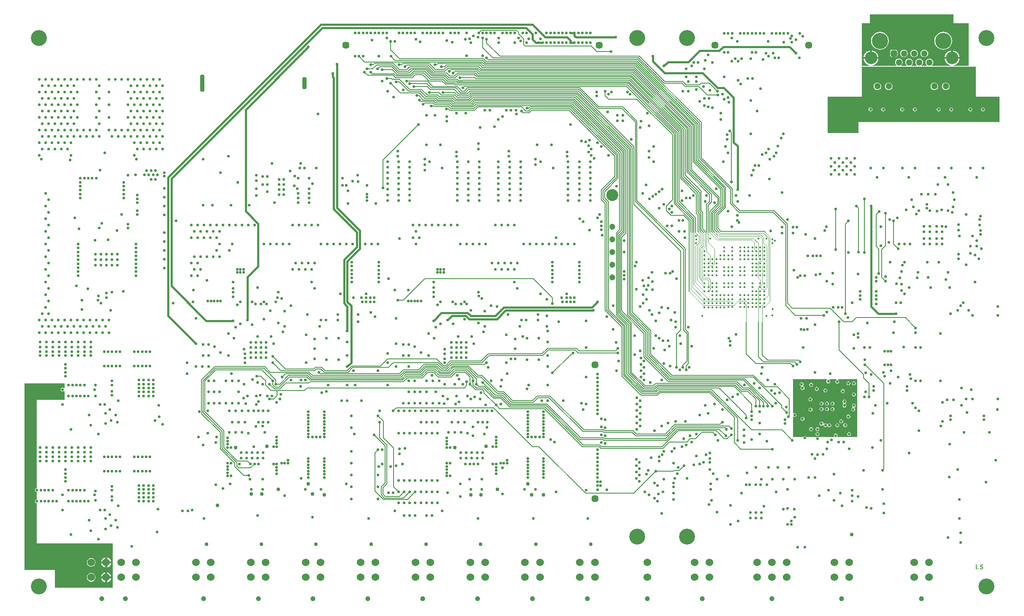
<source format=gbr>
G04*
G04 #@! TF.GenerationSoftware,Altium Limited,Altium Designer,23.4.1 (23)*
G04*
G04 Layer_Physical_Order=5*
G04 Layer_Color=16737945*
%FSLAX44Y44*%
%MOMM*%
G71*
G04*
G04 #@! TF.SameCoordinates,210523F5-4B5D-4388-949E-6639FD9C488E*
G04*
G04*
G04 #@! TF.FilePolarity,Positive*
G04*
G01*
G75*
%ADD17C,0.4064*%
%ADD220C,0.1524*%
%ADD225C,1.0000*%
%ADD230C,0.1016*%
G04:AMPARAMS|DCode=232|XSize=1.3mm|YSize=1.3mm|CornerRadius=0.325mm|HoleSize=0mm|Usage=FLASHONLY|Rotation=180.000|XOffset=0mm|YOffset=0mm|HoleType=Round|Shape=RoundedRectangle|*
%AMROUNDEDRECTD232*
21,1,1.3000,0.6500,0,0,180.0*
21,1,0.6500,1.3000,0,0,180.0*
1,1,0.6500,-0.3250,0.3250*
1,1,0.6500,0.3250,0.3250*
1,1,0.6500,0.3250,-0.3250*
1,1,0.6500,-0.3250,-0.3250*
%
%ADD232ROUNDEDRECTD232*%
%ADD233C,1.3000*%
%ADD234C,3.2500*%
%ADD235C,2.5000*%
%ADD236C,2.3900*%
%ADD237C,1.2000*%
%ADD238C,1.4500*%
%ADD239C,1.5240*%
G04:AMPARAMS|DCode=240|XSize=3.4mm|YSize=0.8mm|CornerRadius=0.2mm|HoleSize=0mm|Usage=FLASHONLY|Rotation=270.000|XOffset=0mm|YOffset=0mm|HoleType=Round|Shape=RoundedRectangle|*
%AMROUNDEDRECTD240*
21,1,3.4000,0.4000,0,0,270.0*
21,1,3.0000,0.8000,0,0,270.0*
1,1,0.4000,-0.2000,-1.5000*
1,1,0.4000,-0.2000,1.5000*
1,1,0.4000,0.2000,1.5000*
1,1,0.4000,0.2000,-1.5000*
%
%ADD240ROUNDEDRECTD240*%
G04:AMPARAMS|DCode=241|XSize=2.4mm|YSize=0.8mm|CornerRadius=0.2mm|HoleSize=0mm|Usage=FLASHONLY|Rotation=270.000|XOffset=0mm|YOffset=0mm|HoleType=Round|Shape=RoundedRectangle|*
%AMROUNDEDRECTD241*
21,1,2.4000,0.4000,0,0,270.0*
21,1,2.0000,0.8000,0,0,270.0*
1,1,0.4000,-0.2000,-1.0000*
1,1,0.4000,-0.2000,1.0000*
1,1,0.4000,0.2000,1.0000*
1,1,0.4000,0.2000,-1.0000*
%
%ADD241ROUNDEDRECTD241*%
%ADD242C,3.2000*%
%ADD243C,0.5500*%
%ADD244C,0.4500*%
%ADD245C,0.7500*%
%ADD246C,0.1524*%
G36*
X101600Y447665D02*
X100330Y447139D01*
X99777Y447693D01*
X98393Y448266D01*
X96894D01*
X95510Y447693D01*
X94451Y446633D01*
X93877Y445249D01*
Y443751D01*
X94451Y442367D01*
X95510Y441307D01*
X96894Y440734D01*
X98393D01*
X99777Y441307D01*
X100330Y441861D01*
X101600Y441334D01*
Y423862D01*
X46038D01*
Y246653D01*
X45288D01*
X43904Y246080D01*
X42845Y245021D01*
X42271Y243637D01*
Y242138D01*
X42845Y240754D01*
X43904Y239695D01*
X45288Y239121D01*
X46038D01*
Y224429D01*
X45288D01*
X43904Y223855D01*
X42845Y222796D01*
X42271Y221412D01*
Y219913D01*
X42845Y218529D01*
X43904Y217470D01*
X45288Y216896D01*
X46038D01*
Y136525D01*
X198438D01*
Y47625D01*
X82550D01*
Y82550D01*
X21100D01*
Y457200D01*
X101600D01*
Y447665D01*
D02*
G37*
G36*
X1690688Y349250D02*
X1651798D01*
X1651119Y350520D01*
X1651410Y350956D01*
X1651702Y352425D01*
X1651410Y353894D01*
X1650578Y355140D01*
X1649332Y355973D01*
X1647863Y356265D01*
X1646393Y355973D01*
X1645147Y355140D01*
X1644315Y353894D01*
X1644023Y352425D01*
X1644315Y350956D01*
X1644606Y350520D01*
X1643927Y349250D01*
X1613339D01*
X1612782Y349622D01*
X1611313Y349915D01*
X1609843Y349622D01*
X1609286Y349250D01*
X1589381D01*
X1588628Y350378D01*
X1587382Y351210D01*
X1585912Y351502D01*
X1584443Y351210D01*
X1583197Y350378D01*
X1582444Y349250D01*
X1562100D01*
Y389765D01*
X1563370Y390443D01*
X1563806Y390153D01*
X1565275Y389860D01*
X1566744Y390153D01*
X1567990Y390985D01*
X1568822Y392231D01*
X1569115Y393700D01*
X1568822Y395169D01*
X1567990Y396415D01*
X1566744Y397248D01*
X1565275Y397540D01*
X1563806Y397248D01*
X1563370Y396956D01*
X1562100Y397635D01*
Y465137D01*
X1630290D01*
X1630675Y463867D01*
X1630297Y463615D01*
X1629465Y462369D01*
X1629173Y460900D01*
X1629465Y459431D01*
X1630297Y458185D01*
X1631543Y457352D01*
X1633013Y457060D01*
X1634482Y457352D01*
X1635728Y458185D01*
X1636560Y459431D01*
X1636852Y460900D01*
X1636560Y462369D01*
X1635728Y463615D01*
X1635350Y463867D01*
X1635735Y465137D01*
X1648739D01*
X1649461Y463960D01*
X1649448Y463867D01*
X1648285Y463090D01*
X1647453Y461844D01*
X1647160Y460375D01*
X1647453Y458906D01*
X1648285Y457660D01*
X1649531Y456828D01*
X1651000Y456535D01*
X1652469Y456828D01*
X1653715Y457660D01*
X1654547Y458906D01*
X1654840Y460375D01*
X1654547Y461844D01*
X1653715Y463090D01*
X1652552Y463867D01*
X1652539Y463960D01*
X1653261Y465137D01*
X1690688D01*
Y349250D01*
D02*
G37*
G36*
X1928813Y1031875D02*
X1976438D01*
Y981075D01*
X1693862D01*
Y959334D01*
X1631322D01*
Y1031875D01*
X1700213D01*
Y1092200D01*
X1928813D01*
Y1031875D01*
D02*
G37*
G36*
X1883900Y1180000D02*
X1884222Y1179222D01*
X1885000Y1178900D01*
X1914525D01*
Y1093788D01*
X1884367D01*
X1884198Y1095028D01*
X1887033Y1095888D01*
X1889646Y1097284D01*
X1891936Y1099164D01*
X1893816Y1101454D01*
X1895212Y1104067D01*
X1896072Y1106902D01*
X1896163Y1107818D01*
X1881250D01*
X1866337D01*
X1866428Y1106902D01*
X1867288Y1104067D01*
X1868684Y1101454D01*
X1870564Y1099164D01*
X1872854Y1097284D01*
X1875467Y1095888D01*
X1878302Y1095028D01*
X1878133Y1093788D01*
X1840798D01*
X1840367Y1095058D01*
X1841060Y1095590D01*
X1842265Y1097160D01*
X1843022Y1098988D01*
X1843281Y1100950D01*
X1843022Y1102912D01*
X1842265Y1104740D01*
X1841060Y1106311D01*
X1839490Y1107515D01*
X1837662Y1108272D01*
X1835700Y1108531D01*
X1833738Y1108272D01*
X1831910Y1107515D01*
X1830340Y1106311D01*
X1829135Y1104740D01*
X1828378Y1102912D01*
X1828119Y1100950D01*
X1828378Y1098988D01*
X1829135Y1097160D01*
X1830340Y1095590D01*
X1831033Y1095058D01*
X1830602Y1093788D01*
X1820398D01*
X1819967Y1095058D01*
X1820661Y1095590D01*
X1821865Y1097160D01*
X1822623Y1098988D01*
X1822881Y1100950D01*
X1822623Y1102912D01*
X1821865Y1104740D01*
X1820661Y1106311D01*
X1819090Y1107515D01*
X1817262Y1108272D01*
X1815300Y1108531D01*
X1813338Y1108272D01*
X1811510Y1107515D01*
X1809940Y1106311D01*
X1808735Y1104740D01*
X1807977Y1102912D01*
X1807719Y1100950D01*
X1807977Y1098988D01*
X1808735Y1097160D01*
X1809940Y1095590D01*
X1810633Y1095058D01*
X1810202Y1093788D01*
X1799998D01*
X1799567Y1095058D01*
X1800260Y1095590D01*
X1801465Y1097160D01*
X1802222Y1098988D01*
X1802481Y1100950D01*
X1802222Y1102912D01*
X1801465Y1104740D01*
X1800260Y1106311D01*
X1798690Y1107515D01*
X1796862Y1108272D01*
X1794900Y1108531D01*
X1792938Y1108272D01*
X1791110Y1107515D01*
X1789539Y1106311D01*
X1788335Y1104740D01*
X1787578Y1102912D01*
X1787319Y1100950D01*
X1787578Y1098988D01*
X1788335Y1097160D01*
X1789539Y1095590D01*
X1790233Y1095058D01*
X1789802Y1093788D01*
X1779598D01*
X1779167Y1095058D01*
X1779861Y1095590D01*
X1781065Y1097160D01*
X1781823Y1098988D01*
X1782081Y1100950D01*
X1781823Y1102912D01*
X1781065Y1104740D01*
X1779861Y1106311D01*
X1778290Y1107515D01*
X1776462Y1108272D01*
X1774500Y1108531D01*
X1772538Y1108272D01*
X1770710Y1107515D01*
X1769140Y1106311D01*
X1767935Y1104740D01*
X1767177Y1102912D01*
X1766919Y1100950D01*
X1767177Y1098988D01*
X1767935Y1097160D01*
X1769140Y1095590D01*
X1769833Y1095058D01*
X1769402Y1093788D01*
X1721867D01*
X1721698Y1095028D01*
X1724533Y1095888D01*
X1727146Y1097284D01*
X1729436Y1099164D01*
X1731316Y1101454D01*
X1732712Y1104067D01*
X1733572Y1106902D01*
X1733663Y1107818D01*
X1718750D01*
X1703837D01*
X1703928Y1106902D01*
X1704788Y1104067D01*
X1706184Y1101454D01*
X1708064Y1099164D01*
X1710354Y1097284D01*
X1712967Y1095888D01*
X1715802Y1095028D01*
X1715633Y1093788D01*
X1700213D01*
Y1178900D01*
X1715000D01*
X1715778Y1179222D01*
X1716100Y1180000D01*
Y1196975D01*
X1883900D01*
Y1180000D01*
D02*
G37*
G36*
X1942833Y92031D02*
X1939315D01*
X1939011Y90367D01*
X1939023D01*
X1939036Y90380D01*
X1939074Y90392D01*
X1939125Y90418D01*
X1939252Y90468D01*
X1939404Y90532D01*
X1939608Y90583D01*
X1939823Y90633D01*
X1940052Y90672D01*
X1940293Y90684D01*
X1940420D01*
X1940497Y90672D01*
X1940611Y90659D01*
X1940738Y90633D01*
X1940878Y90608D01*
X1941030Y90570D01*
X1941182Y90519D01*
X1941360Y90456D01*
X1941525Y90392D01*
X1941703Y90303D01*
X1941881Y90189D01*
X1942059Y90075D01*
X1942236Y89935D01*
X1942401Y89770D01*
X1942414Y89757D01*
X1942440Y89732D01*
X1942478Y89681D01*
X1942541Y89605D01*
X1942605Y89516D01*
X1942681Y89402D01*
X1942757Y89275D01*
X1942833Y89135D01*
X1942910Y88970D01*
X1942998Y88792D01*
X1943062Y88602D01*
X1943125Y88386D01*
X1943189Y88170D01*
X1943227Y87928D01*
X1943252Y87675D01*
X1943265Y87408D01*
Y87395D01*
Y87357D01*
Y87294D01*
X1943252Y87205D01*
X1943240Y87103D01*
X1943227Y86976D01*
X1943202Y86836D01*
X1943176Y86684D01*
X1943100Y86354D01*
X1942973Y85998D01*
X1942897Y85808D01*
X1942795Y85630D01*
X1942694Y85439D01*
X1942567Y85261D01*
X1942554Y85249D01*
X1942529Y85211D01*
X1942465Y85147D01*
X1942389Y85058D01*
X1942300Y84957D01*
X1942173Y84855D01*
X1942033Y84741D01*
X1941881Y84614D01*
X1941703Y84499D01*
X1941500Y84372D01*
X1941284Y84271D01*
X1941055Y84169D01*
X1940801Y84080D01*
X1940522Y84017D01*
X1940230Y83979D01*
X1939925Y83966D01*
X1939798D01*
X1939696Y83979D01*
X1939582Y83991D01*
X1939455Y84004D01*
X1939303Y84030D01*
X1939150Y84055D01*
X1938795Y84144D01*
X1938617Y84207D01*
X1938426Y84271D01*
X1938249Y84360D01*
X1938071Y84449D01*
X1937893Y84563D01*
X1937728Y84690D01*
X1937715Y84703D01*
X1937690Y84728D01*
X1937652Y84766D01*
X1937588Y84817D01*
X1937525Y84893D01*
X1937448Y84982D01*
X1937372Y85084D01*
X1937283Y85211D01*
X1937195Y85338D01*
X1937106Y85477D01*
X1937017Y85642D01*
X1936940Y85820D01*
X1936864Y85998D01*
X1936801Y86201D01*
X1936750Y86404D01*
X1936712Y86633D01*
X1938579Y86836D01*
Y86824D01*
Y86811D01*
X1938591Y86735D01*
X1938630Y86620D01*
X1938668Y86468D01*
X1938719Y86316D01*
X1938807Y86151D01*
X1938909Y85985D01*
X1939036Y85833D01*
X1939049Y85820D01*
X1939112Y85782D01*
X1939188Y85719D01*
X1939303Y85655D01*
X1939430Y85579D01*
X1939582Y85528D01*
X1939747Y85477D01*
X1939938Y85465D01*
X1939963D01*
X1940039Y85477D01*
X1940141Y85490D01*
X1940281Y85528D01*
X1940433Y85579D01*
X1940598Y85668D01*
X1940763Y85782D01*
X1940928Y85935D01*
X1940941Y85960D01*
X1940992Y86023D01*
X1941055Y86138D01*
X1941131Y86303D01*
X1941208Y86506D01*
X1941271Y86747D01*
X1941322Y87039D01*
X1941335Y87382D01*
Y87395D01*
Y87420D01*
Y87471D01*
Y87535D01*
X1941322Y87611D01*
X1941309Y87687D01*
X1941284Y87890D01*
X1941233Y88106D01*
X1941170Y88335D01*
X1941068Y88551D01*
X1940928Y88741D01*
X1940916Y88767D01*
X1940852Y88818D01*
X1940763Y88881D01*
X1940649Y88970D01*
X1940497Y89059D01*
X1940319Y89122D01*
X1940116Y89173D01*
X1939887Y89199D01*
X1939811D01*
X1939747Y89186D01*
X1939684Y89173D01*
X1939595Y89160D01*
X1939404Y89109D01*
X1939188Y89021D01*
X1938947Y88894D01*
X1938820Y88818D01*
X1938693Y88729D01*
X1938579Y88614D01*
X1938452Y88487D01*
X1936940Y88703D01*
X1937906Y93783D01*
X1942833D01*
Y92031D01*
D02*
G37*
G36*
X1930781Y85795D02*
X1935683D01*
Y84144D01*
X1928813D01*
Y93834D01*
X1930781D01*
Y85795D01*
D02*
G37*
%LPC*%
G36*
X187042Y108124D02*
Y100182D01*
X194984D01*
X194478Y102072D01*
X193140Y104388D01*
X191248Y106280D01*
X188932Y107618D01*
X187042Y108124D01*
D02*
G37*
G36*
X182978Y108124D02*
X181088Y107618D01*
X178772Y106280D01*
X176880Y104388D01*
X175542Y102072D01*
X175036Y100182D01*
X182978D01*
Y108124D01*
D02*
G37*
G36*
X156177Y106786D02*
X153903D01*
X151707Y106198D01*
X149737Y105061D01*
X148130Y103453D01*
X146993Y101483D01*
X146404Y99287D01*
Y97013D01*
X146993Y94817D01*
X148130Y92847D01*
X149737Y91240D01*
X151707Y90103D01*
X153903Y89514D01*
X156177D01*
X158373Y90103D01*
X160343Y91240D01*
X161950Y92847D01*
X163088Y94817D01*
X163676Y97013D01*
Y99287D01*
X163088Y101483D01*
X161950Y103453D01*
X160343Y105061D01*
X158373Y106198D01*
X156177Y106786D01*
D02*
G37*
G36*
X194984Y96118D02*
X187042D01*
Y88176D01*
X188932Y88682D01*
X191248Y90020D01*
X193140Y91912D01*
X194478Y94228D01*
X194984Y96118D01*
D02*
G37*
G36*
X182978D02*
X175036D01*
X175542Y94228D01*
X176880Y91912D01*
X178772Y90020D01*
X181088Y88682D01*
X182978Y88176D01*
Y96118D01*
D02*
G37*
G36*
X187042Y78154D02*
Y70212D01*
X194984D01*
X194478Y72102D01*
X193140Y74418D01*
X191248Y76310D01*
X188932Y77648D01*
X187042Y78154D01*
D02*
G37*
G36*
X182978Y78154D02*
X181088Y77648D01*
X178772Y76310D01*
X176880Y74418D01*
X175542Y72102D01*
X175036Y70212D01*
X182978D01*
Y78154D01*
D02*
G37*
G36*
X156177Y76816D02*
X153903D01*
X151707Y76227D01*
X149737Y75090D01*
X148130Y73483D01*
X146993Y71513D01*
X146404Y69317D01*
Y67043D01*
X146993Y64847D01*
X148130Y62877D01*
X149737Y61269D01*
X151707Y60132D01*
X153903Y59544D01*
X156177D01*
X158373Y60132D01*
X160343Y61269D01*
X161950Y62877D01*
X163088Y64847D01*
X163676Y67043D01*
Y69317D01*
X163088Y71513D01*
X161950Y73483D01*
X160343Y75090D01*
X158373Y76227D01*
X156177Y76816D01*
D02*
G37*
G36*
X194984Y66148D02*
X187042D01*
Y58206D01*
X188932Y58712D01*
X191248Y60050D01*
X193140Y61942D01*
X194478Y64258D01*
X194984Y66148D01*
D02*
G37*
G36*
X182978D02*
X175036D01*
X175542Y64258D01*
X176880Y61942D01*
X178772Y60050D01*
X181088Y58712D01*
X182978Y58206D01*
Y66148D01*
D02*
G37*
G36*
X1684337Y461040D02*
X1682868Y460747D01*
X1681622Y459915D01*
X1680790Y458669D01*
X1680498Y457200D01*
X1680790Y455731D01*
X1681622Y454485D01*
X1682868Y453652D01*
X1684337Y453360D01*
X1685807Y453652D01*
X1687053Y454485D01*
X1687885Y455731D01*
X1688177Y457200D01*
X1687885Y458669D01*
X1687053Y459915D01*
X1685807Y460747D01*
X1684337Y461040D01*
D02*
G37*
G36*
X1673225D02*
X1671756Y460747D01*
X1670510Y459915D01*
X1669677Y458669D01*
X1669385Y457200D01*
X1669677Y455731D01*
X1670510Y454485D01*
X1671756Y453652D01*
X1673225Y453360D01*
X1674694Y453652D01*
X1675940Y454485D01*
X1676772Y455731D01*
X1677065Y457200D01*
X1676772Y458669D01*
X1675940Y459915D01*
X1674694Y460747D01*
X1673225Y461040D01*
D02*
G37*
G36*
X1598613Y457865D02*
X1597143Y457573D01*
X1595897Y456740D01*
X1595065Y455494D01*
X1594773Y454025D01*
X1595065Y452556D01*
X1595897Y451310D01*
X1597143Y450477D01*
X1598613Y450185D01*
X1600082Y450477D01*
X1601328Y451310D01*
X1602160Y452556D01*
X1602452Y454025D01*
X1602160Y455494D01*
X1601328Y456740D01*
X1600082Y457573D01*
X1598613Y457865D01*
D02*
G37*
G36*
X1579563Y459452D02*
X1578093Y459160D01*
X1576847Y458328D01*
X1576015Y457082D01*
X1575723Y455612D01*
X1576015Y454143D01*
X1576847Y452897D01*
X1578093Y452065D01*
X1578526Y451979D01*
X1578795Y450631D01*
X1578435Y450390D01*
X1577603Y449144D01*
X1577310Y447675D01*
X1577603Y446206D01*
X1578435Y444960D01*
X1579681Y444128D01*
X1581150Y443835D01*
X1582619Y444128D01*
X1583865Y444960D01*
X1584698Y446206D01*
X1584990Y447675D01*
X1584698Y449144D01*
X1583865Y450390D01*
X1582619Y451222D01*
X1582186Y451309D01*
X1581918Y452657D01*
X1582278Y452897D01*
X1583110Y454143D01*
X1583402Y455612D01*
X1583110Y457082D01*
X1582278Y458328D01*
X1581032Y459160D01*
X1579563Y459452D01*
D02*
G37*
G36*
X1609725Y449927D02*
X1608256Y449635D01*
X1607010Y448803D01*
X1606178Y447557D01*
X1605885Y446087D01*
X1606178Y444618D01*
X1607010Y443372D01*
X1608256Y442540D01*
X1609725Y442248D01*
X1611194Y442540D01*
X1612440Y443372D01*
X1613273Y444618D01*
X1613565Y446087D01*
X1613273Y447557D01*
X1612440Y448803D01*
X1611194Y449635D01*
X1609725Y449927D01*
D02*
G37*
G36*
X1627188Y446752D02*
X1625718Y446460D01*
X1624472Y445628D01*
X1623640Y444382D01*
X1623348Y442912D01*
X1623640Y441443D01*
X1624472Y440197D01*
X1625718Y439365D01*
X1627188Y439073D01*
X1628657Y439365D01*
X1629903Y440197D01*
X1630735Y441443D01*
X1631027Y442912D01*
X1630735Y444382D01*
X1629903Y445628D01*
X1628657Y446460D01*
X1627188Y446752D01*
D02*
G37*
G36*
X1662112Y445165D02*
X1660643Y444873D01*
X1659397Y444040D01*
X1658565Y442794D01*
X1658273Y441325D01*
X1658565Y439856D01*
X1659397Y438610D01*
X1660643Y437777D01*
X1662112Y437485D01*
X1663582Y437777D01*
X1664828Y438610D01*
X1665660Y439856D01*
X1665952Y441325D01*
X1665660Y442794D01*
X1664828Y444040D01*
X1663582Y444873D01*
X1662112Y445165D01*
D02*
G37*
G36*
X1684337Y438815D02*
X1682868Y438522D01*
X1681622Y437690D01*
X1680790Y436444D01*
X1680498Y434975D01*
X1680790Y433506D01*
X1681622Y432260D01*
X1682868Y431427D01*
X1684337Y431135D01*
X1685807Y431427D01*
X1687053Y432260D01*
X1687885Y433506D01*
X1688177Y434975D01*
X1687885Y436444D01*
X1687053Y437690D01*
X1685807Y438522D01*
X1684337Y438815D01*
D02*
G37*
G36*
X1597081Y428910D02*
X1595611Y428618D01*
X1594365Y427786D01*
X1593533Y426540D01*
X1593241Y425071D01*
X1593533Y423601D01*
X1594365Y422355D01*
X1595611Y421523D01*
X1597081Y421231D01*
X1598550Y421523D01*
X1599796Y422355D01*
X1600628Y423601D01*
X1600920Y425071D01*
X1600628Y426540D01*
X1599796Y427786D01*
X1598550Y428618D01*
X1597081Y428910D01*
D02*
G37*
G36*
X1641362Y420502D02*
X1639893Y420210D01*
X1638647Y419378D01*
X1637815Y418132D01*
X1637523Y416662D01*
X1637815Y415193D01*
X1638647Y413947D01*
X1639893Y413115D01*
X1641362Y412823D01*
X1642832Y413115D01*
X1644078Y413947D01*
X1644910Y415193D01*
X1645202Y416662D01*
X1644910Y418132D01*
X1644078Y419378D01*
X1642832Y420210D01*
X1641362Y420502D01*
D02*
G37*
G36*
X1630363D02*
X1628893Y420210D01*
X1627647Y419378D01*
X1626815Y418132D01*
X1626523Y416662D01*
X1626815Y415193D01*
X1627647Y413947D01*
X1628893Y413115D01*
X1630363Y412823D01*
X1631832Y413115D01*
X1633078Y413947D01*
X1633910Y415193D01*
X1634202Y416662D01*
X1633910Y418132D01*
X1633078Y419378D01*
X1631832Y420210D01*
X1630363Y420502D01*
D02*
G37*
G36*
X1619362D02*
X1617893Y420210D01*
X1616647Y419378D01*
X1615815Y418132D01*
X1615523Y416662D01*
X1615815Y415193D01*
X1616647Y413947D01*
X1617893Y413115D01*
X1619362Y412823D01*
X1620832Y413115D01*
X1622078Y413947D01*
X1622910Y415193D01*
X1623202Y416662D01*
X1622910Y418132D01*
X1622078Y419378D01*
X1620832Y420210D01*
X1619362Y420502D01*
D02*
G37*
G36*
X1665287Y424527D02*
X1663818Y424235D01*
X1662572Y423403D01*
X1661740Y422157D01*
X1661448Y420687D01*
X1661740Y419218D01*
X1662572Y417972D01*
X1663393Y417424D01*
X1663410Y417378D01*
Y416059D01*
X1663393Y416013D01*
X1662572Y415465D01*
X1661740Y414219D01*
X1661448Y412750D01*
X1661740Y411281D01*
X1662572Y410035D01*
X1663818Y409202D01*
X1665287Y408910D01*
X1666757Y409202D01*
X1668003Y410035D01*
X1668835Y411281D01*
X1669127Y412750D01*
X1668835Y414219D01*
X1668003Y415465D01*
X1667182Y416013D01*
X1667165Y416059D01*
Y417378D01*
X1667182Y417424D01*
X1668003Y417972D01*
X1668835Y419218D01*
X1669127Y420687D01*
X1668835Y422157D01*
X1668003Y423403D01*
X1666757Y424235D01*
X1665287Y424527D01*
D02*
G37*
G36*
X1641362Y409502D02*
X1639893Y409210D01*
X1638647Y408378D01*
X1637815Y407132D01*
X1637523Y405662D01*
X1637815Y404193D01*
X1638647Y402947D01*
X1639893Y402115D01*
X1641362Y401823D01*
X1642832Y402115D01*
X1644078Y402947D01*
X1644910Y404193D01*
X1645202Y405662D01*
X1644910Y407132D01*
X1644078Y408378D01*
X1642832Y409210D01*
X1641362Y409502D01*
D02*
G37*
G36*
X1630363D02*
X1628893Y409210D01*
X1627647Y408378D01*
X1626815Y407132D01*
X1626523Y405662D01*
X1626815Y404193D01*
X1627647Y402947D01*
X1628893Y402115D01*
X1630363Y401823D01*
X1631832Y402115D01*
X1633078Y402947D01*
X1633910Y404193D01*
X1634202Y405662D01*
X1633910Y407132D01*
X1633078Y408378D01*
X1631832Y409210D01*
X1630363Y409502D01*
D02*
G37*
G36*
X1619362D02*
X1617893Y409210D01*
X1616647Y408378D01*
X1615815Y407132D01*
X1615523Y405662D01*
X1615815Y404193D01*
X1616647Y402947D01*
X1617893Y402115D01*
X1619362Y401823D01*
X1620832Y402115D01*
X1622078Y402947D01*
X1622910Y404193D01*
X1623202Y405662D01*
X1622910Y407132D01*
X1622078Y408378D01*
X1620832Y409210D01*
X1619362Y409502D01*
D02*
G37*
G36*
X1684337Y416590D02*
X1682868Y416297D01*
X1681622Y415465D01*
X1680790Y414219D01*
X1680498Y412750D01*
X1680790Y411281D01*
X1681622Y410035D01*
X1681982Y409794D01*
X1681714Y408446D01*
X1681281Y408360D01*
X1680035Y407528D01*
X1679203Y406282D01*
X1678910Y404813D01*
X1679203Y403343D01*
X1680035Y402097D01*
X1681281Y401265D01*
X1682750Y400973D01*
X1684219Y401265D01*
X1685465Y402097D01*
X1686297Y403343D01*
X1686590Y404813D01*
X1686297Y406282D01*
X1685465Y407528D01*
X1685105Y407768D01*
X1685374Y409116D01*
X1685807Y409202D01*
X1687053Y410035D01*
X1687885Y411281D01*
X1688177Y412750D01*
X1687885Y414219D01*
X1687053Y415465D01*
X1685807Y416297D01*
X1684337Y416590D01*
D02*
G37*
G36*
X1597333Y408247D02*
X1595863Y407955D01*
X1594618Y407123D01*
X1593785Y405877D01*
X1593493Y404408D01*
X1593785Y402938D01*
X1594618Y401693D01*
X1595863Y400860D01*
X1597333Y400568D01*
X1598802Y400860D01*
X1600048Y401693D01*
X1600880Y402938D01*
X1601172Y404408D01*
X1600880Y405877D01*
X1600048Y407123D01*
X1598802Y407955D01*
X1597333Y408247D01*
D02*
G37*
G36*
X1673225Y394365D02*
X1671756Y394072D01*
X1670510Y393240D01*
X1669677Y391994D01*
X1669385Y390525D01*
X1669677Y389056D01*
X1670510Y387810D01*
X1671756Y386978D01*
X1673225Y386685D01*
X1674694Y386978D01*
X1675940Y387810D01*
X1676772Y389056D01*
X1677065Y390525D01*
X1676772Y391994D01*
X1675940Y393240D01*
X1674694Y394072D01*
X1673225Y394365D01*
D02*
G37*
G36*
X1581150Y389602D02*
X1579681Y389310D01*
X1578435Y388478D01*
X1577603Y387232D01*
X1577310Y385762D01*
X1577603Y384293D01*
X1578435Y383047D01*
X1579681Y382215D01*
X1581150Y381923D01*
X1582619Y382215D01*
X1583865Y383047D01*
X1584698Y384293D01*
X1584990Y385762D01*
X1584698Y387232D01*
X1583865Y388478D01*
X1582619Y389310D01*
X1581150Y389602D01*
D02*
G37*
G36*
X1658938Y384840D02*
X1657468Y384548D01*
X1656222Y383715D01*
X1655390Y382469D01*
X1655098Y381000D01*
X1655390Y379531D01*
X1656222Y378285D01*
X1657468Y377453D01*
X1658938Y377160D01*
X1660407Y377453D01*
X1661653Y378285D01*
X1662485Y379531D01*
X1662777Y381000D01*
X1662485Y382469D01*
X1661653Y383715D01*
X1660407Y384548D01*
X1658938Y384840D01*
D02*
G37*
G36*
X1666875Y376902D02*
X1665406Y376610D01*
X1664160Y375778D01*
X1663327Y374532D01*
X1663035Y373063D01*
X1663327Y371593D01*
X1664160Y370347D01*
X1665406Y369515D01*
X1666875Y369223D01*
X1668344Y369515D01*
X1669590Y370347D01*
X1670423Y371593D01*
X1670715Y373063D01*
X1670423Y374532D01*
X1669590Y375778D01*
X1668344Y376610D01*
X1666875Y376902D01*
D02*
G37*
G36*
X1651000D02*
X1649531Y376610D01*
X1648285Y375778D01*
X1647453Y374532D01*
X1647160Y373063D01*
X1647453Y371593D01*
X1648285Y370347D01*
X1649531Y369515D01*
X1651000Y369223D01*
X1652469Y369515D01*
X1653715Y370347D01*
X1654547Y371593D01*
X1654840Y373063D01*
X1654547Y374532D01*
X1653715Y375778D01*
X1652469Y376610D01*
X1651000Y376902D01*
D02*
G37*
G36*
X1619362Y380077D02*
X1617893Y379785D01*
X1616647Y378953D01*
X1615815Y377707D01*
X1615523Y376237D01*
X1615815Y374768D01*
X1616647Y373522D01*
X1617893Y372690D01*
X1619362Y372398D01*
X1620832Y372690D01*
X1622078Y373522D01*
X1622173Y373665D01*
X1623369Y373169D01*
X1623348Y373063D01*
X1623640Y371593D01*
X1624472Y370347D01*
X1625718Y369515D01*
X1627188Y369223D01*
X1628657Y369515D01*
X1629903Y370347D01*
X1630451Y371168D01*
X1630497Y371185D01*
X1631815D01*
X1631862Y371168D01*
X1632410Y370347D01*
X1633656Y369515D01*
X1635125Y369223D01*
X1636594Y369515D01*
X1637840Y370347D01*
X1638672Y371593D01*
X1638965Y373063D01*
X1638672Y374532D01*
X1637840Y375778D01*
X1636594Y376610D01*
X1635125Y376902D01*
X1633656Y376610D01*
X1632410Y375778D01*
X1631862Y374957D01*
X1631815Y374940D01*
X1630497D01*
X1630451Y374957D01*
X1629903Y375778D01*
X1628657Y376610D01*
X1627188Y376902D01*
X1625718Y376610D01*
X1624472Y375778D01*
X1624377Y375635D01*
X1623181Y376131D01*
X1623202Y376237D01*
X1622910Y377707D01*
X1622078Y378953D01*
X1620832Y379785D01*
X1619362Y380077D01*
D02*
G37*
G36*
X1611313Y368965D02*
X1609843Y368672D01*
X1608597Y367840D01*
X1607765Y366594D01*
X1607473Y365125D01*
X1607765Y363656D01*
X1608597Y362410D01*
X1609843Y361577D01*
X1611313Y361285D01*
X1612782Y361577D01*
X1614028Y362410D01*
X1614860Y363656D01*
X1615152Y365125D01*
X1614860Y366594D01*
X1614028Y367840D01*
X1612782Y368672D01*
X1611313Y368965D01*
D02*
G37*
G36*
X1598613D02*
X1597143Y368672D01*
X1595897Y367840D01*
X1595065Y366594D01*
X1594773Y365125D01*
X1595065Y363656D01*
X1595897Y362410D01*
X1597143Y361577D01*
X1598613Y361285D01*
X1600082Y361577D01*
X1601328Y362410D01*
X1602160Y363656D01*
X1602452Y365125D01*
X1602160Y366594D01*
X1601328Y367840D01*
X1600082Y368672D01*
X1598613Y368965D01*
D02*
G37*
G36*
X1674812Y359440D02*
X1673343Y359147D01*
X1672097Y358315D01*
X1671265Y357069D01*
X1670973Y355600D01*
X1671265Y354131D01*
X1672097Y352885D01*
X1673343Y352052D01*
X1674812Y351760D01*
X1676282Y352052D01*
X1677528Y352885D01*
X1678360Y354131D01*
X1678652Y355600D01*
X1678360Y357069D01*
X1677528Y358315D01*
X1676282Y359147D01*
X1674812Y359440D01*
D02*
G37*
G36*
X1611313D02*
X1609843Y359147D01*
X1608597Y358315D01*
X1607765Y357069D01*
X1607473Y355600D01*
X1607765Y354131D01*
X1608597Y352885D01*
X1609843Y352052D01*
X1611313Y351760D01*
X1612782Y352052D01*
X1614028Y352885D01*
X1614860Y354131D01*
X1615152Y355600D01*
X1614860Y357069D01*
X1614028Y358315D01*
X1612782Y359147D01*
X1611313Y359440D01*
D02*
G37*
G36*
X1868600Y1060331D02*
X1866638Y1060072D01*
X1864810Y1059315D01*
X1863239Y1058111D01*
X1862035Y1056540D01*
X1861277Y1054712D01*
X1861019Y1052750D01*
X1861277Y1050788D01*
X1862035Y1048960D01*
X1863239Y1047390D01*
X1864810Y1046185D01*
X1866638Y1045427D01*
X1868600Y1045169D01*
X1870562Y1045427D01*
X1872390Y1046185D01*
X1873961Y1047390D01*
X1875165Y1048960D01*
X1875923Y1050788D01*
X1876181Y1052750D01*
X1875923Y1054712D01*
X1875165Y1056540D01*
X1873961Y1058111D01*
X1872390Y1059315D01*
X1870562Y1060072D01*
X1868600Y1060331D01*
D02*
G37*
G36*
X1845700D02*
X1843738Y1060072D01*
X1841910Y1059315D01*
X1840340Y1058111D01*
X1839135Y1056540D01*
X1838378Y1054712D01*
X1838119Y1052750D01*
X1838378Y1050788D01*
X1839135Y1048960D01*
X1840340Y1047390D01*
X1841910Y1046185D01*
X1843738Y1045427D01*
X1845700Y1045169D01*
X1847662Y1045427D01*
X1849490Y1046185D01*
X1851060Y1047390D01*
X1852265Y1048960D01*
X1853022Y1050788D01*
X1853281Y1052750D01*
X1853022Y1054712D01*
X1852265Y1056540D01*
X1851060Y1058111D01*
X1849490Y1059315D01*
X1847662Y1060072D01*
X1845700Y1060331D01*
D02*
G37*
G36*
X1754300D02*
X1752338Y1060072D01*
X1750510Y1059315D01*
X1748940Y1058111D01*
X1747735Y1056540D01*
X1746978Y1054712D01*
X1746719Y1052750D01*
X1746978Y1050788D01*
X1747735Y1048960D01*
X1748940Y1047390D01*
X1750510Y1046185D01*
X1752338Y1045427D01*
X1754300Y1045169D01*
X1756262Y1045427D01*
X1758090Y1046185D01*
X1759660Y1047390D01*
X1760865Y1048960D01*
X1761622Y1050788D01*
X1761881Y1052750D01*
X1761622Y1054712D01*
X1760865Y1056540D01*
X1759660Y1058111D01*
X1758090Y1059315D01*
X1756262Y1060072D01*
X1754300Y1060331D01*
D02*
G37*
G36*
X1731400D02*
X1729438Y1060072D01*
X1727610Y1059315D01*
X1726039Y1058111D01*
X1724835Y1056540D01*
X1724077Y1054712D01*
X1723819Y1052750D01*
X1724077Y1050788D01*
X1724835Y1048960D01*
X1726039Y1047390D01*
X1727610Y1046185D01*
X1729438Y1045427D01*
X1731400Y1045169D01*
X1733362Y1045427D01*
X1735190Y1046185D01*
X1736761Y1047390D01*
X1737965Y1048960D01*
X1738723Y1050788D01*
X1738981Y1052750D01*
X1738723Y1054712D01*
X1737965Y1056540D01*
X1736761Y1058111D01*
X1735190Y1059315D01*
X1733362Y1060072D01*
X1731400Y1060331D01*
D02*
G37*
G36*
X1943100Y1010315D02*
X1941631Y1010023D01*
X1940385Y1009190D01*
X1939552Y1007944D01*
X1939260Y1006475D01*
X1939552Y1005006D01*
X1940385Y1003760D01*
X1941631Y1002927D01*
X1943100Y1002635D01*
X1944569Y1002927D01*
X1945815Y1003760D01*
X1946647Y1005006D01*
X1946940Y1006475D01*
X1946647Y1007944D01*
X1945815Y1009190D01*
X1944569Y1010023D01*
X1943100Y1010315D01*
D02*
G37*
G36*
X1917700D02*
X1916231Y1010023D01*
X1914985Y1009190D01*
X1914153Y1007944D01*
X1913860Y1006475D01*
X1914153Y1005006D01*
X1914985Y1003760D01*
X1916231Y1002927D01*
X1917700Y1002635D01*
X1919169Y1002927D01*
X1920415Y1003760D01*
X1921248Y1005006D01*
X1921540Y1006475D01*
X1921248Y1007944D01*
X1920415Y1009190D01*
X1919169Y1010023D01*
X1917700Y1010315D01*
D02*
G37*
G36*
X1879600D02*
X1878131Y1010023D01*
X1876885Y1009190D01*
X1876053Y1007944D01*
X1875760Y1006475D01*
X1876053Y1005006D01*
X1876885Y1003760D01*
X1878131Y1002927D01*
X1879600Y1002635D01*
X1881069Y1002927D01*
X1882315Y1003760D01*
X1883147Y1005006D01*
X1883440Y1006475D01*
X1883147Y1007944D01*
X1882315Y1009190D01*
X1881069Y1010023D01*
X1879600Y1010315D01*
D02*
G37*
G36*
X1854200D02*
X1852731Y1010023D01*
X1851485Y1009190D01*
X1850652Y1007944D01*
X1850360Y1006475D01*
X1850652Y1005006D01*
X1851485Y1003760D01*
X1852731Y1002927D01*
X1854200Y1002635D01*
X1855669Y1002927D01*
X1856915Y1003760D01*
X1857747Y1005006D01*
X1858040Y1006475D01*
X1857747Y1007944D01*
X1856915Y1009190D01*
X1855669Y1010023D01*
X1854200Y1010315D01*
D02*
G37*
G36*
X1806575D02*
X1805106Y1010023D01*
X1803860Y1009190D01*
X1803027Y1007944D01*
X1802735Y1006475D01*
X1803027Y1005006D01*
X1803860Y1003760D01*
X1805106Y1002927D01*
X1806575Y1002635D01*
X1808044Y1002927D01*
X1809290Y1003760D01*
X1810123Y1005006D01*
X1810415Y1006475D01*
X1810123Y1007944D01*
X1809290Y1009190D01*
X1808044Y1010023D01*
X1806575Y1010315D01*
D02*
G37*
G36*
X1781175D02*
X1779706Y1010023D01*
X1778460Y1009190D01*
X1777628Y1007944D01*
X1777335Y1006475D01*
X1777628Y1005006D01*
X1778460Y1003760D01*
X1779706Y1002927D01*
X1781175Y1002635D01*
X1782644Y1002927D01*
X1783890Y1003760D01*
X1784722Y1005006D01*
X1785015Y1006475D01*
X1784722Y1007944D01*
X1783890Y1009190D01*
X1782644Y1010023D01*
X1781175Y1010315D01*
D02*
G37*
G36*
X1743075D02*
X1741606Y1010023D01*
X1740360Y1009190D01*
X1739527Y1007944D01*
X1739235Y1006475D01*
X1739527Y1005006D01*
X1740360Y1003760D01*
X1741606Y1002927D01*
X1743075Y1002635D01*
X1744544Y1002927D01*
X1745790Y1003760D01*
X1746622Y1005006D01*
X1746915Y1006475D01*
X1746622Y1007944D01*
X1745790Y1009190D01*
X1744544Y1010023D01*
X1743075Y1010315D01*
D02*
G37*
G36*
X1717675D02*
X1716206Y1010023D01*
X1714960Y1009190D01*
X1714128Y1007944D01*
X1713835Y1006475D01*
X1714128Y1005006D01*
X1714960Y1003760D01*
X1716206Y1002927D01*
X1717675Y1002635D01*
X1719144Y1002927D01*
X1720390Y1003760D01*
X1721223Y1005006D01*
X1721515Y1006475D01*
X1721223Y1007944D01*
X1720390Y1009190D01*
X1719144Y1010023D01*
X1717675Y1010315D01*
D02*
G37*
G36*
X1863500Y1162010D02*
X1860016Y1161667D01*
X1856665Y1160650D01*
X1853578Y1159000D01*
X1850871Y1156779D01*
X1848650Y1154072D01*
X1847000Y1150985D01*
X1845983Y1147634D01*
X1845640Y1144150D01*
X1845983Y1140666D01*
X1847000Y1137315D01*
X1848650Y1134228D01*
X1850871Y1131521D01*
X1853578Y1129300D01*
X1856665Y1127650D01*
X1860016Y1126633D01*
X1863500Y1126290D01*
X1866984Y1126633D01*
X1870335Y1127650D01*
X1873423Y1129300D01*
X1876129Y1131521D01*
X1878350Y1134228D01*
X1880000Y1137315D01*
X1881017Y1140666D01*
X1881360Y1144150D01*
X1881017Y1147634D01*
X1880000Y1150985D01*
X1878350Y1154072D01*
X1876129Y1156779D01*
X1873423Y1159000D01*
X1870335Y1160650D01*
X1866984Y1161667D01*
X1863500Y1162010D01*
D02*
G37*
G36*
X1736500D02*
X1733016Y1161667D01*
X1729665Y1160650D01*
X1726577Y1159000D01*
X1723871Y1156779D01*
X1721650Y1154072D01*
X1720000Y1150985D01*
X1718983Y1147634D01*
X1718640Y1144150D01*
X1718983Y1140666D01*
X1720000Y1137315D01*
X1721650Y1134228D01*
X1723871Y1131521D01*
X1726577Y1129300D01*
X1729665Y1127650D01*
X1733016Y1126633D01*
X1736500Y1126290D01*
X1739984Y1126633D01*
X1743335Y1127650D01*
X1746422Y1129300D01*
X1749129Y1131521D01*
X1751350Y1134228D01*
X1753000Y1137315D01*
X1754017Y1140666D01*
X1754360Y1144150D01*
X1754017Y1147634D01*
X1753000Y1150985D01*
X1751350Y1154072D01*
X1749129Y1156779D01*
X1746422Y1159000D01*
X1743335Y1160650D01*
X1739984Y1161667D01*
X1736500Y1162010D01*
D02*
G37*
G36*
X1883282Y1124763D02*
Y1111882D01*
X1896163D01*
X1896072Y1112798D01*
X1895212Y1115633D01*
X1893816Y1118246D01*
X1891936Y1120536D01*
X1889646Y1122416D01*
X1887033Y1123812D01*
X1884198Y1124672D01*
X1883282Y1124763D01*
D02*
G37*
G36*
X1720782D02*
Y1111882D01*
X1733663D01*
X1733572Y1112798D01*
X1732712Y1115633D01*
X1731316Y1118246D01*
X1729436Y1120536D01*
X1727146Y1122416D01*
X1724533Y1123812D01*
X1721698Y1124672D01*
X1720782Y1124763D01*
D02*
G37*
G36*
X1716718Y1124763D02*
X1715802Y1124672D01*
X1712967Y1123812D01*
X1710354Y1122416D01*
X1708064Y1120536D01*
X1706184Y1118246D01*
X1704788Y1115633D01*
X1703928Y1112798D01*
X1703837Y1111882D01*
X1716718D01*
Y1124763D01*
D02*
G37*
G36*
X1879218D02*
X1878302Y1124672D01*
X1875467Y1123812D01*
X1872854Y1122416D01*
X1870564Y1120536D01*
X1868684Y1118246D01*
X1867288Y1115633D01*
X1866428Y1112798D01*
X1866337Y1111882D01*
X1879218D01*
Y1124763D01*
D02*
G37*
G36*
X1825500Y1126331D02*
X1823538Y1126072D01*
X1821710Y1125315D01*
X1820139Y1124110D01*
X1818935Y1122540D01*
X1818177Y1120712D01*
X1817919Y1118750D01*
X1818177Y1116788D01*
X1818935Y1114960D01*
X1820139Y1113390D01*
X1821710Y1112185D01*
X1823538Y1111428D01*
X1825500Y1111169D01*
X1827462Y1111428D01*
X1829290Y1112185D01*
X1830860Y1113390D01*
X1832065Y1114960D01*
X1832823Y1116788D01*
X1833081Y1118750D01*
X1832823Y1120712D01*
X1832065Y1122540D01*
X1830860Y1124110D01*
X1829290Y1125315D01*
X1827462Y1126072D01*
X1825500Y1126331D01*
D02*
G37*
G36*
X1805100D02*
X1803138Y1126072D01*
X1801310Y1125315D01*
X1799740Y1124110D01*
X1798535Y1122540D01*
X1797778Y1120712D01*
X1797519Y1118750D01*
X1797778Y1116788D01*
X1798535Y1114960D01*
X1799740Y1113390D01*
X1801310Y1112185D01*
X1803138Y1111428D01*
X1805100Y1111169D01*
X1807062Y1111428D01*
X1808890Y1112185D01*
X1810461Y1113390D01*
X1811665Y1114960D01*
X1812422Y1116788D01*
X1812681Y1118750D01*
X1812422Y1120712D01*
X1811665Y1122540D01*
X1810461Y1124110D01*
X1808890Y1125315D01*
X1807062Y1126072D01*
X1805100Y1126331D01*
D02*
G37*
G36*
X1784700D02*
X1782738Y1126072D01*
X1780910Y1125315D01*
X1779339Y1124110D01*
X1778135Y1122540D01*
X1777377Y1120712D01*
X1777119Y1118750D01*
X1777377Y1116788D01*
X1778135Y1114960D01*
X1779339Y1113390D01*
X1780910Y1112185D01*
X1782738Y1111428D01*
X1784700Y1111169D01*
X1786662Y1111428D01*
X1788490Y1112185D01*
X1790060Y1113390D01*
X1791265Y1114960D01*
X1792023Y1116788D01*
X1792281Y1118750D01*
X1792023Y1120712D01*
X1791265Y1122540D01*
X1790060Y1124110D01*
X1788490Y1125315D01*
X1786662Y1126072D01*
X1784700Y1126331D01*
D02*
G37*
G36*
X1767550Y1126350D02*
X1761050D01*
X1759386Y1126019D01*
X1757974Y1125076D01*
X1757032Y1123664D01*
X1756700Y1122000D01*
Y1115500D01*
X1757032Y1113836D01*
X1757974Y1112424D01*
X1759386Y1111481D01*
X1761050Y1111151D01*
X1767550D01*
X1769214Y1111481D01*
X1770626Y1112424D01*
X1771568Y1113836D01*
X1771900Y1115500D01*
Y1122000D01*
X1771568Y1123664D01*
X1770626Y1125076D01*
X1769214Y1126019D01*
X1767550Y1126350D01*
D02*
G37*
%LPD*%
D17*
X1304925Y1079500D02*
X1381125D01*
X1281113Y1103313D02*
Y1113619D01*
Y1103313D02*
X1304925Y1079500D01*
X1127175Y1150938D02*
X1206500D01*
X1311275Y1101725D02*
X1352550D01*
X1374775Y1123950D02*
X1414462D01*
X1303338Y1093788D02*
X1311275Y1101725D01*
X1352550D02*
X1374775Y1123950D01*
X985837Y603250D02*
X1162050D01*
X968375Y585788D02*
X985837Y603250D01*
X982663Y609600D02*
X1158875D01*
X1169987Y620713D01*
X590550Y1131888D02*
X590550D01*
X464649Y1005986D02*
X590550Y1131888D01*
X1422400D02*
X1555626D01*
X1414462Y1123950D02*
X1422400Y1131888D01*
X1381125Y1079500D02*
X1410824Y1049801D01*
X1443038Y940813D02*
Y1030287D01*
X1423524Y1049801D02*
X1443038Y1030287D01*
X1410824Y1049801D02*
X1423524D01*
X1555626Y1131888D02*
X1568000Y1119513D01*
X1116000Y1159411D02*
X1124000D01*
Y1154112D02*
Y1159411D01*
Y1154112D02*
X1127175Y1150938D01*
X1039495Y1149672D02*
Y1157616D01*
X1052000Y1140425D02*
X1060000D01*
X1051483D02*
X1052000D01*
X1051201Y1140143D02*
X1051483Y1140425D01*
X1046500Y1140143D02*
X1051201D01*
X1039570Y1147073D02*
X1046500Y1140143D01*
X1039495Y1149672D02*
X1039570Y1149597D01*
Y1147073D02*
Y1149597D01*
X617855Y1169987D02*
X1027124D01*
X1039495Y1157616D01*
X1116000Y1140425D02*
X1124000D01*
X1065212Y1150938D02*
X1109650D01*
X1116000Y1140425D02*
Y1144587D01*
X1109650Y1150938D02*
X1116000Y1144587D01*
X615950Y1176338D02*
X1039812D01*
X1065212Y1150938D01*
X965200Y592137D02*
X982663Y609600D01*
X857250Y598488D02*
X909749D01*
X916099Y592137D02*
X965200D01*
X909749Y598488D02*
X916099Y592137D01*
X912924Y585788D02*
X968375D01*
X906110Y592602D02*
X912924Y585788D01*
X878352Y592602D02*
X906110D01*
X841375Y582612D02*
X857250Y598488D01*
X1450975Y845356D02*
Y932875D01*
X1443038Y940813D02*
X1450975Y932875D01*
X1719263Y611188D02*
Y812800D01*
Y611188D02*
X1733550Y596900D01*
X1768475D01*
X869950Y584200D02*
X878352Y592602D01*
X641350Y806450D02*
Y1069975D01*
X639762Y1071562D02*
Y1078311D01*
Y1071562D02*
X641350Y1069975D01*
X647700Y809625D02*
Y1096963D01*
X693737Y727075D02*
Y763587D01*
X647700Y809625D02*
X693737Y763587D01*
X668337Y701675D02*
X693737Y727075D01*
X668337Y620713D02*
Y701675D01*
X676275Y498475D02*
Y612775D01*
X668337Y620713D02*
X676275Y612775D01*
X668337Y490537D02*
X676275Y498475D01*
X668337Y561975D02*
Y611188D01*
X641350Y806450D02*
X687387Y760413D01*
X661988Y704850D02*
X687387Y730250D01*
Y760413D01*
X661988Y617537D02*
Y704850D01*
Y617537D02*
X668337Y611188D01*
X464649Y802288D02*
Y1005986D01*
X315912Y868045D02*
X617855Y1169987D01*
X309562Y869950D02*
X615950Y1176338D01*
X464649Y802288D02*
X489414Y777522D01*
Y691606D02*
Y777522D01*
X468312Y670505D02*
X489414Y691606D01*
X468312Y584200D02*
Y670505D01*
X315912Y652462D02*
Y868045D01*
Y652462D02*
X385762Y582612D01*
X439738D01*
X309562Y592137D02*
X365125Y536575D01*
X309562Y592137D02*
Y869950D01*
D220*
X379412Y401709D02*
G03*
X379434Y401468I1524J12D01*
G01*
X379502Y399005D02*
Y399004D01*
X379502Y399091D02*
G03*
X379434Y401468I-8027J959D01*
G01*
X376371Y397449D02*
G03*
X376237Y402888I-4896J2601D01*
G01*
X760413Y401637D02*
X766762Y407988D01*
X1052513Y330200D02*
X1146175Y236537D01*
X1243012D01*
X1039812Y330200D02*
X1052513D01*
X766762Y407988D02*
X962025D01*
X1039812Y330200D01*
X1243012Y236537D02*
X1287462Y280987D01*
X1322388D02*
X1323975Y282575D01*
X1334281D01*
X1287462Y280987D02*
X1322388D01*
X1334281Y282575D02*
X1343806Y292100D01*
X1069975Y527050D02*
X1127931D01*
X1206500Y522287D02*
X1211263Y527050D01*
X1132693Y522287D02*
X1206500D01*
X1127931Y527050D02*
X1132693Y522287D01*
X1125537Y523875D02*
X1131106Y518307D01*
X1211263D01*
X1071562Y523875D02*
X1125537D01*
X1079500Y477837D02*
X1116658Y514996D01*
X1117455D01*
X1120766Y518307D01*
X1218248Y602615D02*
X1263650Y557212D01*
X1218248Y749935D02*
X1227138Y758825D01*
X1218248Y602615D02*
Y749935D01*
X1215707Y600392D02*
X1238250Y577850D01*
X1215707Y752158D02*
X1223962Y760413D01*
X1215707Y600392D02*
Y752158D01*
X1213167Y598170D02*
X1235075Y576263D01*
X1213167Y754380D02*
X1220788Y762000D01*
X1213167Y598170D02*
Y754380D01*
X1210628Y596220D02*
X1231900Y574947D01*
X1210628Y756602D02*
X1217613Y763587D01*
X1210628Y596220D02*
Y756602D01*
X1208087Y594270D02*
Y758825D01*
X1227138D02*
Y923925D01*
X1223962Y760413D02*
Y922337D01*
X1220788Y762000D02*
Y920750D01*
X1217613Y763587D02*
Y919163D01*
X1214437Y765175D02*
Y917575D01*
X1208087Y758825D02*
X1214437Y765175D01*
X1230312Y595312D02*
X1266825Y558800D01*
X1230312Y595312D02*
Y925512D01*
X1236663Y679211D02*
Y928688D01*
Y598488D02*
Y614652D01*
Y679211D01*
X1233487Y596900D02*
Y677969D01*
Y927100D01*
X1177925Y825500D02*
Y844550D01*
X1185863Y603250D02*
Y817562D01*
X1177925Y825500D02*
X1185863Y817562D01*
X1189037Y604339D02*
Y819150D01*
X1181100Y827087D02*
X1189037Y819150D01*
X1181100Y827087D02*
Y842962D01*
X1184275Y828675D02*
Y841375D01*
X1192213Y605655D02*
Y820738D01*
X1184275Y828675D02*
X1192213Y820738D01*
X1204912Y871537D02*
Y912812D01*
X1177925Y844550D02*
X1204912Y871537D01*
X1181100Y842962D02*
X1208087Y869950D01*
Y914400D01*
X1211263Y868363D02*
Y915987D01*
X1184275Y841375D02*
X1211263Y868363D01*
X1192213Y605655D02*
X1225550Y572317D01*
X730250Y392113D02*
X740888Y381475D01*
Y348137D02*
Y381475D01*
Y348137D02*
X761194Y327831D01*
Y250044D02*
Y327831D01*
X723900Y241300D02*
X741363Y223838D01*
X723900Y241300D02*
Y317500D01*
X730250Y323850D01*
X761194Y250044D02*
X771525Y239713D01*
X739775Y234950D02*
Y247650D01*
X744538Y230187D02*
X773112D01*
X782637Y239713D01*
X739775Y234950D02*
X744538Y230187D01*
X739775Y247650D02*
X747712Y255588D01*
Y333375D01*
X733425Y347663D02*
Y379412D01*
Y347663D02*
X747712Y333375D01*
X742950Y227013D02*
X781050D01*
X793750Y239713D01*
X736600Y233363D02*
X742950Y227013D01*
X736600Y233363D02*
Y249237D01*
X744538Y257175D01*
Y331787D01*
X722312Y354012D02*
X744538Y331787D01*
X741363Y223838D02*
X788988D01*
X804863Y239713D01*
X1707100Y494665D02*
X1744662Y457103D01*
Y285750D02*
Y457103D01*
X1741487Y282575D02*
X1744662Y285750D01*
X1706562Y494665D02*
X1707100D01*
X1354138Y641350D02*
Y782637D01*
X1168400Y1122363D02*
X1196975D01*
X1157288Y1133475D02*
X1168400Y1122363D01*
X1025525Y1133475D02*
X1157288D01*
X1022350Y1136650D02*
X1025525Y1133475D01*
X1022350Y1136650D02*
Y1147838D01*
X1012069Y1158119D02*
Y1161219D01*
X1008063Y1165225D02*
X1012069Y1161219D01*
Y1158119D02*
X1022350Y1147838D01*
X937750Y1165225D02*
X1008063D01*
X932000Y1159475D02*
X937750Y1165225D01*
X1246188Y822325D02*
Y981075D01*
X1219200Y1008063D02*
X1246188Y981075D01*
X1171575Y1008063D02*
X1219200D01*
X1249362Y823913D02*
Y982663D01*
X1173163Y1011237D02*
X1220788D01*
X1249362Y982663D01*
X960630Y1109662D02*
X1252538D01*
X939875Y1130418D02*
X960630Y1109662D01*
X939875Y1130418D02*
Y1149950D01*
X947812Y1139750D02*
X974725Y1112838D01*
X947812Y1139750D02*
Y1146775D01*
X1689100Y588963D02*
X1787525D01*
X1681163Y581025D02*
X1689100Y588963D01*
X1663797Y581025D02*
X1681163D01*
X1654175Y523972D02*
X1703387Y474760D01*
X1654175Y523972D02*
Y579437D01*
X1703387Y468312D02*
Y474760D01*
X1714500Y430213D02*
Y457200D01*
X1703387Y468312D02*
X1714500Y457200D01*
X1060450Y512762D02*
X1071562Y523875D01*
X1058863Y515938D02*
X1069975Y527050D01*
X1647825Y725488D02*
Y806450D01*
X1763712Y736600D02*
X1773237Y727075D01*
X1763712Y736600D02*
Y782637D01*
X1539875Y363537D02*
X1560513Y342900D01*
X1398648Y444500D02*
X1479611Y363537D01*
X1539875D01*
X739775Y849313D02*
Y904875D01*
X811212Y976312D01*
X1689100Y812800D02*
X1693862Y808037D01*
Y720725D02*
Y808037D01*
X1636810Y608013D02*
X1663797Y581025D01*
X1079500Y617395D02*
Y628650D01*
X823913Y666750D02*
X1041400D01*
X1079500Y628650D01*
X781050Y623887D02*
X823913Y666750D01*
X769938Y623887D02*
X781050D01*
X950912Y515938D02*
X1058863D01*
X936625Y501650D02*
X950912Y515938D01*
X865993Y492931D02*
X874713Y501650D01*
X936625D01*
X861207Y492931D02*
X865993D01*
X876300Y498475D02*
X938213D01*
X860425Y488950D02*
X866775D01*
X876300Y498475D01*
X868363Y485775D02*
X877887Y495300D01*
X944563D01*
X858838Y485775D02*
X868363D01*
X869950Y482600D02*
X879475Y492125D01*
X857250Y482600D02*
X869950D01*
X879475Y492125D02*
X911225D01*
X855663Y479425D02*
X871537D01*
X881062Y488950D02*
X909638D01*
X871537Y479425D02*
X881062Y488950D01*
X882650Y485775D02*
X908050D01*
X873125Y476250D02*
X882650Y485775D01*
X854075Y476250D02*
X873125D01*
X874713Y473075D02*
X884238Y482600D01*
X906462D01*
X852487Y473075D02*
X874713D01*
X885825Y479425D02*
X904875D01*
X850900Y469900D02*
X876300D01*
X885825Y479425D01*
X847725Y506413D02*
X861207Y492931D01*
X749300Y506413D02*
X847725D01*
X735013Y492125D02*
X749300Y506413D01*
X677765Y492125D02*
X735013D01*
X668240Y482600D02*
X677765Y492125D01*
X623887Y482600D02*
X668240D01*
X604837Y488950D02*
X617537D01*
X623887Y482600D01*
X601662Y485775D02*
X604837Y488950D01*
X544912Y485775D02*
X601662D01*
X519313Y511375D02*
X544912Y485775D01*
X938213Y498475D02*
X952500Y512762D01*
X1060450D01*
X850900Y498475D02*
X860425Y488950D01*
X760413Y498475D02*
X850900D01*
X750888Y488950D02*
X760413Y498475D01*
X679547Y488950D02*
X750888D01*
X670022Y479425D02*
X679547Y488950D01*
X622300Y479425D02*
X670022D01*
X606425Y485775D02*
X615950D01*
X622300Y479425D01*
X603250Y482600D02*
X606425Y485775D01*
X534987Y482600D02*
X603250D01*
X519113Y498475D02*
X534987Y482600D01*
X944563Y495300D02*
X947738Y498475D01*
X849313Y495300D02*
X858838Y485775D01*
X822325Y495300D02*
X849313D01*
X811212Y484188D02*
X822325Y495300D01*
X823913Y492125D02*
X847725D01*
X857250Y482600D01*
X825500Y488950D02*
X846137D01*
X855663Y479425D01*
X827087Y485775D02*
X844550D01*
X854075Y476250D01*
X842962Y482600D02*
X852487Y473075D01*
X828675Y482600D02*
X842962D01*
X830263Y479425D02*
X841375D01*
X850900Y469900D01*
X1704975Y719137D02*
Y827087D01*
X973919Y406400D02*
X1063624D01*
X966787Y413531D02*
X973919Y406400D01*
X939800Y444500D02*
X942860Y441440D01*
Y437459D02*
X966787Y413531D01*
X942860Y437459D02*
Y441440D01*
X1666875Y596900D02*
Y776288D01*
X1673225Y782637D01*
X1787525Y588963D02*
X1808163Y568325D01*
X1747838Y733425D02*
Y798512D01*
X1739900Y674785D02*
X1739936Y674821D01*
Y725524D01*
X1747838Y733425D01*
X1739900Y669925D02*
Y674785D01*
Y669925D02*
X1747838Y661988D01*
X1728788Y795338D02*
X1735137Y801687D01*
X1728788Y731837D02*
Y795338D01*
Y731837D02*
X1734392Y726233D01*
Y677117D02*
Y726233D01*
X1249362Y1027113D02*
X1320800Y955675D01*
X1192213Y1027113D02*
X1249362D01*
X1185863Y1033463D02*
X1192213Y1027113D01*
X1185863Y1033463D02*
Y1042988D01*
X909638Y1049337D02*
X1135062D01*
X1173163Y1011237D01*
X911225Y1046162D02*
X1133475D01*
X1171575Y1008063D01*
X1122363Y1023938D02*
X1223962Y922337D01*
X1112838Y1004887D02*
X1204912Y912812D01*
X1239837Y930275D02*
X1239837Y600075D01*
X923925Y1023938D02*
X1122363D01*
X1038225Y1004887D02*
X1112838D01*
X915987Y1039812D02*
X1130300D01*
X1116012Y1011237D02*
X1211263Y915987D01*
X1034446Y1011237D02*
X1116012D01*
X920750Y1030287D02*
X1125537D01*
X1230312Y925512D01*
X928688Y1014413D02*
X1117600D01*
X919163Y1033463D02*
X1127125D01*
X1117600Y1014413D02*
X1214437Y917575D01*
X1127125Y1033463D02*
X1233487Y927100D01*
X914400Y1042988D02*
X1131888D01*
X1036637Y1008063D02*
X1114425D01*
X925512Y1020762D02*
X1120775D01*
X927100Y1017588D02*
X1119187D01*
X917575Y1036637D02*
X1128712D01*
X1123950Y1027113D02*
X1227138Y923925D01*
X1131888Y1042988D02*
X1243012Y931862D01*
X1114425Y1008063D02*
X1208087Y914400D01*
X922337Y1027113D02*
X1123950D01*
X1243012Y815975D02*
Y931862D01*
X1120775Y1020762D02*
X1220788Y920750D01*
X1119187Y1017588D02*
X1217613Y919163D01*
X1128712Y1036637D02*
X1236663Y928688D01*
X1130300Y1039812D02*
X1239837Y930275D01*
X1320800Y825500D02*
Y955675D01*
X1308100Y812800D02*
X1320800Y825500D01*
X1308100Y803275D02*
Y812800D01*
Y803275D02*
X1317625Y793750D01*
X1343025D01*
X1354138Y782637D01*
X1435100Y963613D02*
X1438275Y960437D01*
Y861231D02*
Y960437D01*
X1378143Y909445D02*
Y979972D01*
X1440055Y818957D02*
Y847532D01*
X1378143Y909445D02*
X1440055Y847532D01*
X1436687Y817562D02*
Y846137D01*
X1374775Y908050D02*
Y978577D01*
Y908050D02*
X1436687Y846137D01*
X1379538Y358775D02*
X1401763D01*
X1406525Y354012D01*
X1430426Y346163D02*
X1438275Y354012D01*
X1331913Y361950D02*
X1408112D01*
X1423899Y346163D01*
X1430426D01*
X1414462Y365125D02*
X1427348Y352239D01*
X1330325Y365125D02*
X1414462D01*
X1328737Y368300D02*
X1425575D01*
X1428750Y365125D01*
X1433513Y371475D02*
X1438275Y366712D01*
X1327150Y371475D02*
X1433513D01*
X1325562Y374650D02*
X1416050D01*
X1420813Y379412D01*
X1511300Y503237D02*
X1573212D01*
X1576387Y500062D01*
X1503362D02*
X1565275D01*
X1570038Y495300D01*
X1487487Y496888D02*
X1557337D01*
X1562100Y492125D01*
X1500399Y514138D02*
X1511300Y503237D01*
X1492851Y510574D02*
X1503362Y500062D01*
X1492851Y510574D02*
Y579437D01*
X1500399Y514138D02*
Y579437D01*
X1468438Y515938D02*
X1487487Y496888D01*
X1468438Y515938D02*
Y579437D01*
X1366837Y346075D02*
X1379538Y358775D01*
X1355725Y346075D02*
X1366837D01*
X1349375Y339725D02*
X1355725Y346075D01*
X1314450Y339725D02*
X1349375D01*
X1301750Y327025D02*
X1314450Y339725D01*
X1139824Y330200D02*
X1173474D01*
X1176649Y327025D02*
X1301750D01*
X1173474Y330200D02*
X1176649Y327025D01*
X1141413Y333375D02*
X1174847D01*
X1300163Y330200D02*
X1331913Y361950D01*
X1178022Y330200D02*
X1300163D01*
X1174847Y333375D02*
X1178022Y330200D01*
X1182688Y342900D02*
X1308100D01*
X1330325Y365125D01*
X1184275Y346075D02*
X1306512D01*
X1328737Y368300D01*
X1308100Y352425D02*
X1327150Y371475D01*
X1246188Y352425D02*
X1308100D01*
X1239837Y358775D02*
X1246188Y352425D01*
X1182688Y358775D02*
X1239837D01*
X1306512Y355600D02*
X1325562Y374650D01*
X1247775Y355600D02*
X1306512D01*
X1241425Y361950D02*
X1247775Y355600D01*
X971550Y439738D02*
X982663D01*
X1184275Y361950D02*
X1241425D01*
X1182688Y363537D02*
X1184275Y361950D01*
X1143000Y363537D02*
X1182688D01*
X1049337Y431800D02*
X1074737D01*
X1143000Y363537D01*
X1039812Y422275D02*
X1049337Y431800D01*
X1000125Y422275D02*
X1039812D01*
X982663Y439738D02*
X1000125Y422275D01*
X1141413Y360363D02*
X1181100D01*
X1182688Y358775D01*
X1050925Y428625D02*
X1073150D01*
X1141413Y360363D01*
X998538Y419100D02*
X1041400D01*
X1050925Y428625D01*
X981075Y436562D02*
X998538Y419100D01*
X969962Y436562D02*
X981075D01*
X1182688Y347663D02*
X1184275Y346075D01*
X1136650Y347663D02*
X1182688D01*
X1068388Y415925D02*
X1136650Y347663D01*
X996950Y415925D02*
X1068388D01*
X979488Y433387D02*
X996950Y415925D01*
X965200Y433387D02*
X979488D01*
X995362Y412750D02*
X1066800D01*
X1181100Y344487D02*
X1182688Y342900D01*
X1135062Y344487D02*
X1181100D01*
X1066800Y412750D02*
X1135062Y344487D01*
X993775Y409575D02*
X1065212D01*
X1141413Y333375D01*
X1063624Y406400D02*
X1139824Y330200D01*
X977900Y430213D02*
X995362Y412750D01*
X963613Y430213D02*
X977900D01*
X962025Y427038D02*
X976312D01*
X993775Y409575D01*
X944755Y1099945D02*
X1248917D01*
X1303338Y1058863D02*
X1339850D01*
X1390650Y1035050D02*
X1411288D01*
X1373188Y1052513D02*
X1390650Y1035050D01*
X1339850Y1058863D02*
X1346200Y1052513D01*
X1373188D01*
X1394606Y1058863D02*
X1410482Y1042988D01*
X1377950Y1058863D02*
X1394606D01*
X1374775Y1055687D02*
X1377950Y1058863D01*
X1347787Y1055687D02*
X1374775D01*
X1341438Y1062038D02*
X1347787Y1055687D01*
X755650Y1125537D02*
X773112Y1108075D01*
X755650Y1125537D02*
Y1143000D01*
X974725Y1112838D02*
X1254125D01*
X1304925Y1062038D01*
X926425Y1068195D02*
X1235766D01*
X1339850Y964110D01*
Y869950D02*
Y964110D01*
X930820Y1074545D02*
X1238396D01*
X950912Y1106488D02*
X1251627D01*
X946272Y1103120D02*
X1250232D01*
X1327150Y819150D02*
Y958850D01*
X1238396Y1074545D02*
X1346200Y966741D01*
X898797Y1065020D02*
X1234451D01*
X1358900Y885825D02*
Y972001D01*
X889193Y1061845D02*
X1233135D01*
X1230505Y1055495D02*
X1327150Y958850D01*
X1237081Y1071370D02*
X1343025Y965426D01*
X1234451Y1065020D02*
X1336675Y962795D01*
X1233135Y1061845D02*
X1333500Y961480D01*
X932600Y1077720D02*
X1239711D01*
X1343025Y871537D02*
Y965426D01*
X1252538Y1109662D02*
X1303338Y1058863D01*
X1336675Y868363D02*
Y962795D01*
X1368425Y904330D02*
Y975947D01*
X934074Y1080895D02*
X1241026D01*
X1333500Y822422D02*
Y961480D01*
X1239711Y1077720D02*
X1349375Y968056D01*
X929040Y1071370D02*
X1237081D01*
X1323975Y817562D02*
Y957262D01*
X1241026Y1080895D02*
X1352550Y969371D01*
X1349375Y880965D02*
Y968056D01*
X1228918Y1052320D02*
X1323975Y957262D01*
X1352550Y882650D02*
Y969371D01*
X1371600Y905645D02*
Y977262D01*
X886427Y1058670D02*
X1231820D01*
X903095Y1052320D02*
X1228918D01*
X1365250Y903015D02*
Y974632D01*
X1330325Y820738D02*
Y960165D01*
X935854Y1084070D02*
X1242341D01*
X1346200Y874713D02*
Y966741D01*
X1362075Y901700D02*
Y973316D01*
X1231820Y1058670D02*
X1330325Y960165D01*
X1355725Y884238D02*
Y970686D01*
X885030Y1055495D02*
X1230505D01*
X1304925Y1062038D02*
X1341438D01*
X1247602Y1096770D02*
X1368425Y975947D01*
X1250232Y1103120D02*
X1374775Y978577D01*
X1248917Y1099945D02*
X1371600Y977262D01*
X1244971Y1090420D02*
X1362075Y973316D01*
X1243656Y1087245D02*
X1358900Y972001D01*
X1242341Y1084070D02*
X1355725Y970686D01*
X1251627Y1106488D02*
X1378143Y979972D01*
X1246287Y1093595D02*
X1365250Y974632D01*
X755650Y1058863D02*
X774700Y1039812D01*
X812800D01*
X1243012Y815975D02*
X1336675Y722312D01*
X1017588Y1003300D02*
X1020762Y1000125D01*
X1033463D01*
X1017588Y1003300D02*
X1017588D01*
X1033463Y1000125D02*
X1038225Y1004887D01*
X873931D02*
X923925D01*
X866775Y1007281D02*
X871537D01*
X873931Y1004887D01*
X923925D02*
X930275Y1011237D01*
X1018491D01*
X1026404Y1003325D01*
X1027088D02*
X1027113Y1003300D01*
X1026404Y1003325D02*
X1027088D01*
X1027113Y1003300D02*
X1031875D01*
X1036637Y1008063D01*
X1029089Y1009257D02*
X1032466D01*
X1028700Y1008868D02*
X1029089Y1009257D01*
X1032466D02*
X1034446Y1011237D01*
X842962Y1012825D02*
X871537D01*
X842157Y1013631D02*
X842962Y1012825D01*
X836612Y1013631D02*
X842157D01*
X841375Y1019175D02*
X844550Y1016000D01*
X820738Y1016806D02*
X823107Y1019175D01*
X820738Y1016806D02*
X820738D01*
X823107Y1019175D02*
X841375D01*
X871537Y1012825D02*
X876300Y1008063D01*
X922337D01*
X928688Y1014413D01*
X844550Y1016000D02*
X873125D01*
X877887Y1011237D01*
X920750D01*
X927100Y1017588D01*
X815975Y1022350D02*
X842962D01*
X812800Y1025525D02*
X815975Y1022350D01*
X842962D02*
X846137Y1019175D01*
X874713D02*
X879475Y1014413D01*
X846137Y1019175D02*
X874713D01*
X879475Y1014413D02*
X919163D01*
X925512Y1020762D01*
X808037Y1034268D02*
X811994D01*
X820738Y1025525D01*
X881062Y1017588D02*
X917575D01*
X844550Y1025525D02*
X847725Y1022350D01*
X820738Y1025525D02*
X844550D01*
X847725Y1022350D02*
X876300D01*
X881062Y1017588D01*
X882650Y1020762D02*
X915987D01*
X877887Y1025525D02*
X882650Y1020762D01*
X849313Y1025525D02*
X877887D01*
X846137Y1028700D02*
X849313Y1025525D01*
X823913Y1028700D02*
X846137D01*
X812800Y1039812D02*
X823913Y1028700D01*
X917575Y1017588D02*
X923925Y1023938D01*
X915987Y1020762D02*
X922337Y1027113D01*
X879475Y1028700D02*
X884238Y1023938D01*
X766762Y1061256D02*
X773450D01*
X791719Y1042988D01*
X815193D01*
X826306Y1031875D01*
X847725D01*
X850900Y1028700D01*
X879475D01*
X884238Y1023938D02*
X914400D01*
X920750Y1030287D01*
X793750Y1046162D02*
X817562D01*
X758569Y1066800D02*
X773112D01*
X793750Y1046162D01*
X756982Y1068388D02*
X758569Y1066800D01*
X747712Y1068388D02*
X756982D01*
X828675Y1035050D02*
X849313D01*
X852487Y1031875D02*
X881844D01*
X817562Y1046162D02*
X828675Y1035050D01*
X849313D02*
X852487Y1031875D01*
X881844D02*
X886607Y1027113D01*
X912812D01*
X919163Y1033463D01*
X851682Y1040619D02*
X857250Y1035050D01*
X833438Y1040619D02*
X851682D01*
X857250Y1035050D02*
X884238D01*
X889000Y1030287D02*
X911225D01*
X884238Y1035050D02*
X889000Y1030287D01*
X911225D02*
X917575Y1036637D01*
X890587Y1033463D02*
X909638D01*
X883431Y1040619D02*
X890587Y1033463D01*
X860425Y1040619D02*
X883431D01*
X909638Y1033463D02*
X915987Y1039812D01*
X828900Y1052513D02*
X835250Y1046162D01*
X801687Y1052513D02*
X828900D01*
X835250Y1046162D02*
X883250D01*
X892775Y1036637D01*
X908050D01*
X914400Y1042988D01*
X836837Y1049337D02*
X886443D01*
X828094Y1058081D02*
X836837Y1049337D01*
X793750Y1058081D02*
X828094D01*
X787400Y1063625D02*
X828675D01*
X839980Y1052320D02*
X889193D01*
X828675Y1063625D02*
X839980Y1052320D01*
X886443Y1049337D02*
X895968Y1039812D01*
X904875D01*
X911225Y1046162D01*
X889193Y1052320D02*
X898525Y1042988D01*
X903288D01*
X909638Y1049337D01*
X738187Y1085850D02*
X759100D01*
X768625Y1076325D01*
X795250D01*
X729425Y1087438D02*
X734187Y1092200D01*
X757575D01*
X762275Y1077913D02*
X767038Y1073150D01*
X719137Y1077913D02*
X762275D01*
X709388Y1074737D02*
X760413D01*
X765175Y1069975D01*
X900113Y1049337D02*
X903095Y1052320D01*
X703037Y1081087D02*
X709388Y1074737D01*
X765175Y1069975D02*
X798425D01*
X804775Y1076325D01*
X820050D01*
X832750Y1063625D01*
X858973D01*
X865323Y1057275D02*
X883250D01*
X858973Y1063625D02*
X865323Y1057275D01*
X883250D02*
X885030Y1055495D01*
X715963Y1081087D02*
X719137Y1077913D01*
X767038Y1073150D02*
X796837D01*
X803187Y1079500D02*
X822550D01*
X796837Y1073150D02*
X803187Y1079500D01*
X822550D02*
X835250Y1066800D01*
X860769D01*
X867328Y1060241D01*
X884855D01*
X886427Y1058670D01*
X891205Y1064431D02*
X898208D01*
X898797Y1065020D01*
X795250Y1076325D02*
X801600Y1082675D01*
X824137D01*
X836837Y1069975D01*
X862356D01*
X868707Y1063625D01*
X887412D01*
X889193Y1061845D01*
X888836Y1066800D02*
X891205Y1064431D01*
X870294Y1066800D02*
X888836D01*
X863944Y1073150D02*
X870294Y1066800D01*
X838925Y1073150D02*
X863944D01*
X826225Y1085850D02*
X838925Y1073150D01*
X799100Y1085850D02*
X826225D01*
X792750Y1079500D02*
X799100Y1085850D01*
X770275Y1079500D02*
X792750D01*
X757575Y1092200D02*
X770275Y1079500D01*
X771525Y1082675D02*
X790250D01*
X758825Y1095375D02*
X771525Y1082675D01*
X727075Y1095375D02*
X758825D01*
X719137Y1087438D02*
X727075Y1095375D01*
X707925Y1087438D02*
X719137D01*
X924645Y1069975D02*
X926425Y1068195D01*
X894425Y1069975D02*
X924645D01*
X790250Y1082675D02*
X796600Y1089025D01*
X827988D01*
X840687Y1076325D01*
X865531D01*
X871881Y1069975D01*
X884855D01*
X891205Y1076325D01*
X924085D01*
X929040Y1071370D01*
X715963Y1096181D02*
X720606D01*
X722975Y1098550D01*
X760750D01*
X773450Y1085850D01*
X787400D01*
X793750Y1092200D01*
X829400D01*
X842100Y1079500D01*
X867925D01*
X874275Y1073150D01*
X883250D01*
X889600Y1079500D01*
X925865D01*
X930820Y1074545D01*
X884238Y1082675D02*
X927645D01*
X881062Y1079500D02*
X884238Y1082675D01*
X927645D02*
X932600Y1077720D01*
X876600Y1085850D02*
X929119D01*
X873425Y1082675D02*
X876600Y1085850D01*
X929119D02*
X934074Y1080895D01*
X787400Y1095375D02*
X830488D01*
X784225Y1092200D02*
X787400Y1095375D01*
X830488D02*
X843187Y1082675D01*
X863944D01*
X870294Y1089025D01*
X930899D01*
X935854Y1084070D01*
X771925Y1096181D02*
X777425D01*
X779794Y1098550D02*
X832075D01*
X777425Y1096181D02*
X779794Y1098550D01*
X937635Y1087245D02*
X1243656D01*
X832075Y1098550D02*
X844775Y1085850D01*
X862356D01*
X868707Y1092200D01*
X932680D01*
X937635Y1087245D01*
X848081Y1096181D02*
X850450Y1098550D01*
X843925Y1096181D02*
X848081D01*
X850450Y1098550D02*
X936240D01*
X863944Y1092200D02*
X867119Y1095375D01*
X934460D01*
X857250Y1092200D02*
X863944D01*
X934460Y1095375D02*
X939415Y1090420D01*
X1244971D01*
X936240Y1098550D02*
X941195Y1093595D01*
X1246287D01*
X703037Y1101725D02*
X938020D01*
X691925Y1112838D02*
X703037Y1101725D01*
X942975Y1096770D02*
X1247602D01*
X938020Y1101725D02*
X942975Y1096770D01*
X763863Y1104900D02*
X939800D01*
X755925Y1112838D02*
X763863Y1104900D01*
X773112Y1108075D02*
X941317D01*
X939800Y1104900D02*
X944755Y1099945D01*
X941317Y1108075D02*
X946272Y1103120D01*
X947925Y1109475D02*
X950912Y1106488D01*
X1292995Y444500D02*
X1398648D01*
X1225550Y474390D02*
Y572317D01*
Y474390D02*
X1260203Y439738D01*
X1288233D02*
X1292995Y444500D01*
X1260203Y439738D02*
X1288233D01*
X1560900Y608013D02*
X1636810D01*
X1550988Y617925D02*
Y776288D01*
X1523807Y803468D02*
X1550988Y776288D01*
X1455545Y803468D02*
X1523807D01*
X1550988Y617925D02*
X1560900Y608013D01*
X1440055Y818957D02*
X1455545Y803468D01*
X1357312Y760413D02*
Y784225D01*
X1323975Y817562D02*
X1357312Y784225D01*
X1374775Y763587D02*
Y796925D01*
Y763587D02*
X1377950Y760413D01*
X1371600Y800100D02*
Y838200D01*
Y800100D02*
X1374775Y796925D01*
X1339850Y869950D02*
X1371600Y838200D01*
X1286918Y442912D02*
X1291680Y447675D01*
X1414462D01*
X1468438Y387350D02*
Y393700D01*
X1414462Y447675D02*
X1468438Y393700D01*
X1228725Y475705D02*
X1261518Y442912D01*
X1228725Y475705D02*
Y573632D01*
X1261518Y442912D02*
X1286918D01*
X1208087Y594270D02*
X1228725Y573632D01*
X1420813Y813072D02*
Y847453D01*
X1404937Y797197D02*
X1420813Y813072D01*
X1365250Y903015D02*
X1420813Y847453D01*
X1404937Y765175D02*
Y797197D01*
Y765175D02*
X1409700Y760413D01*
X1417637Y814388D02*
Y846137D01*
X1401763Y798512D02*
X1417637Y814388D01*
X1362075Y901700D02*
X1417637Y846137D01*
X1401763Y763587D02*
X1404937Y760413D01*
X1401763Y763587D02*
Y798512D01*
X1289548Y436562D02*
X1294310Y441325D01*
X1397000D01*
X1450975Y342900D02*
Y387350D01*
X1397000Y441325D02*
X1450975Y387350D01*
X1222375Y473075D02*
Y571002D01*
X1189037Y604339D02*
X1222375Y571002D01*
X1258887Y436562D02*
X1289548D01*
X1222375Y473075D02*
X1258887Y436562D01*
X1398587Y820738D02*
Y836612D01*
X1392238Y760413D02*
Y814388D01*
X1352550Y882650D02*
X1398587Y836612D01*
X1392238Y814388D02*
X1398587Y820738D01*
X1479550Y400050D02*
Y415925D01*
X1444625Y450850D02*
X1479550Y415925D01*
X1290365Y450850D02*
X1444625Y450850D01*
X1231900Y477020D02*
X1262833Y446087D01*
X1285603D02*
X1290365Y450850D01*
X1262833Y446087D02*
X1285603D01*
X1231900Y477020D02*
Y574947D01*
X1287462Y457200D02*
X1447800D01*
X1473200Y444500D02*
X1495425Y422275D01*
Y411162D02*
Y422275D01*
X1447800Y457200D02*
X1460500Y444500D01*
X1473200D01*
X1282700Y452438D02*
X1287462Y457200D01*
X1238250Y479425D02*
X1265238Y452438D01*
X1282700D01*
X1238250Y479425D02*
Y577850D01*
X1343025Y563563D02*
Y725488D01*
X1349375Y501650D02*
Y557212D01*
X1343025Y563563D02*
X1349375Y557212D01*
X1341438Y488950D02*
Y493713D01*
X1349375Y501650D01*
X1246188Y822325D02*
X1343025Y725488D01*
X1411288Y817562D02*
Y828675D01*
X1355725Y884238D02*
X1411288Y828675D01*
X1395412Y801687D02*
X1411288Y817562D01*
X1395412Y760413D02*
Y801687D01*
X1263650Y509588D02*
Y557212D01*
X1474787Y447675D02*
X1503362Y419100D01*
Y411162D02*
Y419100D01*
X1312863Y460375D02*
X1449388D01*
X1462088Y447675D01*
X1263650Y509588D02*
X1312863Y460375D01*
X1462088Y447675D02*
X1474787D01*
X1423987Y811757D02*
Y848768D01*
X1408112Y766762D02*
X1414462Y760413D01*
X1368425Y904330D02*
X1423987Y848768D01*
X1408112Y795882D02*
X1423987Y811757D01*
X1408112Y766762D02*
Y795882D01*
X1377950Y765175D02*
X1382713Y760413D01*
X1377950Y765175D02*
Y798512D01*
X1374775Y801687D02*
X1377950Y798512D01*
X1374775Y801687D02*
Y839788D01*
X1343025Y871537D02*
X1374775Y839788D01*
X1371600Y762000D02*
Y795338D01*
Y762000D02*
X1373188Y760413D01*
X1368425Y798512D02*
Y836612D01*
Y798512D02*
X1371600Y795338D01*
X1336675Y868363D02*
X1368425Y836612D01*
X1270000Y512762D02*
Y560387D01*
X1465262Y466725D02*
X1520825Y411162D01*
X1270000Y512762D02*
X1316037Y466725D01*
X1465262D01*
X1233487Y596900D02*
X1270000Y560387D01*
X1487487Y411162D02*
Y425450D01*
X1471613Y441325D02*
X1487487Y425450D01*
X1458913Y441325D02*
X1471613D01*
X1446212Y454025D02*
X1458913Y441325D01*
X1289050Y454025D02*
X1446212Y454025D01*
X1284288Y449263D02*
X1289050Y454025D01*
X1264148Y449263D02*
X1284288D01*
X1235075Y478335D02*
Y576263D01*
Y478335D02*
X1264148Y449263D01*
X1336675Y563563D02*
Y722312D01*
X1328737Y555625D02*
X1336675Y563563D01*
X1328737Y488950D02*
Y555625D01*
X1352550Y496888D02*
Y558800D01*
X1347787Y484188D02*
Y492125D01*
X1352550Y496888D01*
X1346200Y565150D02*
X1352550Y558800D01*
X1249362Y823913D02*
X1346200Y727075D01*
Y565150D02*
Y727075D01*
X1414462Y815975D02*
Y830263D01*
X1398587Y762000D02*
X1400175Y760413D01*
X1358900Y885825D02*
X1414462Y830263D01*
X1398587Y800100D02*
X1414462Y815975D01*
X1398587Y762000D02*
Y800100D01*
X1463578Y463550D02*
X1511300Y415828D01*
Y411162D02*
Y415828D01*
X1266825Y511175D02*
X1314450Y463550D01*
X1266825Y511175D02*
Y558800D01*
X1314450Y463550D02*
X1463578D01*
X1360488Y760413D02*
Y785813D01*
X1327150Y819150D02*
X1360488Y785813D01*
X1385887Y760413D02*
Y762000D01*
X1381125Y766762D02*
X1385887Y762000D01*
X1381125Y766762D02*
Y800100D01*
X1377950Y803275D02*
X1381125Y800100D01*
X1346200Y874713D02*
X1377950Y842962D01*
Y803275D02*
Y842962D01*
X1363663Y760413D02*
Y787400D01*
X1330325Y820738D02*
X1363663Y787400D01*
X1333500Y822422D02*
X1366837Y789085D01*
Y760413D02*
Y789085D01*
X1394606Y821519D02*
Y835734D01*
X1349375Y880965D02*
X1394606Y835734D01*
X1389062Y815975D02*
X1394606Y821519D01*
X1389062Y760413D02*
Y815975D01*
X1531034Y450069D02*
X1554944Y426159D01*
X1506051Y450069D02*
X1531034D01*
X1552575Y391113D02*
X1554944Y393482D01*
Y426159D01*
X1552575Y390525D02*
Y391113D01*
X1483045Y473075D02*
X1506051Y450069D01*
X1319310Y473075D02*
X1483045D01*
X1277156Y515229D02*
Y562757D01*
X1239837Y600075D02*
X1277156Y562757D01*
Y515229D02*
X1319310Y473075D01*
X1273175Y514350D02*
X1317625Y469900D01*
X1273175Y514350D02*
Y561975D01*
X1482628Y469900D02*
X1539055Y413473D01*
X1317625Y469900D02*
X1482628D01*
X1539055Y408807D02*
X1549400Y398462D01*
X1539055Y408807D02*
Y413473D01*
X1236663Y598488D02*
X1273175Y561975D01*
X1295400Y438150D02*
X1395412D01*
X1290638Y433387D02*
X1295400Y438150D01*
X1395412D02*
X1444625Y388937D01*
X1219200Y471488D02*
X1257300Y433387D01*
X1219200Y471488D02*
Y569912D01*
X1257300Y433387D02*
X1290638D01*
X1444625Y338138D02*
X1457345Y325417D01*
X1444625Y338138D02*
Y388937D01*
X1457345Y325417D02*
X1520825D01*
X1185863Y603250D02*
X1219200Y569912D01*
X1436687Y817562D02*
X1454150Y800100D01*
X1522413D01*
X1371600Y905645D02*
X1427162Y850083D01*
Y810442D02*
Y850083D01*
X1411288Y794567D02*
X1427162Y810442D01*
X1522413Y800100D02*
X1547812Y774700D01*
Y612775D02*
Y774700D01*
Y612775D02*
X1566862Y593725D01*
X1624012D01*
X1411288Y768350D02*
Y794567D01*
Y768350D02*
X1417637Y762000D01*
X1504950D02*
X1506537Y760413D01*
X1417637Y762000D02*
X1504950D01*
X404395Y487363D02*
X501650D01*
X379412Y462380D02*
X404395Y487363D01*
X379412Y401709D02*
Y462380D01*
X376237Y463550D02*
X403225Y490537D01*
X376237Y402888D02*
Y463550D01*
X403225Y490537D02*
X503237D01*
X382588Y400050D02*
Y461963D01*
X404813Y484188D02*
X496888D01*
X382588Y461963D02*
X404813Y484188D01*
X420687Y328613D02*
Y361950D01*
X382588Y400050D02*
X420687Y361950D01*
X417513Y327025D02*
Y360363D01*
X379502Y398373D02*
X417513Y360363D01*
X379502Y399005D02*
X379502Y399091D01*
X379502Y399004D02*
X379502Y398373D01*
X414338Y325438D02*
Y358496D01*
X376371Y396463D02*
X414338Y358496D01*
X376371Y397094D02*
X376371Y397449D01*
X376371Y397094D02*
X376371Y396463D01*
X941387Y447675D02*
X962025Y427038D01*
X942975Y450850D02*
X963613Y430213D01*
X939553Y459035D02*
X965200Y433387D01*
X936834Y469691D02*
X969962Y436562D01*
X938213Y473075D02*
X971550Y439738D01*
X819150Y468312D02*
X830263Y479425D01*
X904875D02*
X914400Y469900D01*
X527746Y442912D02*
X582612D01*
X515938D02*
X527746D01*
X521215Y425965D02*
X527746Y432496D01*
Y442912D01*
X512762Y425965D02*
X521215D01*
X903288Y447675D02*
X908050Y452438D01*
X582612Y442912D02*
X587375Y447675D01*
X903288D01*
X531813Y449263D02*
X552450Y469900D01*
X519113Y454025D02*
X523875Y449263D01*
X531813D01*
X504825Y454025D02*
X515938Y442912D01*
X504825Y454025D02*
Y461963D01*
X495300Y471488D02*
X504825Y461963D01*
X487363Y471488D02*
X495300D01*
X593725Y460375D02*
X781050D01*
X593725Y463550D02*
X779463D01*
X595312Y466725D02*
X777875D01*
X596900Y469900D02*
X776288D01*
X598488Y473075D02*
X774700D01*
X614362Y476250D02*
X773112D01*
X461155Y272270D02*
X471223D01*
X442912Y290513D02*
X461155Y272270D01*
X442912Y290513D02*
Y296863D01*
X414338Y325438D02*
X442912Y296863D01*
X450850Y287337D02*
X474663D01*
X482600Y295275D01*
X446894Y291294D02*
X450850Y287337D01*
X417513Y327025D02*
X446894Y297644D01*
Y291294D02*
Y297644D01*
X420687Y328613D02*
X447675Y301625D01*
X468312D01*
X474663Y295275D01*
X939553Y459035D02*
Y459132D01*
X928896Y469691D02*
X936834D01*
X930275Y473075D02*
X938213D01*
X538162Y469900D02*
X544512Y476250D01*
X781050Y484188D02*
X811212D01*
X773112Y476250D02*
X781050Y484188D01*
X611188Y479425D02*
X614362Y476250D01*
X908050Y452438D02*
Y460375D01*
X911225Y492125D02*
X930275Y473075D01*
X812800Y481012D02*
X823913Y492125D01*
X909638Y488950D02*
X928896Y469691D01*
X814388Y477837D02*
X825500Y488950D01*
X908050Y485775D02*
X927100Y466725D01*
X815975Y474663D02*
X827087Y485775D01*
X906462Y482600D02*
X920750Y468312D01*
X817562Y471488D02*
X828675Y482600D01*
X782637Y481012D02*
X812800D01*
X774700Y473075D02*
X782637Y481012D01*
X592137Y479425D02*
X598488Y473075D01*
X514350Y479425D02*
X592137D01*
X503237Y490537D02*
X514350Y479425D01*
X931862Y450850D02*
X942975D01*
X927100Y455612D02*
X931862Y450850D01*
X927100Y447675D02*
X941387D01*
X920750Y454025D02*
X927100Y447675D01*
X925512Y444500D02*
X939800D01*
X914400Y455612D02*
X925512Y444500D01*
X784225Y477837D02*
X814388D01*
X776288Y469900D02*
X784225Y477837D01*
X590550Y476250D02*
X596900Y469900D01*
X544512Y476250D02*
X590550D01*
X920750Y454025D02*
Y461963D01*
X501650Y487363D02*
X525462Y463550D01*
Y455612D02*
Y463550D01*
X496888Y484188D02*
X519113Y461963D01*
X914400Y455612D02*
Y469900D01*
X920750Y461963D02*
Y468312D01*
X927100Y455612D02*
Y466725D01*
X533400Y446087D02*
X545318Y458006D01*
X522287Y446087D02*
X533400D01*
X512762Y455612D02*
X522287Y446087D01*
X591356Y458006D02*
X593725Y460375D01*
X545318Y458006D02*
X591356D01*
X588963Y473075D02*
X595312Y466725D01*
X550863Y473075D02*
X588963D01*
X533400Y455612D02*
X550863Y473075D01*
X587375Y469900D02*
X593725Y463550D01*
X552450Y469900D02*
X587375D01*
X525462Y455612D02*
X533400D01*
X785813Y474663D02*
X815975D01*
X777875Y466725D02*
X785813Y474663D01*
X787400Y471488D02*
X817562D01*
X779463Y463550D02*
X787400Y471488D01*
X788988Y468312D02*
X819150D01*
X781050Y460375D02*
X788988Y468312D01*
X519113Y454025D02*
Y461963D01*
D225*
X223500Y25000D02*
D03*
X176500D02*
D03*
X1520000D02*
D03*
X1380000D02*
D03*
X1270000D02*
D03*
X380000D02*
D03*
X490000D02*
D03*
X600000D02*
D03*
X710000D02*
D03*
X820000D02*
D03*
X930000D02*
D03*
X1040000D02*
D03*
X1150000D02*
D03*
X1660000D02*
D03*
X1820000D02*
D03*
D230*
X1354138Y641350D02*
X1381788Y613699D01*
X1443961D01*
X1452413Y622151D01*
X1468399D01*
X1472625Y617925D01*
X1492851Y579437D02*
Y651488D01*
X1495413Y654050D01*
X1498600D01*
X1500399Y655849D01*
Y693699D01*
X1504625Y697925D01*
X1500399Y704356D02*
Y747501D01*
X1497742Y701699D02*
X1500399Y704356D01*
X1495062Y701699D02*
X1497742D01*
X1492399Y699036D02*
X1495062Y701699D01*
X1492399Y669776D02*
Y699036D01*
Y669776D02*
X1496625Y665550D01*
Y657925D02*
Y665550D01*
X1509713Y649287D02*
Y731513D01*
X1506537Y646113D02*
X1509713Y649287D01*
X1500437Y646113D02*
X1506537D01*
X1496625Y649925D02*
X1500437Y646113D01*
X1500399Y613699D02*
X1504625Y617925D01*
X1500399Y579437D02*
Y613699D01*
X1468438Y579437D02*
Y614113D01*
X1464625Y617925D02*
X1468438Y614113D01*
X1357312Y646113D02*
X1381392Y622033D01*
X1436517D01*
X1357312Y646113D02*
Y760413D01*
X1436517Y622033D02*
X1440625Y617925D01*
X1379538Y735013D02*
Y758825D01*
X1377950Y760413D02*
X1379538Y758825D01*
X1373188Y728662D02*
X1379538Y735013D01*
X1373188Y669362D02*
Y728662D01*
Y669362D02*
X1384625Y657925D01*
X1503362Y737862D02*
X1509713Y731513D01*
X1503362Y737862D02*
Y749300D01*
X1414462Y755650D02*
X1497012D01*
X1503362Y749300D01*
X1409700Y760413D02*
X1414462Y755650D01*
X1495425Y752475D02*
X1500399Y747501D01*
X1412875Y752475D02*
X1495425D01*
X1404937Y760413D02*
X1412875Y752475D01*
X1392238Y740163D02*
X1404851Y727549D01*
Y696814D02*
Y727549D01*
X1392238Y740163D02*
Y760413D01*
X1401736Y693699D02*
X1404851Y696814D01*
X1396399Y693699D02*
X1401736D01*
X1392625Y689925D02*
X1396399Y693699D01*
X1410150Y744538D02*
X1479550D01*
X1484399Y739688D01*
X1395412Y759275D02*
Y760413D01*
Y759275D02*
X1410150Y744538D01*
X1484399Y726151D02*
X1488625Y721925D01*
X1484399Y726151D02*
Y739688D01*
X1416050Y758825D02*
X1503362D01*
X1512888Y749300D01*
X1414462Y760413D02*
X1416050Y758825D01*
X1512888Y634188D02*
Y749300D01*
X1504625Y625925D02*
X1512888Y634188D01*
X1376362Y726750D02*
X1382713Y733100D01*
X1381125Y665163D02*
X1390650D01*
X1382713Y733100D02*
Y760413D01*
X1376362Y669925D02*
X1381125Y665163D01*
X1390650D02*
X1392625Y663187D01*
Y649925D02*
Y663187D01*
X1376362Y669925D02*
Y726750D01*
Y736600D02*
Y757237D01*
X1373188Y760413D02*
X1376362Y757237D01*
X1370013Y730250D02*
X1376362Y736600D01*
X1370013Y664538D02*
Y730250D01*
Y664538D02*
X1384625Y649925D01*
X1412875Y747712D02*
X1482725D01*
X1492625Y737812D01*
X1400175Y760413D02*
X1412875Y747712D01*
X1492625Y709925D02*
X1496625Y705925D01*
X1492625Y709925D02*
Y737812D01*
X1360488Y650062D02*
Y760413D01*
Y650062D02*
X1384625Y625925D01*
X1382713Y668337D02*
X1392625D01*
X1385887Y731188D02*
Y760413D01*
X1379538Y671513D02*
Y724837D01*
X1392625Y641925D02*
X1396399Y645699D01*
Y664564D01*
X1392625Y668337D02*
X1396399Y664564D01*
X1379538Y724837D02*
X1385887Y731188D01*
X1379538Y671513D02*
X1382713Y668337D01*
X1363663Y654887D02*
Y760413D01*
Y654887D02*
X1392625Y625925D01*
X1373188Y738187D02*
Y752475D01*
X1366837Y758825D02*
X1373188Y752475D01*
X1366837Y731837D02*
X1373188Y738187D01*
X1366837Y758825D02*
Y760413D01*
Y659713D02*
Y731837D01*
Y659713D02*
X1384625Y641925D01*
X1388851Y731626D02*
X1389062Y731837D01*
X1388851Y720839D02*
X1396399Y713291D01*
X1389062Y731837D02*
Y760413D01*
X1388851Y720839D02*
Y731626D01*
X1392625Y697925D02*
X1396399Y701699D01*
Y713291D01*
X1506537Y760413D02*
X1516062Y750888D01*
Y621362D02*
Y750888D01*
X1504625Y609925D02*
X1516062Y621362D01*
D232*
X1764300Y1118750D02*
D03*
D233*
X1835700Y1100950D02*
D03*
X1774500D02*
D03*
X1825500Y1118750D02*
D03*
X1784700D02*
D03*
X1815300Y1100950D02*
D03*
X1794900D02*
D03*
X1805100Y1118750D02*
D03*
X1868600Y1052750D02*
D03*
X1731400D02*
D03*
X1845700D02*
D03*
X1754300D02*
D03*
D234*
X1736500Y1144150D02*
D03*
X1863500D02*
D03*
D235*
X1718750Y1109850D02*
D03*
X1881250D02*
D03*
D236*
X1200000Y834300D02*
D03*
D237*
Y720000D02*
D03*
Y745400D02*
D03*
Y770800D02*
D03*
Y694600D02*
D03*
Y669200D02*
D03*
D238*
X1174000Y1135000D02*
D03*
X666000D02*
D03*
X1165000Y226000D02*
D03*
Y494000D02*
D03*
X1406000Y1135000D02*
D03*
X1594000D02*
D03*
D239*
X244960Y68180D02*
D03*
X214990D02*
D03*
X185010D02*
D03*
X155040D02*
D03*
Y98150D02*
D03*
X185010D02*
D03*
X214990D02*
D03*
X244960D02*
D03*
X1549840D02*
D03*
X1520000D02*
D03*
X1490160D02*
D03*
Y68180D02*
D03*
X1520000D02*
D03*
X1549840D02*
D03*
X1394990D02*
D03*
X1365010D02*
D03*
Y98150D02*
D03*
X1394990D02*
D03*
X1270000D02*
D03*
Y68180D02*
D03*
X394990D02*
D03*
X365010D02*
D03*
Y98150D02*
D03*
X394990D02*
D03*
X504990Y68180D02*
D03*
X475010D02*
D03*
Y98150D02*
D03*
X504990D02*
D03*
X614990Y68180D02*
D03*
X585010D02*
D03*
Y98150D02*
D03*
X614990D02*
D03*
X724990Y68180D02*
D03*
X695010D02*
D03*
Y98150D02*
D03*
X724990D02*
D03*
X834990Y68180D02*
D03*
X805010D02*
D03*
Y98150D02*
D03*
X834990D02*
D03*
X944990Y68180D02*
D03*
X915010D02*
D03*
Y98150D02*
D03*
X944990D02*
D03*
X1054990Y68180D02*
D03*
X1025010D02*
D03*
Y98150D02*
D03*
X1054990D02*
D03*
X1164990Y68180D02*
D03*
X1135010D02*
D03*
Y98150D02*
D03*
X1164990D02*
D03*
X1674990Y68180D02*
D03*
X1645010D02*
D03*
Y98150D02*
D03*
X1674990D02*
D03*
X1834990Y68180D02*
D03*
X1805010D02*
D03*
Y98150D02*
D03*
X1834990D02*
D03*
D240*
X377650Y1058863D02*
D03*
D241*
X582650D02*
D03*
D242*
X1950000Y1150000D02*
D03*
Y50000D02*
D03*
X50000D02*
D03*
Y1150000D02*
D03*
X1350000D02*
D03*
Y150000D02*
D03*
X1250000D02*
D03*
Y1150000D02*
D03*
D243*
X1476487Y186588D02*
D03*
Y197588D02*
D03*
X1487487Y186588D02*
D03*
Y197588D02*
D03*
X1498488Y186588D02*
D03*
Y197588D02*
D03*
X531575Y865900D02*
D03*
X541575D02*
D03*
X531575Y855900D02*
D03*
X541575D02*
D03*
X531575Y845900D02*
D03*
X541575D02*
D03*
X531575Y835900D02*
D03*
X541575D02*
D03*
X1220700Y994512D02*
D03*
Y983512D02*
D03*
X1209700Y994512D02*
D03*
Y983512D02*
D03*
X939575Y318237D02*
D03*
Y307237D02*
D03*
X928575Y318237D02*
D03*
Y307237D02*
D03*
X917575Y318237D02*
D03*
Y307237D02*
D03*
X906575Y318237D02*
D03*
Y307237D02*
D03*
X895575Y318237D02*
D03*
Y307237D02*
D03*
X907175Y538875D02*
D03*
X897175D02*
D03*
X887175D02*
D03*
X877175D02*
D03*
Y508875D02*
D03*
X887175D02*
D03*
X897175D02*
D03*
X907175D02*
D03*
Y518875D02*
D03*
X897175D02*
D03*
X887175D02*
D03*
X877175D02*
D03*
Y528875D02*
D03*
X887175D02*
D03*
X897175D02*
D03*
X907175D02*
D03*
X1641362Y416662D02*
D03*
Y405662D02*
D03*
X1630363Y416662D02*
D03*
Y405662D02*
D03*
X1619362Y416662D02*
D03*
Y405662D02*
D03*
X207738Y715850D02*
D03*
Y704850D02*
D03*
Y693850D02*
D03*
X196737Y715850D02*
D03*
Y704850D02*
D03*
Y693850D02*
D03*
X185737Y715850D02*
D03*
Y704850D02*
D03*
Y693850D02*
D03*
X174737Y715850D02*
D03*
Y704850D02*
D03*
Y693850D02*
D03*
X163738Y715850D02*
D03*
Y704850D02*
D03*
Y693850D02*
D03*
X1861087Y772063D02*
D03*
Y760912D02*
D03*
Y747213D02*
D03*
Y736062D02*
D03*
X1849937Y772063D02*
D03*
Y760912D02*
D03*
Y747213D02*
D03*
Y736062D02*
D03*
X1836237Y772063D02*
D03*
Y760912D02*
D03*
Y747213D02*
D03*
Y736062D02*
D03*
X1825087Y772063D02*
D03*
Y760912D02*
D03*
Y747213D02*
D03*
Y736062D02*
D03*
X505537Y538875D02*
D03*
X495537D02*
D03*
X485537D02*
D03*
X475537D02*
D03*
Y508875D02*
D03*
X485537D02*
D03*
X495537D02*
D03*
X505537D02*
D03*
Y518875D02*
D03*
X495537D02*
D03*
X485537D02*
D03*
X475537D02*
D03*
Y528875D02*
D03*
X485537D02*
D03*
X495537D02*
D03*
X505537D02*
D03*
X499837Y318237D02*
D03*
Y307237D02*
D03*
X488838Y318237D02*
D03*
Y307237D02*
D03*
X477837Y318237D02*
D03*
Y307237D02*
D03*
X466838Y318237D02*
D03*
Y307237D02*
D03*
X455838Y318237D02*
D03*
Y307237D02*
D03*
X760413Y401637D02*
D03*
X1287462Y280987D02*
D03*
X1343806Y292100D02*
D03*
X1393825Y214312D02*
D03*
X1368425Y311150D02*
D03*
X1298575Y196068D02*
D03*
X1322388Y223838D02*
D03*
Y236537D02*
D03*
Y249237D02*
D03*
X1330325Y276225D02*
D03*
X1303531Y321062D02*
D03*
X1319212Y320675D02*
D03*
X1382713Y298450D02*
D03*
X1301701Y239761D02*
D03*
X1290638Y220662D02*
D03*
X1292225Y234950D02*
D03*
X1395412Y298450D02*
D03*
X1402072Y276225D02*
D03*
X1409700Y265112D02*
D03*
X1411288Y342900D02*
D03*
X592137Y847725D02*
D03*
X606425Y889000D02*
D03*
X568325Y847725D02*
D03*
X562301Y853379D02*
D03*
X1894840Y1163320D02*
D03*
X1902460Y1148080D02*
D03*
X1894840Y1132840D02*
D03*
X1902460Y1117600D02*
D03*
X1879600Y1163320D02*
D03*
X1887220Y1148080D02*
D03*
X1871980Y1178560D02*
D03*
X1864360Y1102360D02*
D03*
X1856740Y1178560D02*
D03*
X1849120Y1163320D02*
D03*
X1856740Y1117600D02*
D03*
X1849120Y1102360D02*
D03*
X1841500Y1178560D02*
D03*
X1833880Y1163320D02*
D03*
X1841500Y1148080D02*
D03*
X1833880Y1132840D02*
D03*
X1841500Y1117600D02*
D03*
X1826260Y1178560D02*
D03*
X1818640Y1163320D02*
D03*
X1826260Y1148080D02*
D03*
X1818640Y1132840D02*
D03*
X1811020Y1178560D02*
D03*
X1803400Y1163320D02*
D03*
X1811020Y1148080D02*
D03*
X1803400Y1132840D02*
D03*
X1795780Y1178560D02*
D03*
X1788160Y1163320D02*
D03*
X1795780Y1148080D02*
D03*
X1788160Y1132840D02*
D03*
X1780540Y1178560D02*
D03*
X1772920Y1163320D02*
D03*
X1780540Y1148080D02*
D03*
X1772920Y1132840D02*
D03*
X1765300Y1178560D02*
D03*
X1757680Y1163320D02*
D03*
X1765300Y1148080D02*
D03*
X1757680Y1132840D02*
D03*
X1750060Y1178560D02*
D03*
Y1117600D02*
D03*
X1742440Y1102360D02*
D03*
X1734820Y1178560D02*
D03*
X1727200Y1163320D02*
D03*
X1719580Y1178560D02*
D03*
X1711960Y1163320D02*
D03*
Y1132840D02*
D03*
X1955800Y1026160D02*
D03*
X1963420Y1010920D02*
D03*
X1955800Y995680D02*
D03*
X1940560Y1026160D02*
D03*
X1925320Y1056640D02*
D03*
X1917700Y1071880D02*
D03*
X1910080Y1056640D02*
D03*
X1917700Y1041400D02*
D03*
X1902460Y1071880D02*
D03*
X1894840Y1026160D02*
D03*
X1902460Y1010920D02*
D03*
X1879600Y1056640D02*
D03*
X1887220Y1041400D02*
D03*
X1879600Y1026160D02*
D03*
X1887220Y1010920D02*
D03*
X1871980Y1071880D02*
D03*
Y1041400D02*
D03*
X1856740Y1071880D02*
D03*
Y1041400D02*
D03*
X1841500Y1071880D02*
D03*
X1833880Y1026160D02*
D03*
X1841500Y1010920D02*
D03*
X1833880Y995680D02*
D03*
X1818640Y1026160D02*
D03*
X1826260Y1010920D02*
D03*
X1818640Y995680D02*
D03*
X1803400Y1056640D02*
D03*
X1788160D02*
D03*
X1795780Y1041400D02*
D03*
X1780540D02*
D03*
X1772920Y1026160D02*
D03*
X1765300Y1071880D02*
D03*
X1757680Y1026160D02*
D03*
X1765300Y1010920D02*
D03*
X1750060Y1071880D02*
D03*
X1742440Y1056640D02*
D03*
X1750060Y1010920D02*
D03*
X1734820Y1071880D02*
D03*
Y1041400D02*
D03*
X1719580Y1071880D02*
D03*
X1711960Y1056640D02*
D03*
X1719580Y1041400D02*
D03*
X1711960Y1026160D02*
D03*
X1704340Y1071880D02*
D03*
Y1041400D02*
D03*
X1696720Y1026160D02*
D03*
X1704340Y1010920D02*
D03*
X1696720Y995680D02*
D03*
X1681480Y1026160D02*
D03*
X1689100Y1010920D02*
D03*
X1681480Y995680D02*
D03*
X1666240Y1026160D02*
D03*
X1673860Y1010920D02*
D03*
X1666240Y995680D02*
D03*
X1651000Y1026160D02*
D03*
X1658620Y1010920D02*
D03*
X1651000Y995680D02*
D03*
X1635760Y1026160D02*
D03*
X1643380Y1010920D02*
D03*
X1635760Y995680D02*
D03*
X1743075Y1006475D02*
D03*
X1717675D02*
D03*
X1943100D02*
D03*
X1917700D02*
D03*
X1854200D02*
D03*
X1879600D02*
D03*
X485775Y874713D02*
D03*
X430213Y912489D02*
D03*
X414338Y879475D02*
D03*
X153988Y161925D02*
D03*
Y373063D02*
D03*
X1281113Y1113619D02*
D03*
X1206500Y1150938D02*
D03*
X1371600Y1100137D02*
D03*
X1223962Y720000D02*
D03*
X1201738Y612775D02*
D03*
X1189037Y590550D02*
D03*
X1201738Y565150D02*
D03*
X1207441Y538906D02*
D03*
X1208087Y852487D02*
D03*
X1147763Y528638D02*
D03*
Y582612D02*
D03*
X1162050Y603250D02*
D03*
X1169987Y620713D02*
D03*
X1120766Y518307D02*
D03*
X1079500Y477837D02*
D03*
X1272833Y668800D02*
D03*
X1247775Y646113D02*
D03*
X1274762Y603250D02*
D03*
X1268412Y625475D02*
D03*
Y645331D02*
D03*
X1272259Y653476D02*
D03*
X1280331Y645331D02*
D03*
X1262063Y635000D02*
D03*
X1263650Y652462D02*
D03*
X1260475Y663575D02*
D03*
X1280331Y661084D02*
D03*
X1223962Y665911D02*
D03*
Y673443D02*
D03*
Y681600D02*
D03*
X1245494Y692850D02*
D03*
X1247775Y700088D02*
D03*
X1223962Y742950D02*
D03*
X1154112Y764800D02*
D03*
X1174750Y795338D02*
D03*
X1141413Y781050D02*
D03*
X1179512Y754062D02*
D03*
X1177925Y765175D02*
D03*
Y773112D02*
D03*
Y781050D02*
D03*
X1395412Y284163D02*
D03*
X730250Y249237D02*
D03*
Y225425D02*
D03*
Y273050D02*
D03*
X731837Y290513D02*
D03*
X730250Y323850D02*
D03*
X722312Y354012D02*
D03*
X733425Y379412D02*
D03*
X730250Y392113D02*
D03*
X676275Y249237D02*
D03*
Y225425D02*
D03*
Y273050D02*
D03*
Y296863D02*
D03*
Y320675D02*
D03*
X682625Y355600D02*
D03*
X676275Y368300D02*
D03*
Y392113D02*
D03*
X763587Y201612D02*
D03*
X782637Y192087D02*
D03*
X793750D02*
D03*
X804863D02*
D03*
X827087D02*
D03*
X838200D02*
D03*
X858838Y201612D02*
D03*
X1431925Y271462D02*
D03*
X1374775Y295275D02*
D03*
X1363663Y293687D02*
D03*
X1349375Y266700D02*
D03*
X1325562D02*
D03*
X1397000Y255588D02*
D03*
Y244475D02*
D03*
X1973262Y611188D02*
D03*
X1878013Y596900D02*
D03*
X590550Y1131888D02*
D03*
X609600Y996950D02*
D03*
X790575Y644525D02*
D03*
X781050Y417513D02*
D03*
X125413Y652462D02*
D03*
X1087438Y749300D02*
D03*
X690563Y595312D02*
D03*
X946150Y736600D02*
D03*
X933450D02*
D03*
X920750D02*
D03*
X908050D02*
D03*
X895350D02*
D03*
X552450D02*
D03*
X539750D02*
D03*
X527050D02*
D03*
X514350D02*
D03*
X501650D02*
D03*
X438150D02*
D03*
X431800Y723900D02*
D03*
X1168400Y1041400D02*
D03*
Y1033463D02*
D03*
X1303338Y1093788D02*
D03*
X1347787Y1087438D02*
D03*
Y1071562D02*
D03*
X1568000Y1119513D02*
D03*
X301625Y688340D02*
D03*
Y706120D02*
D03*
Y723900D02*
D03*
Y741680D02*
D03*
Y759460D02*
D03*
X940000Y1114425D02*
D03*
X930275Y1150938D02*
D03*
X921569Y1154066D02*
D03*
X1196975Y1122363D02*
D03*
X879393Y1141198D02*
D03*
X868363Y1144587D02*
D03*
X1031875Y1147763D02*
D03*
X1055687D02*
D03*
X972000Y1149950D02*
D03*
X1011925D02*
D03*
X1123950Y736600D02*
D03*
X1073150D02*
D03*
X1060450D02*
D03*
X1022350D02*
D03*
X1047750D02*
D03*
X1111250D02*
D03*
X1098550D02*
D03*
X1085850D02*
D03*
X1035050D02*
D03*
X1550988Y174625D02*
D03*
X1558925D02*
D03*
X1068388Y571500D02*
D03*
X773112Y747712D02*
D03*
X1450625Y794411D02*
D03*
Y784225D02*
D03*
X1450975Y845356D02*
D03*
X1719263Y812800D02*
D03*
X715800Y599425D02*
D03*
X639762Y1078311D02*
D03*
X647700Y1096963D02*
D03*
X996000Y1159475D02*
D03*
X980000D02*
D03*
X1116012Y976312D02*
D03*
X1581895Y1153270D02*
D03*
X1576145Y1159020D02*
D03*
X1557281Y1148437D02*
D03*
X1560000Y1154112D02*
D03*
X1116000Y1159411D02*
D03*
X1124000D02*
D03*
X1155936D02*
D03*
X1148000Y1159475D02*
D03*
X1156000Y1140425D02*
D03*
X1148000D02*
D03*
X1124000D02*
D03*
X1116000D02*
D03*
X1046500Y1159475D02*
D03*
X1052000Y1140425D02*
D03*
X1060000D02*
D03*
X1092000D02*
D03*
X1084000D02*
D03*
X1068000D02*
D03*
X1076000D02*
D03*
X1435906Y533400D02*
D03*
Y541338D02*
D03*
X1585912Y673100D02*
D03*
X1576387D02*
D03*
X1306512Y677862D02*
D03*
X1316037D02*
D03*
X1108000Y1140425D02*
D03*
X1100000D02*
D03*
X1568000Y1146175D02*
D03*
X1560000Y1141413D02*
D03*
X1585912Y347663D02*
D03*
X932669Y632274D02*
D03*
X555625Y612775D02*
D03*
X957262D02*
D03*
X855663Y620713D02*
D03*
X879475D02*
D03*
X903288D02*
D03*
X908050Y615950D02*
D03*
X896937D02*
D03*
X885825D02*
D03*
X849313Y614362D02*
D03*
X447675D02*
D03*
X484188Y615950D02*
D03*
X495300D02*
D03*
X506413D02*
D03*
X501650Y620713D02*
D03*
X477837D02*
D03*
X454025D02*
D03*
X603250Y698500D02*
D03*
X596900Y685800D02*
D03*
Y660400D02*
D03*
X603250Y647700D02*
D03*
X590550Y698500D02*
D03*
X584200Y685800D02*
D03*
X577850Y698500D02*
D03*
X571500Y685800D02*
D03*
X565150Y698500D02*
D03*
X558800Y685800D02*
D03*
X1009650Y698500D02*
D03*
X1003300Y685800D02*
D03*
Y660400D02*
D03*
X1009650Y647700D02*
D03*
X996950Y698500D02*
D03*
X990600Y685800D02*
D03*
X984250Y698500D02*
D03*
X977900Y685800D02*
D03*
X971550Y698500D02*
D03*
X965200Y685800D02*
D03*
X958850Y698500D02*
D03*
X730250Y736600D02*
D03*
X717550D02*
D03*
X704850D02*
D03*
X679450D02*
D03*
X666750D02*
D03*
X654050D02*
D03*
X641350D02*
D03*
X628650D02*
D03*
X615950D02*
D03*
X1003300Y774700D02*
D03*
X990600D02*
D03*
X977900D02*
D03*
X965200D02*
D03*
X889000D02*
D03*
X876300D02*
D03*
X863600D02*
D03*
X850900D02*
D03*
X838200D02*
D03*
X825500D02*
D03*
X812800D02*
D03*
Y749300D02*
D03*
X800100Y774700D02*
D03*
X806450Y762000D02*
D03*
X800100Y749300D02*
D03*
X806450Y736600D02*
D03*
X609600Y774700D02*
D03*
X596900D02*
D03*
X584200D02*
D03*
X571500D02*
D03*
X558800D02*
D03*
X482600D02*
D03*
X469900D02*
D03*
X457200D02*
D03*
X444500D02*
D03*
X431800D02*
D03*
X419100D02*
D03*
X406400D02*
D03*
X412750Y762000D02*
D03*
X406400Y749300D02*
D03*
X412750Y736600D02*
D03*
X406400Y723900D02*
D03*
X412750Y711200D02*
D03*
X393700Y774700D02*
D03*
X400050Y762000D02*
D03*
X393700Y749300D02*
D03*
X400050Y711200D02*
D03*
X381000Y774700D02*
D03*
X387350Y762000D02*
D03*
X381000Y749300D02*
D03*
X387350Y711200D02*
D03*
X368300Y774700D02*
D03*
X374650Y762000D02*
D03*
X368300Y749300D02*
D03*
X374650Y711200D02*
D03*
X368300Y698500D02*
D03*
X374650Y685800D02*
D03*
X368300Y673100D02*
D03*
X355600Y774700D02*
D03*
X361950Y762000D02*
D03*
X355600Y749300D02*
D03*
X361950Y711200D02*
D03*
X355600Y698500D02*
D03*
X361950Y685800D02*
D03*
X355600Y673100D02*
D03*
X261620Y875030D02*
D03*
X270510D02*
D03*
X301625Y795020D02*
D03*
Y830580D02*
D03*
X266065Y883920D02*
D03*
X301625Y812800D02*
D03*
X243840Y875030D02*
D03*
X274955Y866140D02*
D03*
X288290Y875030D02*
D03*
X301625Y848360D02*
D03*
X283845Y866140D02*
D03*
X279400Y875030D02*
D03*
X274955Y883920D02*
D03*
X283845D02*
D03*
X301625Y873125D02*
D03*
Y879475D02*
D03*
X246063Y906462D02*
D03*
X247650Y835025D02*
D03*
X244475Y673100D02*
D03*
Y681038D02*
D03*
Y720725D02*
D03*
Y688975D02*
D03*
Y696913D02*
D03*
Y704850D02*
D03*
Y728662D02*
D03*
Y712787D02*
D03*
Y736600D02*
D03*
X247650Y819150D02*
D03*
X325438Y782637D02*
D03*
X247650Y827087D02*
D03*
Y795338D02*
D03*
Y803275D02*
D03*
X750888Y666750D02*
D03*
X681038Y628650D02*
D03*
X677862Y676275D02*
D03*
Y684212D02*
D03*
Y692150D02*
D03*
Y700088D02*
D03*
Y668337D02*
D03*
Y660400D02*
D03*
X731837Y676275D02*
D03*
Y684212D02*
D03*
Y692150D02*
D03*
Y700088D02*
D03*
Y668337D02*
D03*
Y660400D02*
D03*
X1079500D02*
D03*
Y668337D02*
D03*
Y700088D02*
D03*
Y692150D02*
D03*
Y684212D02*
D03*
Y676275D02*
D03*
X1133475Y660400D02*
D03*
Y668337D02*
D03*
Y700088D02*
D03*
Y692150D02*
D03*
Y684212D02*
D03*
Y676275D02*
D03*
X1711325Y577850D02*
D03*
X1654175Y581025D02*
D03*
X1211263Y518307D02*
D03*
Y527050D02*
D03*
X1208087Y482600D02*
D03*
X1212850Y501650D02*
D03*
X1811337Y668337D02*
D03*
X1728788Y669925D02*
D03*
X1647825Y725488D02*
D03*
Y806450D02*
D03*
X1773237Y727075D02*
D03*
X811212Y976312D02*
D03*
X1495425Y400050D02*
D03*
X1927225Y660400D02*
D03*
X1689100Y812800D02*
D03*
X1672419Y588963D02*
D03*
X1431532Y802700D02*
D03*
X1636712Y476250D02*
D03*
X1606550Y479425D02*
D03*
X1582737Y528638D02*
D03*
X1579563Y455612D02*
D03*
X1546225Y384175D02*
D03*
X1141413Y404813D02*
D03*
X1138238Y417513D02*
D03*
X739775Y849313D02*
D03*
X1068388Y592137D02*
D03*
Y625475D02*
D03*
X1079500Y617395D02*
D03*
X1020762Y550863D02*
D03*
X948580Y369045D02*
D03*
X1704975Y827087D02*
D03*
Y719137D02*
D03*
X1693862Y720725D02*
D03*
X1135062Y787400D02*
D03*
X1169987Y788988D02*
D03*
X1339850Y842962D02*
D03*
X968375Y611188D02*
D03*
X1458913Y236537D02*
D03*
X1409700Y198438D02*
D03*
X1147763Y242887D02*
D03*
Y415925D02*
D03*
X1709738Y207962D02*
D03*
X895350Y230187D02*
D03*
X966787Y413531D02*
D03*
X892231Y420155D02*
D03*
X885825Y415925D02*
D03*
X946150Y413531D02*
D03*
X823913Y884238D02*
D03*
X833438Y901700D02*
D03*
X1055687D02*
D03*
X1670050Y876300D02*
D03*
X1685925D02*
D03*
X1654175D02*
D03*
X1638300D02*
D03*
X1662112Y884238D02*
D03*
X1677988D02*
D03*
X1646237D02*
D03*
X1670050Y892175D02*
D03*
X1685925D02*
D03*
X1654175D02*
D03*
X1638300D02*
D03*
X1662112Y900113D02*
D03*
X1677988D02*
D03*
X1646237D02*
D03*
X1638300Y908050D02*
D03*
X1654175D02*
D03*
X1685925D02*
D03*
X1670050D02*
D03*
X1673225Y782637D02*
D03*
X1666875Y596900D02*
D03*
X1735137Y801687D02*
D03*
X1747838Y798512D02*
D03*
X1734392Y677117D02*
D03*
X1747838Y661988D02*
D03*
X1755775Y785813D02*
D03*
X1771650Y788988D02*
D03*
X1778000Y619125D02*
D03*
X1768475D02*
D03*
X1903412D02*
D03*
X1898650Y612775D02*
D03*
X1763712Y782637D02*
D03*
X1169987Y939800D02*
D03*
X1177925Y931862D02*
D03*
X1138238Y942975D02*
D03*
X1146175Y941387D02*
D03*
X1152525Y933450D02*
D03*
X1157288Y927100D02*
D03*
X1152525Y920750D02*
D03*
X1157288Y914400D02*
D03*
X1743075Y479425D02*
D03*
X1751013Y417513D02*
D03*
X771525Y901700D02*
D03*
X1814512Y361950D02*
D03*
X1773237Y469907D02*
D03*
X771525Y890587D02*
D03*
Y879475D02*
D03*
Y868363D02*
D03*
X1665287Y412750D02*
D03*
X911225Y868363D02*
D03*
X1930400Y742950D02*
D03*
X911225Y846137D02*
D03*
X1692275Y230187D02*
D03*
X1673225Y719137D02*
D03*
X1703387Y282575D02*
D03*
X1267667Y854820D02*
D03*
X1238250Y946150D02*
D03*
X1270000Y998538D02*
D03*
X1163637Y908050D02*
D03*
X1185863Y1042988D02*
D03*
X1192213Y1036637D02*
D03*
X1235075D02*
D03*
X1255713Y969962D02*
D03*
X1257300Y982663D02*
D03*
X1587500Y755650D02*
D03*
X1606550Y747712D02*
D03*
X1625600Y763587D02*
D03*
X1728788Y661988D02*
D03*
X1747838Y671513D02*
D03*
X1776413Y668337D02*
D03*
X1795462Y649287D02*
D03*
X1770063Y657225D02*
D03*
X1757363Y700088D02*
D03*
X1517000Y762650D02*
D03*
X1608138Y674688D02*
D03*
X1909763Y695325D02*
D03*
X1785938Y636587D02*
D03*
X1779588Y642937D02*
D03*
X1914525Y603250D02*
D03*
X1892300D02*
D03*
X1779588Y655638D02*
D03*
Y681038D02*
D03*
X1781175Y693737D02*
D03*
X1785938Y700088D02*
D03*
X1395412Y306388D02*
D03*
X1387475Y314325D02*
D03*
X1395412Y317500D02*
D03*
X1512888Y288925D02*
D03*
X1554162D02*
D03*
X1531938D02*
D03*
X1487487D02*
D03*
X1345419Y749300D02*
D03*
X1147763Y469900D02*
D03*
X1435100Y963613D02*
D03*
X1438275Y861231D02*
D03*
X1406525Y354012D02*
D03*
X1427348Y352239D02*
D03*
X1438275Y354012D02*
D03*
X1428750Y365125D02*
D03*
X1438275Y366712D02*
D03*
X1420813Y379412D02*
D03*
X1576387Y500062D02*
D03*
X1570038Y495300D02*
D03*
X1562100Y492125D02*
D03*
X1177925Y385762D02*
D03*
X1185863Y384175D02*
D03*
X1177925Y369888D02*
D03*
X1185863Y368300D02*
D03*
X1177925Y354012D02*
D03*
X1185863Y352425D02*
D03*
X1177925Y338138D02*
D03*
X1185863Y336550D02*
D03*
X1385887Y1104900D02*
D03*
X1154112Y944563D02*
D03*
X498475Y371475D02*
D03*
X1084262Y339725D02*
D03*
X1076325Y344487D02*
D03*
X725488Y817562D02*
D03*
X688975Y874713D02*
D03*
X993775Y890587D02*
D03*
X1854200Y889000D02*
D03*
X1879600D02*
D03*
X1881187Y800100D02*
D03*
X1873250Y803275D02*
D03*
X1850587Y802838D02*
D03*
X1860550Y804863D02*
D03*
X1836738Y803275D02*
D03*
X1830388Y808037D02*
D03*
X1814512Y803275D02*
D03*
X1809750Y796925D02*
D03*
X1798638Y466725D02*
D03*
X1722437Y396875D02*
D03*
X1876425Y334963D02*
D03*
X1971675Y404813D02*
D03*
X658812Y868363D02*
D03*
Y854075D02*
D03*
X708025Y823913D02*
D03*
Y836612D02*
D03*
Y830263D02*
D03*
X1410482Y1042988D02*
D03*
X1411288Y1035050D02*
D03*
X1374775Y1022350D02*
D03*
X1393825Y1028700D02*
D03*
X1395412Y1044575D02*
D03*
X1341438Y1042988D02*
D03*
X1352550D02*
D03*
Y1062038D02*
D03*
X1368425D02*
D03*
Y1071562D02*
D03*
X1382713Y1052513D02*
D03*
X1368425Y1046162D02*
D03*
X1358900Y1093788D02*
D03*
X1363663Y1100137D02*
D03*
X1384300Y1087438D02*
D03*
X1400175Y1100137D02*
D03*
X1392238Y1116012D02*
D03*
X1384300Y1014413D02*
D03*
X1392238Y1011237D02*
D03*
X1400175Y1009650D02*
D03*
X763587Y1143000D02*
D03*
X755650D02*
D03*
X904950Y1146775D02*
D03*
X781050Y1045357D02*
D03*
X814463Y1142012D02*
D03*
X806525Y1146775D02*
D03*
X947812D02*
D03*
X939875Y1149950D02*
D03*
X844550Y994581D02*
D03*
X827087D02*
D03*
X679070Y862393D02*
D03*
X498475Y855663D02*
D03*
X573088Y889000D02*
D03*
X708025Y854075D02*
D03*
X761194Y1031094D02*
D03*
X749300Y1042988D02*
D03*
X868363Y982663D02*
D03*
Y992188D02*
D03*
X755650Y1058863D02*
D03*
X1427162Y931862D02*
D03*
X1417637Y985837D02*
D03*
Y998538D02*
D03*
X1282700Y901700D02*
D03*
Y931862D02*
D03*
X1190675Y1001281D02*
D03*
X1422400Y901700D02*
D03*
X1477962Y957262D02*
D03*
X1538288Y949325D02*
D03*
X1543050Y957262D02*
D03*
X1500188Y915987D02*
D03*
X1493837Y893763D02*
D03*
X1508125Y919163D02*
D03*
X1512888Y927100D02*
D03*
X1524000Y912812D02*
D03*
X1516062Y906462D02*
D03*
X1528763Y919163D02*
D03*
X1531938Y932571D02*
D03*
X1574800Y1109662D02*
D03*
X1522500Y1119187D02*
D03*
X1512888Y1112838D02*
D03*
X1508125Y1119187D02*
D03*
X1525500Y1109662D02*
D03*
X1533500D02*
D03*
X1758950Y482600D02*
D03*
X1814512Y401637D02*
D03*
X1808163Y407988D02*
D03*
X1463675Y338138D02*
D03*
X1458913Y1108075D02*
D03*
X1477962D02*
D03*
X1480000Y1120775D02*
D03*
X1439863Y1103313D02*
D03*
X1446212Y1108075D02*
D03*
X1452563Y1103313D02*
D03*
X1501775Y1106488D02*
D03*
X1477962Y1023938D02*
D03*
X1452563Y1065212D02*
D03*
X1456000Y1158875D02*
D03*
X1450500Y1143000D02*
D03*
X1512000D02*
D03*
X1439863Y1149350D02*
D03*
X1432000Y1120775D02*
D03*
X1424000D02*
D03*
X1488000D02*
D03*
X1133475Y901700D02*
D03*
Y879475D02*
D03*
Y857250D02*
D03*
Y835025D02*
D03*
X1601788Y712787D02*
D03*
X1548618Y409575D02*
D03*
X1497012Y1047750D02*
D03*
X1420813Y1036637D02*
D03*
X1431925Y1030287D02*
D03*
X1433513Y1020762D02*
D03*
X1609725Y712787D02*
D03*
X1457325Y1057275D02*
D03*
X1463675Y363537D02*
D03*
X1544000Y1158875D02*
D03*
X1536000D02*
D03*
X1528000D02*
D03*
X1520000D02*
D03*
X1504000D02*
D03*
X1496000D02*
D03*
X1488000D02*
D03*
X1424000D02*
D03*
X1432000D02*
D03*
X1440000D02*
D03*
X1464000D02*
D03*
X1472000D02*
D03*
X1480000D02*
D03*
X1133475Y890587D02*
D03*
X1384300Y1028700D02*
D03*
X683925Y1112838D02*
D03*
X718500Y1145188D02*
D03*
X748000Y1149950D02*
D03*
X935038Y969962D02*
D03*
X963613Y971550D02*
D03*
X979488Y992188D02*
D03*
X1008063Y996950D02*
D03*
X971550Y985837D02*
D03*
X1006475Y1004887D02*
D03*
X996950D02*
D03*
X987425D02*
D03*
X1017588Y1003300D02*
D03*
X954088Y1004887D02*
D03*
X944563D02*
D03*
X1016075Y1143600D02*
D03*
X1004000Y1140425D02*
D03*
X972000D02*
D03*
X738187Y1063625D02*
D03*
X887412Y998538D02*
D03*
X906462D02*
D03*
X731925Y1112838D02*
D03*
X699925D02*
D03*
X907925Y1114425D02*
D03*
X913650Y1147581D02*
D03*
X916000Y1140425D02*
D03*
X866775Y1007281D02*
D03*
X1028700Y1008868D02*
D03*
X836612Y1013631D02*
D03*
X820738Y1016806D02*
D03*
X812800Y1025525D02*
D03*
X808037Y1034268D02*
D03*
X766762Y1061256D02*
D03*
X747712Y1068388D02*
D03*
X833438Y1040619D02*
D03*
X860425D02*
D03*
X801687Y1052513D02*
D03*
X793750Y1058081D02*
D03*
X787400Y1063625D02*
D03*
X738187Y1085850D02*
D03*
X729425Y1087438D02*
D03*
X900113Y1049337D02*
D03*
X703037Y1081087D02*
D03*
X715963D02*
D03*
X894425Y1069975D02*
D03*
X707925Y1087438D02*
D03*
X715963Y1096181D02*
D03*
X881062Y1079500D02*
D03*
X873425Y1082675D02*
D03*
X784225Y1092200D02*
D03*
X771925Y1096181D02*
D03*
X857250Y1092200D02*
D03*
X843925Y1096181D02*
D03*
X691925Y1112838D02*
D03*
X755925D02*
D03*
X947925Y1109475D02*
D03*
X1020000Y1159475D02*
D03*
X1028000D02*
D03*
X932000D02*
D03*
X1639577Y343211D02*
D03*
X1560513Y342900D02*
D03*
X478582Y464296D02*
D03*
X412750Y440169D02*
D03*
X915987Y425450D02*
D03*
X920750Y401637D02*
D03*
X1808163Y568325D02*
D03*
X958850Y401637D02*
D03*
X942975Y355600D02*
D03*
X503237Y358775D02*
D03*
X404813Y254000D02*
D03*
Y338138D02*
D03*
X500062Y401637D02*
D03*
X481012D02*
D03*
X939800D02*
D03*
X1314450Y806450D02*
D03*
X1319212Y800100D02*
D03*
X1281113Y831850D02*
D03*
X1303338Y815975D02*
D03*
X1468438Y387350D02*
D03*
X1450975Y342900D02*
D03*
X1479550Y400050D02*
D03*
X1495425Y411162D02*
D03*
X1341438Y488950D02*
D03*
X1503362Y411162D02*
D03*
X1109662Y912812D02*
D03*
X1293813Y841375D02*
D03*
X1300163Y846137D02*
D03*
X1287462Y836612D02*
D03*
X1520825Y411162D02*
D03*
X1319212Y812800D02*
D03*
X1487487Y411162D02*
D03*
X1328737Y488950D02*
D03*
X1347787Y484188D02*
D03*
X1511300Y411162D02*
D03*
X1260475Y838200D02*
D03*
X804000Y1159475D02*
D03*
X796000D02*
D03*
X788000D02*
D03*
X780000D02*
D03*
X772000D02*
D03*
X684000D02*
D03*
X692000D02*
D03*
X700000D02*
D03*
X708000D02*
D03*
X716000D02*
D03*
X724000D02*
D03*
X732000D02*
D03*
X740000D02*
D03*
X748000D02*
D03*
X1274762Y827087D02*
D03*
X1293813Y808037D02*
D03*
X1552575Y390525D02*
D03*
X1549400Y398462D02*
D03*
X940000Y1159475D02*
D03*
X908000D02*
D03*
X892000D02*
D03*
X884000D02*
D03*
X820000D02*
D03*
X828000D02*
D03*
X836000D02*
D03*
X844000D02*
D03*
X852000D02*
D03*
X860000D02*
D03*
X876000D02*
D03*
X1520825Y325417D02*
D03*
X493713Y433387D02*
D03*
X814388Y440169D02*
D03*
X930275Y401637D02*
D03*
X949325D02*
D03*
X490537D02*
D03*
X509588D02*
D03*
X1808163Y558800D02*
D03*
X1684337Y554038D02*
D03*
X1336675Y536575D02*
D03*
X1282700Y527050D02*
D03*
X1279525Y595312D02*
D03*
X1004000Y1159475D02*
D03*
X956000D02*
D03*
X964000D02*
D03*
X988000D02*
D03*
X996903Y506525D02*
D03*
X884155Y455530D02*
D03*
X892175Y465137D02*
D03*
X889000Y473075D02*
D03*
X465137Y416707D02*
D03*
X1617663Y712787D02*
D03*
X1592263D02*
D03*
X1727200Y412750D02*
D03*
X1728788Y615950D02*
D03*
Y625475D02*
D03*
Y633413D02*
D03*
Y641350D02*
D03*
X1544000Y1141413D02*
D03*
X1552000Y1158875D02*
D03*
X1132000Y1140425D02*
D03*
X1140000D02*
D03*
Y1159475D02*
D03*
X1132000D02*
D03*
X1108000D02*
D03*
X1100000D02*
D03*
X1092000D02*
D03*
X1084000D02*
D03*
X1076000D02*
D03*
X1068000D02*
D03*
X1028000Y1140425D02*
D03*
X947812Y1159475D02*
D03*
X1490663Y1003300D02*
D03*
X1423987Y1027113D02*
D03*
X1471613Y1068388D02*
D03*
X1481138D02*
D03*
X1423987Y1071562D02*
D03*
X1279525Y679450D02*
D03*
X1339850Y823913D02*
D03*
X1408112Y847725D02*
D03*
X1514475Y866775D02*
D03*
X1479550Y874713D02*
D03*
X1482725Y884238D02*
D03*
X1485900Y893763D02*
D03*
X228600Y776288D02*
D03*
X1697038Y625475D02*
D03*
Y633413D02*
D03*
Y641350D02*
D03*
X1628775Y771525D02*
D03*
X1509713Y341312D02*
D03*
X1808163Y461963D02*
D03*
X1463675Y352425D02*
D03*
X1470025Y277812D02*
D03*
X1479550Y344487D02*
D03*
Y384175D02*
D03*
Y392113D02*
D03*
X1527175Y417513D02*
D03*
X1681163Y619125D02*
D03*
X1660525Y609600D02*
D03*
X1652587D02*
D03*
X1643062D02*
D03*
X1630363Y600075D02*
D03*
X1624012Y593725D02*
D03*
X1255713Y611188D02*
D03*
X1262063Y617537D02*
D03*
X1298575Y609600D02*
D03*
X1317625Y584200D02*
D03*
X1325562Y599294D02*
D03*
X1287462Y582612D02*
D03*
X1293813Y598488D02*
D03*
X1311275Y608013D02*
D03*
X1244600Y514350D02*
D03*
X1304925Y523875D02*
D03*
X1287462Y552450D02*
D03*
X1293813Y547687D02*
D03*
X1301750Y542925D02*
D03*
X1311275D02*
D03*
X1714500Y430213D02*
D03*
X1719263Y474663D02*
D03*
X1817688Y461963D02*
D03*
X1797050Y474663D02*
D03*
X1738313Y342900D02*
D03*
X1721387Y328075D02*
D03*
X1741487Y282575D02*
D03*
Y244475D02*
D03*
X1795462Y317500D02*
D03*
X1708150Y477837D02*
D03*
Y439738D02*
D03*
X1724025Y450850D02*
D03*
Y442912D02*
D03*
X1746250Y471488D02*
D03*
X1757363Y457200D02*
D03*
X1790700Y450850D02*
D03*
Y442912D02*
D03*
X1719263Y206375D02*
D03*
X1744662Y215900D02*
D03*
Y196850D02*
D03*
X1704975Y430213D02*
D03*
X1801812Y417513D02*
D03*
X1944688Y392113D02*
D03*
Y384175D02*
D03*
X1905000Y358775D02*
D03*
X1968500Y303213D02*
D03*
X1919288Y444500D02*
D03*
X1900237Y447675D02*
D03*
X1884362Y423862D02*
D03*
X1909763Y425450D02*
D03*
X1862137Y419100D02*
D03*
X1911350Y398462D02*
D03*
X1862137Y381000D02*
D03*
X1878013Y392113D02*
D03*
Y384175D02*
D03*
X1900237Y412750D02*
D03*
X1858963Y371475D02*
D03*
X1955800Y358775D02*
D03*
X763587Y644525D02*
D03*
X920750Y369888D02*
D03*
X684212Y454025D02*
D03*
X290513Y412750D02*
D03*
X377825Y490537D02*
D03*
X488950Y649287D02*
D03*
X439738Y660400D02*
D03*
Y647700D02*
D03*
X291814Y390262D02*
D03*
X288925Y204788D02*
D03*
X527050Y419100D02*
D03*
X388937Y401637D02*
D03*
Y357188D02*
D03*
X976312Y415925D02*
D03*
X1028700Y446087D02*
D03*
X1031875Y454025D02*
D03*
X869950Y425450D02*
D03*
X863600Y506413D02*
D03*
Y515938D02*
D03*
Y498475D02*
D03*
X846137Y439738D02*
D03*
X860425Y431800D02*
D03*
X733425Y401637D02*
D03*
X696913Y422275D02*
D03*
X490537Y420687D02*
D03*
X468312Y431800D02*
D03*
X528638Y628650D02*
D03*
X730250Y482600D02*
D03*
X485775Y414338D02*
D03*
X460375Y427038D02*
D03*
X524681Y620713D02*
D03*
X723900Y590550D02*
D03*
X877887Y379412D02*
D03*
X890587D02*
D03*
X903288D02*
D03*
X930275D02*
D03*
X920750Y352425D02*
D03*
X939800Y379412D02*
D03*
X949325D02*
D03*
X438150D02*
D03*
X450850D02*
D03*
X463550D02*
D03*
X509588D02*
D03*
X500062D02*
D03*
X490537D02*
D03*
X141287Y242887D02*
D03*
X133350D02*
D03*
X125413D02*
D03*
X117475D02*
D03*
X149225Y220662D02*
D03*
X141287D02*
D03*
X133350D02*
D03*
X125413D02*
D03*
X117475D02*
D03*
X77787Y242887D02*
D03*
X69850D02*
D03*
X61912D02*
D03*
X53975D02*
D03*
X85725Y220662D02*
D03*
X77787D02*
D03*
X69850D02*
D03*
X61912D02*
D03*
X53975D02*
D03*
X163512Y454025D02*
D03*
X141287D02*
D03*
X133350D02*
D03*
X125413D02*
D03*
X149225Y431800D02*
D03*
X141287D02*
D03*
X133350D02*
D03*
X125413D02*
D03*
X117475D02*
D03*
X77787Y454025D02*
D03*
X69850D02*
D03*
X61912D02*
D03*
Y431800D02*
D03*
X85725D02*
D03*
X77787D02*
D03*
X69850D02*
D03*
X1746250Y494665D02*
D03*
X1758950D02*
D03*
X1752600D02*
D03*
X1746250Y521335D02*
D03*
X1758950D02*
D03*
X1752600D02*
D03*
X1706562Y494665D02*
D03*
X1768475Y596900D02*
D03*
X1866900Y869950D02*
D03*
X1692275Y676275D02*
D03*
X1641475Y677862D02*
D03*
Y655638D02*
D03*
X1630363Y661988D02*
D03*
X1244600Y552450D02*
D03*
X1255713Y522287D02*
D03*
X1354138Y488950D02*
D03*
X1335087Y484188D02*
D03*
X1611313Y346075D02*
D03*
X1666875Y373063D02*
D03*
X1651000D02*
D03*
X1643062D02*
D03*
X1635125D02*
D03*
X1627188D02*
D03*
X1619362Y376237D02*
D03*
X1658938Y381000D02*
D03*
X1611313Y365125D02*
D03*
X1647863Y352425D02*
D03*
X1571625Y128588D02*
D03*
X1585912D02*
D03*
X1398587Y222250D02*
D03*
X1347787Y333375D02*
D03*
X1660525Y211138D02*
D03*
X1674812Y325438D02*
D03*
X1630363D02*
D03*
X1631950Y339388D02*
D03*
X1189037Y244000D02*
D03*
X1176338Y252000D02*
D03*
Y260000D02*
D03*
X1284288Y227013D02*
D03*
X1273175Y233363D02*
D03*
X1265238Y239713D02*
D03*
X1290638Y252412D02*
D03*
X1284288Y257175D02*
D03*
X1268412Y274638D02*
D03*
X1271588Y282575D02*
D03*
X1254125Y260350D02*
D03*
X1247775Y266700D02*
D03*
X1254125Y273050D02*
D03*
X1247775Y279400D02*
D03*
X1254125Y285750D02*
D03*
X1247775Y292000D02*
D03*
X1254125Y298450D02*
D03*
X1247775Y304800D02*
D03*
X1284288Y361950D02*
D03*
X1298575Y371475D02*
D03*
X1249362Y365125D02*
D03*
X1255648Y371475D02*
D03*
X1311275Y377825D02*
D03*
X1327150Y381000D02*
D03*
X1346200D02*
D03*
X1374775Y393700D02*
D03*
X1249362Y377825D02*
D03*
X1255648Y384175D02*
D03*
X1249362Y390525D02*
D03*
X1255648Y396875D02*
D03*
X1249362Y403225D02*
D03*
X1255713Y409575D02*
D03*
X1249362Y415925D02*
D03*
Y428625D02*
D03*
X1255648Y422275D02*
D03*
X1322388Y257175D02*
D03*
X1331913Y288925D02*
D03*
X1535112Y438150D02*
D03*
X1450975Y434975D02*
D03*
X1525587Y436562D02*
D03*
X1519238Y442912D02*
D03*
X1322388Y296863D02*
D03*
X1525587Y455612D02*
D03*
X1495425Y447675D02*
D03*
X1484312Y457200D02*
D03*
X1498600Y476250D02*
D03*
X1500188Y488950D02*
D03*
X1511300Y463550D02*
D03*
X1441450Y430213D02*
D03*
X1465262Y454025D02*
D03*
X1169987Y452000D02*
D03*
Y444000D02*
D03*
Y420000D02*
D03*
Y428000D02*
D03*
Y436000D02*
D03*
X1298575Y463550D02*
D03*
X1316037Y492125D02*
D03*
X1303338Y496888D02*
D03*
X1276350Y458787D02*
D03*
X1257300Y508000D02*
D03*
X1263650Y501650D02*
D03*
X1257300Y495300D02*
D03*
X1263650Y488950D02*
D03*
X1257300Y482600D02*
D03*
X1263650Y476250D02*
D03*
X1257300Y469900D02*
D03*
X1263650Y463550D02*
D03*
X1430338Y423862D02*
D03*
X1420813Y404813D02*
D03*
X1368425Y355600D02*
D03*
X1358900Y339725D02*
D03*
X1404937Y415925D02*
D03*
X1392238Y396875D02*
D03*
X1355725Y352425D02*
D03*
X1343025Y346075D02*
D03*
X1385887Y412750D02*
D03*
X1339850Y330200D02*
D03*
X1303338Y265112D02*
D03*
X1323975Y327025D02*
D03*
X1293813Y301625D02*
D03*
X1300163Y314325D02*
D03*
X1293813Y309562D02*
D03*
X1277937Y307975D02*
D03*
X1169987Y476000D02*
D03*
Y468000D02*
D03*
Y460000D02*
D03*
Y412000D02*
D03*
Y404000D02*
D03*
Y396000D02*
D03*
Y276000D02*
D03*
Y284000D02*
D03*
Y292000D02*
D03*
Y300000D02*
D03*
Y308000D02*
D03*
Y316000D02*
D03*
Y324000D02*
D03*
Y244000D02*
D03*
Y252000D02*
D03*
Y268000D02*
D03*
Y260000D02*
D03*
X1852612Y855663D02*
D03*
X1930400Y869950D02*
D03*
X1898650Y138112D02*
D03*
Y157163D02*
D03*
X1857375Y557088D02*
D03*
X1973262Y593725D02*
D03*
X1922462D02*
D03*
X1871662Y423862D02*
D03*
X1973262Y425450D02*
D03*
X1922462D02*
D03*
X1857375Y461963D02*
D03*
X1433450Y547687D02*
D03*
X1447737Y555625D02*
D03*
X1495425Y377825D02*
D03*
Y355600D02*
D03*
X1577975Y587375D02*
D03*
Y565150D02*
D03*
X1584325Y564981D02*
D03*
X1589088Y587375D02*
D03*
X1590675Y565150D02*
D03*
X1606550Y574675D02*
D03*
X1546225Y376237D02*
D03*
X1571625Y669925D02*
D03*
X1563687Y684212D02*
D03*
X1616075Y676275D02*
D03*
X1344612Y762000D02*
D03*
X1333500D02*
D03*
X1439863Y771525D02*
D03*
X1319212Y773112D02*
D03*
X1310054D02*
D03*
X1454150Y779463D02*
D03*
X1333500Y784225D02*
D03*
X1341438D02*
D03*
X1404937Y819150D02*
D03*
X1385887Y822325D02*
D03*
X1450975D02*
D03*
X1347787Y828675D02*
D03*
X1355725D02*
D03*
X1447800Y833438D02*
D03*
X1539875Y758825D02*
D03*
X1562100D02*
D03*
X1539875Y769938D02*
D03*
X1562100D02*
D03*
X1570038D02*
D03*
X1550988Y785813D02*
D03*
X1474787Y833438D02*
D03*
X1362075D02*
D03*
X1389062D02*
D03*
X1539875Y839788D02*
D03*
X1314450Y531813D02*
D03*
X1327150Y569912D02*
D03*
Y581025D02*
D03*
X1335087Y552450D02*
D03*
X1352012Y569912D02*
D03*
X1358900Y531813D02*
D03*
X1320800Y681038D02*
D03*
X1328737Y666750D02*
D03*
X358775Y620713D02*
D03*
X534987Y434975D02*
D03*
X287337Y158750D02*
D03*
X471223Y272270D02*
D03*
X319088Y617537D02*
D03*
X128588Y673100D02*
D03*
Y681038D02*
D03*
Y688975D02*
D03*
Y696913D02*
D03*
Y736600D02*
D03*
Y728662D02*
D03*
Y720725D02*
D03*
Y712787D02*
D03*
Y704850D02*
D03*
X220662Y828675D02*
D03*
Y836612D02*
D03*
Y860425D02*
D03*
Y852487D02*
D03*
Y844550D02*
D03*
X165100Y868363D02*
D03*
X157163D02*
D03*
X149225D02*
D03*
X141287D02*
D03*
X133350Y828675D02*
D03*
Y836612D02*
D03*
Y868363D02*
D03*
Y860425D02*
D03*
Y852487D02*
D03*
Y844550D02*
D03*
X190500Y584200D02*
D03*
Y558800D02*
D03*
X177800Y584200D02*
D03*
X184150Y571500D02*
D03*
X177800Y558800D02*
D03*
X165100Y584200D02*
D03*
X171450Y571500D02*
D03*
X165100Y558800D02*
D03*
X152400Y584200D02*
D03*
X158750Y571500D02*
D03*
X152400Y558800D02*
D03*
X139700Y584200D02*
D03*
X146050Y571500D02*
D03*
X139700Y558800D02*
D03*
X127000Y584200D02*
D03*
X133350Y571500D02*
D03*
X127000Y558800D02*
D03*
X114300Y584200D02*
D03*
X120650Y571500D02*
D03*
X114300Y558800D02*
D03*
X101600Y584200D02*
D03*
X107950Y571500D02*
D03*
X101600Y558800D02*
D03*
X88900Y584200D02*
D03*
X95250Y571500D02*
D03*
X88900Y558800D02*
D03*
X76200Y584200D02*
D03*
X82550Y571500D02*
D03*
X76200Y558800D02*
D03*
X63500Y838200D02*
D03*
X69850Y825500D02*
D03*
X63500Y812800D02*
D03*
X69850Y800100D02*
D03*
X63500Y787400D02*
D03*
X69850Y774700D02*
D03*
X63500Y762000D02*
D03*
X69850Y749300D02*
D03*
X63500Y736600D02*
D03*
X69850Y723900D02*
D03*
X63500Y711200D02*
D03*
X69850Y698500D02*
D03*
X63500Y685800D02*
D03*
X69850Y673100D02*
D03*
X63500Y660400D02*
D03*
X69850Y647700D02*
D03*
X63500Y635000D02*
D03*
X69850Y622300D02*
D03*
X63500Y609600D02*
D03*
X69850Y596900D02*
D03*
X63500Y584200D02*
D03*
X69850Y571500D02*
D03*
X63500Y558800D02*
D03*
X57150Y596900D02*
D03*
X50800Y584200D02*
D03*
X57150Y571500D02*
D03*
X50800Y558800D02*
D03*
X292100Y1066800D02*
D03*
X298450Y1054100D02*
D03*
X292100Y1041400D02*
D03*
X298450Y1028700D02*
D03*
X292100Y1016000D02*
D03*
X298450Y1003300D02*
D03*
X292100Y990600D02*
D03*
X298450Y977900D02*
D03*
X292100Y965200D02*
D03*
X298450Y952500D02*
D03*
X292100Y939800D02*
D03*
X298450Y927100D02*
D03*
X279400Y1066800D02*
D03*
X285750Y1054100D02*
D03*
X279400Y1041400D02*
D03*
X285750Y1028700D02*
D03*
X279400Y1016000D02*
D03*
X285750Y1003300D02*
D03*
X279400Y990600D02*
D03*
X285750Y977900D02*
D03*
X279400Y965200D02*
D03*
X285750Y952500D02*
D03*
X279400Y939800D02*
D03*
X285750Y927100D02*
D03*
X266700Y1066800D02*
D03*
X273050Y1054100D02*
D03*
X266700Y1041400D02*
D03*
X273050Y1028700D02*
D03*
X266700Y1016000D02*
D03*
X273050Y1003300D02*
D03*
X266700Y990600D02*
D03*
X273050Y977900D02*
D03*
X266700Y965200D02*
D03*
X273050Y952500D02*
D03*
X266700Y939800D02*
D03*
X273050Y927100D02*
D03*
X254000Y1066800D02*
D03*
X260350Y1054100D02*
D03*
X254000Y1041400D02*
D03*
X260350Y1028700D02*
D03*
X254000Y1016000D02*
D03*
X260350Y1003300D02*
D03*
X254000Y990600D02*
D03*
X260350Y977900D02*
D03*
X254000Y965200D02*
D03*
X260350Y952500D02*
D03*
X254000Y939800D02*
D03*
X260350Y927100D02*
D03*
X241300Y1066800D02*
D03*
X247650Y1054100D02*
D03*
X241300Y1041400D02*
D03*
X247650Y1028700D02*
D03*
X241300Y1016000D02*
D03*
X247650Y1003300D02*
D03*
X241300Y990600D02*
D03*
X247650Y977900D02*
D03*
X241300Y965200D02*
D03*
X247650Y952500D02*
D03*
X241300Y939800D02*
D03*
X247650Y927100D02*
D03*
X241300Y914400D02*
D03*
X228600Y1066800D02*
D03*
X234950Y1054100D02*
D03*
X228600Y1041400D02*
D03*
X234950Y1028700D02*
D03*
X228600Y1016000D02*
D03*
X234950Y1003300D02*
D03*
X228600Y990600D02*
D03*
X234950Y977900D02*
D03*
X228600Y965200D02*
D03*
X234950Y952500D02*
D03*
X215900Y1066800D02*
D03*
Y965200D02*
D03*
X222250Y952500D02*
D03*
X203200Y1066800D02*
D03*
Y965200D02*
D03*
X209550Y952500D02*
D03*
X190500Y1066800D02*
D03*
Y1041400D02*
D03*
Y1016000D02*
D03*
Y990600D02*
D03*
Y965200D02*
D03*
X196850Y952500D02*
D03*
X165100Y1066800D02*
D03*
X171450Y1054100D02*
D03*
X165100Y1041400D02*
D03*
X171450Y1028700D02*
D03*
X165100Y1016000D02*
D03*
X171450Y1003300D02*
D03*
X165100Y990600D02*
D03*
X171450Y977900D02*
D03*
X165100Y965200D02*
D03*
X171450Y952500D02*
D03*
X152400Y1066800D02*
D03*
Y965200D02*
D03*
X158750Y952500D02*
D03*
X139700Y1066800D02*
D03*
Y965200D02*
D03*
X146050Y952500D02*
D03*
X127000Y1066800D02*
D03*
Y1041400D02*
D03*
Y1016000D02*
D03*
Y990600D02*
D03*
Y965200D02*
D03*
X133350Y952500D02*
D03*
X114300Y1066800D02*
D03*
X120650Y1054100D02*
D03*
X114300Y1041400D02*
D03*
X120650Y1028700D02*
D03*
X114300Y1016000D02*
D03*
X120650Y1003300D02*
D03*
X114300Y990600D02*
D03*
X120650Y977900D02*
D03*
X114300Y965200D02*
D03*
X120650Y952500D02*
D03*
X114300Y939800D02*
D03*
Y914400D02*
D03*
X101600Y1066800D02*
D03*
X107950Y1054100D02*
D03*
X101600Y1041400D02*
D03*
X107950Y1028700D02*
D03*
X101600Y1016000D02*
D03*
X107950Y1003300D02*
D03*
X101600Y990600D02*
D03*
X107950Y977900D02*
D03*
X101600Y965200D02*
D03*
X107950Y952500D02*
D03*
X101600Y939800D02*
D03*
X107950Y927100D02*
D03*
X88900Y1066800D02*
D03*
X95250Y1054100D02*
D03*
X88900Y1041400D02*
D03*
X95250Y1028700D02*
D03*
X88900Y1016000D02*
D03*
X95250Y1003300D02*
D03*
X88900Y990600D02*
D03*
X95250Y977900D02*
D03*
X88900Y965200D02*
D03*
X95250Y952500D02*
D03*
X88900Y939800D02*
D03*
X95250Y927100D02*
D03*
X76200Y1066800D02*
D03*
X82550Y1054100D02*
D03*
X76200Y1041400D02*
D03*
X82550Y1028700D02*
D03*
X76200Y1016000D02*
D03*
X82550Y1003300D02*
D03*
X76200Y990600D02*
D03*
X82550Y977900D02*
D03*
X76200Y965200D02*
D03*
X82550Y952500D02*
D03*
X76200Y939800D02*
D03*
X82550Y927100D02*
D03*
X63500Y1066800D02*
D03*
X69850Y1054100D02*
D03*
X63500Y1041400D02*
D03*
X69850Y1028700D02*
D03*
X63500Y1016000D02*
D03*
X69850Y1003300D02*
D03*
X63500Y990600D02*
D03*
X69850Y977900D02*
D03*
X63500Y965200D02*
D03*
X69850Y952500D02*
D03*
X63500Y939800D02*
D03*
X69850Y927100D02*
D03*
X50800Y1066800D02*
D03*
X57150Y1054100D02*
D03*
X50800Y1041400D02*
D03*
X57150Y1028700D02*
D03*
X50800Y1016000D02*
D03*
X57150Y1003300D02*
D03*
X50800Y990600D02*
D03*
X57150Y977900D02*
D03*
X50800Y965200D02*
D03*
X57150Y952500D02*
D03*
X50800Y939800D02*
D03*
X57150Y927100D02*
D03*
X50800Y914400D02*
D03*
X766762Y292100D02*
D03*
X779463Y295275D02*
D03*
X755650Y290513D02*
D03*
X773112Y315912D02*
D03*
Y325438D02*
D03*
X784225Y327025D02*
D03*
X1150938Y185737D02*
D03*
X1041400D02*
D03*
X930275D02*
D03*
X895350Y255588D02*
D03*
X379412Y333375D02*
D03*
X349250Y201612D02*
D03*
X357188Y203200D02*
D03*
X381000Y185737D02*
D03*
X338138Y201612D02*
D03*
X282575Y382588D02*
D03*
X298450Y374650D02*
D03*
X236537Y130175D02*
D03*
X193675Y603250D02*
D03*
X174625Y617537D02*
D03*
X182563Y919163D02*
D03*
X228600Y874713D02*
D03*
X112712Y904875D02*
D03*
X173037Y884238D02*
D03*
X55563Y906462D02*
D03*
X241300Y309562D02*
D03*
X249237D02*
D03*
X273050D02*
D03*
X265112D02*
D03*
X257175D02*
D03*
X180975D02*
D03*
X188913D02*
D03*
X212725D02*
D03*
X204788D02*
D03*
X196850D02*
D03*
X122238Y788988D02*
D03*
X130175Y766762D02*
D03*
X162794Y744330D02*
D03*
X147900Y646375D02*
D03*
X136525Y623887D02*
D03*
Y604837D02*
D03*
X215900Y795338D02*
D03*
X176213Y777875D02*
D03*
X171450Y768350D02*
D03*
X228600D02*
D03*
X206375Y763587D02*
D03*
X188913Y744538D02*
D03*
X219075Y641350D02*
D03*
X196850Y639762D02*
D03*
X185737Y638175D02*
D03*
X169247Y632189D02*
D03*
X185737Y628650D02*
D03*
X168275Y623887D02*
D03*
X204788Y520700D02*
D03*
X180975D02*
D03*
X204788Y492125D02*
D03*
X188913D02*
D03*
X180975D02*
D03*
X265112D02*
D03*
X273050D02*
D03*
X257175Y520700D02*
D03*
X273050D02*
D03*
X241300D02*
D03*
X97643Y444500D02*
D03*
X250825Y455612D02*
D03*
Y439738D02*
D03*
Y431800D02*
D03*
X260350D02*
D03*
Y439738D02*
D03*
Y447675D02*
D03*
Y463550D02*
D03*
X269875D02*
D03*
Y455612D02*
D03*
Y447675D02*
D03*
Y439738D02*
D03*
Y431800D02*
D03*
X279400Y463550D02*
D03*
Y455612D02*
D03*
Y447675D02*
D03*
Y439738D02*
D03*
Y431800D02*
D03*
X196850Y454025D02*
D03*
Y461963D02*
D03*
Y441325D02*
D03*
Y433387D02*
D03*
X163512Y431800D02*
D03*
X109537D02*
D03*
X117475Y454025D02*
D03*
X109537D02*
D03*
X53975Y431800D02*
D03*
X46038D02*
D03*
X53975Y454025D02*
D03*
X46038D02*
D03*
X103188Y471488D02*
D03*
Y479425D02*
D03*
Y487363D02*
D03*
Y495300D02*
D03*
X52387Y512762D02*
D03*
X65087D02*
D03*
X77787D02*
D03*
X90487D02*
D03*
X115887D02*
D03*
X128588D02*
D03*
X141287D02*
D03*
X153988D02*
D03*
X103188D02*
D03*
Y520700D02*
D03*
X153988D02*
D03*
X141287D02*
D03*
X128588D02*
D03*
X115887D02*
D03*
X90487D02*
D03*
X77787D02*
D03*
X65087D02*
D03*
X52387D02*
D03*
X103188Y530225D02*
D03*
X153988D02*
D03*
X141287D02*
D03*
X128588D02*
D03*
X115887D02*
D03*
X90487D02*
D03*
X77787D02*
D03*
X65087D02*
D03*
X52387D02*
D03*
X103188Y539750D02*
D03*
X153988D02*
D03*
X141287D02*
D03*
X128588D02*
D03*
X115887D02*
D03*
X90487D02*
D03*
X77787D02*
D03*
X65087D02*
D03*
X52387D02*
D03*
X196850Y492125D02*
D03*
X212725D02*
D03*
Y520700D02*
D03*
X188913D02*
D03*
X196850D02*
D03*
X257175Y492125D02*
D03*
X249237D02*
D03*
X250825Y463550D02*
D03*
X260350Y455612D02*
D03*
X241300Y492125D02*
D03*
X249237Y520700D02*
D03*
X265112D02*
D03*
X209550Y422275D02*
D03*
X169862Y355600D02*
D03*
X97643Y414338D02*
D03*
X250825Y447675D02*
D03*
X161925Y444500D02*
D03*
X173037Y414338D02*
D03*
X114300Y365125D02*
D03*
X150813Y393963D02*
D03*
X195263Y382588D02*
D03*
X207962Y379412D02*
D03*
X204563Y393700D02*
D03*
X192087Y404813D02*
D03*
X182563Y414338D02*
D03*
X184150Y376237D02*
D03*
Y396875D02*
D03*
X52387Y328613D02*
D03*
X65087D02*
D03*
X77787D02*
D03*
X90487D02*
D03*
X115887D02*
D03*
X128588D02*
D03*
X141287D02*
D03*
X153988D02*
D03*
X103188D02*
D03*
X52387Y319088D02*
D03*
X65087D02*
D03*
X77787D02*
D03*
X90487D02*
D03*
X115887D02*
D03*
X128588D02*
D03*
X141287D02*
D03*
X153988D02*
D03*
X103188D02*
D03*
X52387Y309562D02*
D03*
X65087D02*
D03*
X77787D02*
D03*
X90487D02*
D03*
X115887D02*
D03*
X128588D02*
D03*
X141287D02*
D03*
X153988D02*
D03*
X103188D02*
D03*
Y301625D02*
D03*
X153988D02*
D03*
X141287D02*
D03*
X128588D02*
D03*
X115887D02*
D03*
X90487D02*
D03*
X77787D02*
D03*
X65087D02*
D03*
X52387D02*
D03*
X103188Y284163D02*
D03*
Y276225D02*
D03*
Y268288D02*
D03*
Y260350D02*
D03*
X46038Y242887D02*
D03*
Y220662D02*
D03*
X109537Y242887D02*
D03*
Y220662D02*
D03*
X163512Y222250D02*
D03*
Y241300D02*
D03*
X196850Y222250D02*
D03*
Y230187D02*
D03*
Y250825D02*
D03*
Y242887D02*
D03*
X279400Y220662D02*
D03*
Y228600D02*
D03*
Y236537D02*
D03*
Y244475D02*
D03*
Y252412D02*
D03*
X269875Y220662D02*
D03*
Y228600D02*
D03*
Y236537D02*
D03*
Y244475D02*
D03*
Y252412D02*
D03*
X260350D02*
D03*
Y244475D02*
D03*
Y236537D02*
D03*
Y228600D02*
D03*
Y220662D02*
D03*
X250825D02*
D03*
Y228600D02*
D03*
Y252412D02*
D03*
Y244475D02*
D03*
Y236537D02*
D03*
X173037Y203200D02*
D03*
X97643D02*
D03*
X161925Y233363D02*
D03*
X97643D02*
D03*
X273050Y280987D02*
D03*
X265112D02*
D03*
X241300D02*
D03*
X249237D02*
D03*
X257175D02*
D03*
X180975D02*
D03*
X188913D02*
D03*
X212725D02*
D03*
X204788D02*
D03*
X196850D02*
D03*
X1817688Y528638D02*
D03*
X979488Y287337D02*
D03*
X1087438Y239713D02*
D03*
X979488Y234950D02*
D03*
X869950Y238125D02*
D03*
X576263Y266700D02*
D03*
X666750Y255588D02*
D03*
X433387D02*
D03*
X542925Y231775D02*
D03*
X512762Y425965D02*
D03*
X1892300Y284163D02*
D03*
X915987Y603250D02*
D03*
X514350Y602938D02*
D03*
X1581150Y385762D02*
D03*
X1692275Y557212D02*
D03*
Y549275D02*
D03*
X1684337Y527050D02*
D03*
X522287Y819150D02*
D03*
X1706562Y504825D02*
D03*
X1784337Y530225D02*
D03*
X827087Y440169D02*
D03*
X862855Y416767D02*
D03*
X508000Y431800D02*
D03*
X485775D02*
D03*
X939553Y459132D02*
D03*
X923925Y430213D02*
D03*
X936524Y438150D02*
D03*
X538162Y469900D02*
D03*
X517525Y431800D02*
D03*
X582612Y889000D02*
D03*
X150813Y182825D02*
D03*
X749300Y517525D02*
D03*
X1738313Y771525D02*
D03*
X1785938Y736600D02*
D03*
X1774825D02*
D03*
X1754187Y739775D02*
D03*
X1738313Y733425D02*
D03*
X766762Y536575D02*
D03*
X749300Y454025D02*
D03*
X881062Y576263D02*
D03*
X869950Y584200D02*
D03*
X841375Y582612D02*
D03*
X468312Y584200D02*
D03*
X439738Y582612D02*
D03*
X347663Y476250D02*
D03*
X477837Y574675D02*
D03*
X365125Y536575D02*
D03*
X1651000Y460375D02*
D03*
X1581150Y447675D02*
D03*
X1797050Y736600D02*
D03*
X1930400Y731837D02*
D03*
X598488Y857250D02*
D03*
X379412Y814388D02*
D03*
X1192213Y914400D02*
D03*
X1487487Y254000D02*
D03*
X1474787D02*
D03*
X1565275Y188913D02*
D03*
X1543050Y204788D02*
D03*
X1498600Y265112D02*
D03*
X1520825D02*
D03*
X1543050D02*
D03*
X1565275D02*
D03*
X498475Y871537D02*
D03*
X1133475Y868363D02*
D03*
X911225Y857250D02*
D03*
X931862Y927100D02*
D03*
Y938213D02*
D03*
X823913Y895350D02*
D03*
X1046162D02*
D03*
X690563Y862012D02*
D03*
X887412Y920750D02*
D03*
Y912812D02*
D03*
X1109662Y920750D02*
D03*
X449263Y860425D02*
D03*
X947738Y498475D02*
D03*
X611188Y479425D02*
D03*
X950912Y488950D02*
D03*
X519313Y511375D02*
D03*
X519113Y498475D02*
D03*
X989013Y476250D02*
D03*
X584200Y463550D02*
D03*
X769938Y623887D02*
D03*
X1781175Y1006475D02*
D03*
X1806575D02*
D03*
X838200Y473075D02*
D03*
X681038Y482600D02*
D03*
X1611313Y355600D02*
D03*
X195263Y171450D02*
D03*
X192087Y193675D02*
D03*
X1609725Y446087D02*
D03*
X1868620Y771562D02*
D03*
X1893887Y764369D02*
D03*
X1895574Y752475D02*
D03*
X1909763Y795338D02*
D03*
X1893887Y775481D02*
D03*
X1927225Y714375D02*
D03*
X1922462Y752475D02*
D03*
X1930400Y1025525D02*
D03*
X1866900D02*
D03*
X1730375D02*
D03*
X1793875D02*
D03*
X1873250Y855663D02*
D03*
X1943100Y889000D02*
D03*
X1917700D02*
D03*
X1806575D02*
D03*
X1781175D02*
D03*
X1743075D02*
D03*
X1717675D02*
D03*
X1793875Y869950D02*
D03*
X1730375D02*
D03*
X1789113Y804863D02*
D03*
X1882775Y839788D02*
D03*
X1885950Y825500D02*
D03*
X1882775Y811212D02*
D03*
X1833562Y836612D02*
D03*
X1830388Y815975D02*
D03*
X1800225Y825500D02*
D03*
X1803400Y811212D02*
D03*
X1819275Y836612D02*
D03*
X1847850D02*
D03*
X1876425Y649287D02*
D03*
X1838325D02*
D03*
X1868488Y665163D02*
D03*
X1833562Y669925D02*
D03*
X1831849Y700213D02*
D03*
X1854326D02*
D03*
X1917700Y717550D02*
D03*
X1939925Y727075D02*
D03*
X1917700Y731837D02*
D03*
X1893887Y715963D02*
D03*
X1935163Y706438D02*
D03*
X1893887D02*
D03*
X1938338Y792162D02*
D03*
Y763587D02*
D03*
Y755650D02*
D03*
X1936750Y774700D02*
D03*
Y785813D02*
D03*
X1873250Y679450D02*
D03*
X1812925D02*
D03*
X1763788Y558875D02*
D03*
X1808163Y528638D02*
D03*
X1716087D02*
D03*
X1704975D02*
D03*
X1765300Y581025D02*
D03*
X379437Y906438D02*
D03*
X398438Y814413D02*
D03*
X434950D02*
D03*
X471463D02*
D03*
X485775Y863600D02*
D03*
Y847725D02*
D03*
Y833438D02*
D03*
X554038Y882650D02*
D03*
X563563Y873125D02*
D03*
X569912Y868363D02*
D03*
Y838200D02*
D03*
Y828675D02*
D03*
Y819150D02*
D03*
X508000Y871537D02*
D03*
X592137Y819150D02*
D03*
Y828675D02*
D03*
Y838200D02*
D03*
Y868363D02*
D03*
X574675Y898525D02*
D03*
X517525D02*
D03*
X508000Y841375D02*
D03*
Y855663D02*
D03*
X406400Y349250D02*
D03*
X369888D02*
D03*
X371475Y400050D02*
D03*
X184150Y165100D02*
D03*
X182563Y203200D02*
D03*
X207962Y168275D02*
D03*
X1273175Y973138D02*
D03*
Y922337D02*
D03*
Y909638D02*
D03*
X1431925Y919163D02*
D03*
X1430338Y955675D02*
D03*
Y946150D02*
D03*
X1198562Y1041400D02*
D03*
X1230312D02*
D03*
X792162Y461963D02*
D03*
X803275D02*
D03*
Y417513D02*
D03*
X792162D02*
D03*
X803275Y439869D02*
D03*
X792162Y439738D02*
D03*
X450850Y461963D02*
D03*
X438150D02*
D03*
X461963Y455612D02*
D03*
X390525Y461963D02*
D03*
X401637D02*
D03*
Y417513D02*
D03*
X390525D02*
D03*
X401637Y439869D02*
D03*
X390525Y439738D02*
D03*
X555625Y463550D02*
D03*
X617537Y438150D02*
D03*
X574675Y450850D02*
D03*
X533400Y425450D02*
D03*
X714375Y620713D02*
D03*
X450850Y439869D02*
D03*
Y417513D02*
D03*
X388937Y622300D02*
D03*
X714375Y628650D02*
D03*
X615950Y584200D02*
D03*
X722312Y620713D02*
D03*
X706438D02*
D03*
X698500D02*
D03*
X438150Y417513D02*
D03*
X414338Y622300D02*
D03*
X706438Y628650D02*
D03*
Y636587D02*
D03*
X588963Y595312D02*
D03*
X460375Y685800D02*
D03*
X454025D02*
D03*
X460375Y679450D02*
D03*
X454025D02*
D03*
X447675Y685800D02*
D03*
Y679450D02*
D03*
X412750Y417513D02*
D03*
X390525Y490537D02*
D03*
X365125D02*
D03*
X690563Y581025D02*
D03*
X649287Y595312D02*
D03*
X390525Y534987D02*
D03*
X379412D02*
D03*
X668337Y422275D02*
D03*
X612775Y571500D02*
D03*
X425450Y461963D02*
D03*
X439738Y630238D02*
D03*
X387350Y663575D02*
D03*
X585788Y554038D02*
D03*
X603250Y546100D02*
D03*
X365125Y587375D02*
D03*
X488950Y458787D02*
D03*
X498475Y455612D02*
D03*
X585788Y498475D02*
D03*
X603250Y526256D02*
D03*
Y506413D02*
D03*
X360363Y644525D02*
D03*
X649287Y584200D02*
D03*
X430213Y512762D02*
D03*
X402363Y530950D02*
D03*
X414338Y519113D02*
D03*
X441325Y547687D02*
D03*
X430213Y557212D02*
D03*
X657225Y422275D02*
D03*
X668337Y561975D02*
D03*
Y539750D02*
D03*
X650875Y547687D02*
D03*
X627062D02*
D03*
X542925Y601662D02*
D03*
X425450Y417513D02*
D03*
X576263Y463550D02*
D03*
X668337Y490537D02*
D03*
Y512762D02*
D03*
X627062Y504825D02*
D03*
X650875D02*
D03*
X347663Y498475D02*
D03*
X668337Y454025D02*
D03*
X630238D02*
D03*
X627062Y441325D02*
D03*
X654362Y636900D02*
D03*
X530225Y577850D02*
D03*
X407988Y622300D02*
D03*
X395288D02*
D03*
X401637D02*
D03*
X454025Y576263D02*
D03*
X488950Y550863D02*
D03*
X530225Y639762D02*
D03*
X501650Y585788D02*
D03*
X696650Y628913D02*
D03*
X515938Y550863D02*
D03*
X722050Y628913D02*
D03*
X542925Y571500D02*
D03*
X539750Y560387D02*
D03*
X536575Y627062D02*
D03*
X625475Y584200D02*
D03*
X520700Y536575D02*
D03*
X525462Y455612D02*
D03*
X519113Y461963D02*
D03*
X512762Y455612D02*
D03*
X487363Y471488D02*
D03*
X436562Y476250D02*
D03*
X463550Y498475D02*
D03*
Y508000D02*
D03*
X390525Y512762D02*
D03*
X463550Y515938D02*
D03*
X379412Y512762D02*
D03*
X461963Y525462D02*
D03*
X439738Y639762D02*
D03*
X444500Y569912D02*
D03*
X1049337Y935038D02*
D03*
X1077913D02*
D03*
X1016000Y901700D02*
D03*
Y890587D02*
D03*
Y879475D02*
D03*
Y868363D02*
D03*
Y857250D02*
D03*
Y846137D02*
D03*
Y835025D02*
D03*
Y823913D02*
D03*
X1111250D02*
D03*
Y835025D02*
D03*
Y846137D02*
D03*
Y857250D02*
D03*
Y868363D02*
D03*
Y879475D02*
D03*
Y890587D02*
D03*
Y901700D02*
D03*
X992188Y922337D02*
D03*
Y912812D02*
D03*
X993775Y901700D02*
D03*
X971550D02*
D03*
Y890587D02*
D03*
X993775Y879475D02*
D03*
X971550D02*
D03*
X993775Y868363D02*
D03*
X971550D02*
D03*
X993775Y857250D02*
D03*
X971550D02*
D03*
X993775Y846137D02*
D03*
X971550D02*
D03*
X993775Y835025D02*
D03*
X971550D02*
D03*
X993775Y823913D02*
D03*
X971550D02*
D03*
X1133344D02*
D03*
X1155700D02*
D03*
Y835025D02*
D03*
X1133475Y846137D02*
D03*
X1155700D02*
D03*
Y857250D02*
D03*
Y868363D02*
D03*
Y879475D02*
D03*
Y890587D02*
D03*
Y901700D02*
D03*
X1081087Y889000D02*
D03*
X1046162Y906462D02*
D03*
X911225Y879475D02*
D03*
Y901700D02*
D03*
X827087Y935038D02*
D03*
X855663D02*
D03*
X793750Y901700D02*
D03*
Y890587D02*
D03*
Y879475D02*
D03*
Y868363D02*
D03*
Y857250D02*
D03*
Y846137D02*
D03*
Y835025D02*
D03*
Y823913D02*
D03*
X889000D02*
D03*
Y835025D02*
D03*
Y846137D02*
D03*
Y857250D02*
D03*
Y868363D02*
D03*
Y879475D02*
D03*
Y890587D02*
D03*
Y901700D02*
D03*
X769938Y922337D02*
D03*
Y912812D02*
D03*
X749300Y901700D02*
D03*
Y890587D02*
D03*
Y879475D02*
D03*
Y868363D02*
D03*
X771525Y857250D02*
D03*
X749300D02*
D03*
X771525Y846137D02*
D03*
X749300D02*
D03*
X771525Y835025D02*
D03*
X749300D02*
D03*
X771525Y823913D02*
D03*
X749300D02*
D03*
X911094D02*
D03*
X933450D02*
D03*
X911225Y835025D02*
D03*
X933450D02*
D03*
Y846137D02*
D03*
Y857250D02*
D03*
Y868363D02*
D03*
Y879475D02*
D03*
Y890587D02*
D03*
Y901700D02*
D03*
X858838Y889000D02*
D03*
X823913Y906462D02*
D03*
X862012Y685800D02*
D03*
X855663D02*
D03*
X849313D02*
D03*
X815975Y622300D02*
D03*
X790575D02*
D03*
X796925D02*
D03*
X809625D02*
D03*
X803275D02*
D03*
X849313Y679450D02*
D03*
X862012D02*
D03*
X855663D02*
D03*
X766762Y587375D02*
D03*
X1014413Y571500D02*
D03*
X917575Y550863D02*
D03*
X1100137Y620713D02*
D03*
X1108075D02*
D03*
X1116012D02*
D03*
X1123950D02*
D03*
X1116012Y628650D02*
D03*
X1108075D02*
D03*
Y636587D02*
D03*
X1123688Y628913D02*
D03*
X1098288Y628913D02*
D03*
X841375Y639762D02*
D03*
Y660400D02*
D03*
X944563Y601662D02*
D03*
X935038Y425450D02*
D03*
X957262Y461963D02*
D03*
X976312Y450850D02*
D03*
X1050925Y595312D02*
D03*
Y584200D02*
D03*
X1027113D02*
D03*
X938213Y627062D02*
D03*
X1056000Y636900D02*
D03*
X931862Y639762D02*
D03*
Y577850D02*
D03*
X944563Y571500D02*
D03*
X941387Y560387D02*
D03*
X1069975Y454025D02*
D03*
X1101725Y422275D02*
D03*
X1069975D02*
D03*
X1058863D02*
D03*
X1092200Y581025D02*
D03*
X781050Y534987D02*
D03*
X792162D02*
D03*
X781050Y512762D02*
D03*
X792162D02*
D03*
X841375Y630238D02*
D03*
Y649287D02*
D03*
X814388Y417513D02*
D03*
X827087D02*
D03*
X839788D02*
D03*
X852487D02*
D03*
X863600Y455612D02*
D03*
X852487Y461963D02*
D03*
X839788D02*
D03*
X827087D02*
D03*
X792162Y490537D02*
D03*
X766762D02*
D03*
X749300Y498475D02*
D03*
X863600Y525462D02*
D03*
X842962Y547687D02*
D03*
X804000Y530950D02*
D03*
X815975Y519113D02*
D03*
X831850Y512762D02*
D03*
Y557212D02*
D03*
X927100Y455612D02*
D03*
X920750Y461963D02*
D03*
X914400Y455612D02*
D03*
X908050Y460375D02*
D03*
X909638Y431800D02*
D03*
X887412D02*
D03*
X900113Y455612D02*
D03*
X977900Y463550D02*
D03*
X1069975Y561975D02*
D03*
Y490537D02*
D03*
Y512762D02*
D03*
X1028700Y504825D02*
D03*
X1052513D02*
D03*
X1004887Y526256D02*
D03*
X987425Y498475D02*
D03*
X1004887Y506413D02*
D03*
X1069975Y539750D02*
D03*
X1052513Y547687D02*
D03*
X1028700D02*
D03*
X1004887Y546100D02*
D03*
X987425Y554038D02*
D03*
X922337Y536575D02*
D03*
X1017588Y584200D02*
D03*
X990600Y595312D02*
D03*
X846137Y569912D02*
D03*
X855663Y576263D02*
D03*
X903288Y585788D02*
D03*
X890587Y550863D02*
D03*
X1633013Y460900D02*
D03*
X1619250Y446087D02*
D03*
X1627188Y442912D02*
D03*
X1598613Y454025D02*
D03*
Y385762D02*
D03*
X1597333Y404408D02*
D03*
X1597081Y425071D02*
D03*
X1574800Y441325D02*
D03*
X1682750Y396875D02*
D03*
X1665287Y420687D02*
D03*
X1662112Y441325D02*
D03*
X1684337Y434975D02*
D03*
X1673225Y457200D02*
D03*
X1684337D02*
D03*
Y412750D02*
D03*
X1682750Y404813D02*
D03*
X1673225Y390525D02*
D03*
X1565275Y393700D02*
D03*
X1598613Y365125D02*
D03*
X1674812D02*
D03*
Y355600D02*
D03*
X1875375Y269338D02*
D03*
X1895475Y223838D02*
D03*
Y185737D02*
D03*
X1949450Y258762D02*
D03*
X1873250Y147638D02*
D03*
X849313Y357188D02*
D03*
X428625Y277812D02*
D03*
Y284163D02*
D03*
X452438Y295275D02*
D03*
X474663D02*
D03*
X482600D02*
D03*
X490537D02*
D03*
X498475Y265112D02*
D03*
X527050Y282575D02*
D03*
Y288925D02*
D03*
X428625Y341312D02*
D03*
Y347663D02*
D03*
X481012Y330200D02*
D03*
X527050Y342900D02*
D03*
Y336550D02*
D03*
X473569Y265112D02*
D03*
X431800Y358775D02*
D03*
X444500D02*
D03*
X457200D02*
D03*
X469900Y357188D02*
D03*
X431800Y401637D02*
D03*
X444500D02*
D03*
X457200D02*
D03*
X469900D02*
D03*
X615950Y244475D02*
D03*
X584200D02*
D03*
X485438Y371138D02*
D03*
X498475Y244475D02*
D03*
X476250D02*
D03*
X590550Y361950D02*
D03*
Y368300D02*
D03*
Y393700D02*
D03*
Y374650D02*
D03*
Y381000D02*
D03*
X622300Y361950D02*
D03*
Y368300D02*
D03*
Y374650D02*
D03*
Y381000D02*
D03*
Y387350D02*
D03*
X590550D02*
D03*
X622300Y393700D02*
D03*
X590550Y274638D02*
D03*
Y293687D02*
D03*
Y280987D02*
D03*
Y287337D02*
D03*
X622300Y280987D02*
D03*
Y274638D02*
D03*
Y287337D02*
D03*
Y293687D02*
D03*
X590550Y300037D02*
D03*
X622300D02*
D03*
X428625Y271462D02*
D03*
Y290513D02*
D03*
Y328613D02*
D03*
X527050Y330200D02*
D03*
Y349250D02*
D03*
X549275Y303213D02*
D03*
X590550Y268288D02*
D03*
Y306388D02*
D03*
Y349250D02*
D03*
Y400050D02*
D03*
X614362Y349250D02*
D03*
X606425D02*
D03*
X428625Y296863D02*
D03*
Y334963D02*
D03*
X527050Y295275D02*
D03*
Y276225D02*
D03*
X549275Y296863D02*
D03*
X542925D02*
D03*
X590550Y355600D02*
D03*
X434975Y271462D02*
D03*
Y328613D02*
D03*
X520700Y330200D02*
D03*
X622300Y268288D02*
D03*
Y306388D02*
D03*
Y349250D02*
D03*
X598488D02*
D03*
X622300Y400050D02*
D03*
X434975Y296863D02*
D03*
X536575D02*
D03*
X520700Y295275D02*
D03*
X622300Y355600D02*
D03*
X868363Y277812D02*
D03*
Y284163D02*
D03*
X904875Y295275D02*
D03*
X914400D02*
D03*
X922337D02*
D03*
X930275D02*
D03*
X938213Y265112D02*
D03*
X966787Y282575D02*
D03*
Y288925D02*
D03*
X868363Y341312D02*
D03*
Y347663D02*
D03*
X966787Y336550D02*
D03*
Y342900D02*
D03*
X913306Y265112D02*
D03*
X871537Y358775D02*
D03*
X884238D02*
D03*
X896937D02*
D03*
X909638Y357188D02*
D03*
X871537Y401637D02*
D03*
X884238D02*
D03*
X896937D02*
D03*
X909638D02*
D03*
X1046162Y244475D02*
D03*
X1023938D02*
D03*
X938213D02*
D03*
X915987D02*
D03*
X1030287Y361950D02*
D03*
X1062038D02*
D03*
X1030287Y374650D02*
D03*
Y387350D02*
D03*
Y393700D02*
D03*
Y368300D02*
D03*
Y381000D02*
D03*
X1062038D02*
D03*
Y387350D02*
D03*
Y393700D02*
D03*
Y368300D02*
D03*
Y374650D02*
D03*
X1030287Y274638D02*
D03*
Y293687D02*
D03*
Y280987D02*
D03*
Y287337D02*
D03*
X1062038Y274638D02*
D03*
Y287337D02*
D03*
Y280987D02*
D03*
X1030287Y300037D02*
D03*
X1062038Y293687D02*
D03*
Y300037D02*
D03*
X868363Y271462D02*
D03*
X874713D02*
D03*
X868363Y290513D02*
D03*
Y328613D02*
D03*
X874713D02*
D03*
X960437Y330200D02*
D03*
X989013Y303213D02*
D03*
X1030287Y268288D02*
D03*
Y306388D02*
D03*
X1038225Y349250D02*
D03*
X1030287D02*
D03*
Y400050D02*
D03*
X1062038Y268288D02*
D03*
Y306388D02*
D03*
X1054100Y349250D02*
D03*
X1062038D02*
D03*
Y400050D02*
D03*
X868363Y296863D02*
D03*
X874713D02*
D03*
X868363Y334963D02*
D03*
X960437Y295275D02*
D03*
X982663Y296863D02*
D03*
X976312D02*
D03*
X989013D02*
D03*
X1030287Y355600D02*
D03*
X1062038D02*
D03*
X966787Y330200D02*
D03*
Y349250D02*
D03*
X1046162D02*
D03*
X966787Y295275D02*
D03*
Y276225D02*
D03*
X771525Y357188D02*
D03*
X782637D02*
D03*
X793750D02*
D03*
X815975D02*
D03*
X849313Y261938D02*
D03*
X815975D02*
D03*
X804863D02*
D03*
X793750D02*
D03*
X782637D02*
D03*
X771525D02*
D03*
X1614487Y231775D02*
D03*
X1565013Y204525D02*
D03*
X1558925Y180975D02*
D03*
X1497012Y254000D02*
D03*
X1503737Y210763D02*
D03*
X1509713Y254000D02*
D03*
X1468438D02*
D03*
X1452563Y180975D02*
D03*
X1436687Y212725D02*
D03*
Y174625D02*
D03*
X1593925Y268213D02*
D03*
X1606550Y306388D02*
D03*
Y268288D02*
D03*
X1550988Y206375D02*
D03*
Y244475D02*
D03*
X1644650Y274638D02*
D03*
Y222250D02*
D03*
X1664037Y339388D02*
D03*
X1600200Y314587D02*
D03*
X1611313Y314325D02*
D03*
X1622425Y314587D02*
D03*
X1653837Y339388D02*
D03*
X1681163Y220662D02*
D03*
Y231775D02*
D03*
Y242887D02*
D03*
X1633537D02*
D03*
X1657188Y237319D02*
D03*
X1528763Y239713D02*
D03*
X760413Y238125D02*
D03*
X750888D02*
D03*
X488950Y192087D02*
D03*
X598488Y188913D02*
D03*
X711200Y185737D02*
D03*
X771525Y239713D02*
D03*
X782637D02*
D03*
X793750D02*
D03*
X804863D02*
D03*
X815975D02*
D03*
X827087D02*
D03*
X838200D02*
D03*
X849313D02*
D03*
Y379281D02*
D03*
X815975Y379412D02*
D03*
X827087D02*
D03*
X838200D02*
D03*
X849313Y401637D02*
D03*
X419100Y246063D02*
D03*
X204563Y182563D02*
D03*
X209550Y211138D02*
D03*
X184150Y185737D02*
D03*
X169862Y144462D02*
D03*
X114300Y153988D02*
D03*
X738187Y295275D02*
D03*
Y323850D02*
D03*
X771525Y217488D02*
D03*
X782637D02*
D03*
X793750D02*
D03*
X804863D02*
D03*
X849313D02*
D03*
X838200D02*
D03*
X827087D02*
D03*
X815975D02*
D03*
X838200Y261938D02*
D03*
X827087D02*
D03*
X771525Y401637D02*
D03*
X782637D02*
D03*
X793750D02*
D03*
X804863D02*
D03*
X838200D02*
D03*
X827087D02*
D03*
X815975D02*
D03*
X838200Y357188D02*
D03*
X827087D02*
D03*
X804863D02*
D03*
X669925Y817562D02*
D03*
Y842962D02*
D03*
X666750Y854075D02*
D03*
D244*
X1367437Y752475D02*
D03*
Y738187D02*
D03*
X1504625Y649925D02*
D03*
Y641925D02*
D03*
X1440625Y729925D02*
D03*
X1392625Y705925D02*
D03*
X1440625Y617925D02*
D03*
X1384625Y657925D02*
D03*
X1496625Y649925D02*
D03*
Y657925D02*
D03*
X1392625Y689925D02*
D03*
X1488625Y721925D02*
D03*
X1424625D02*
D03*
X1504625Y625925D02*
D03*
X1392625Y649925D02*
D03*
X1384625D02*
D03*
X1496625Y705925D02*
D03*
X1384625Y625925D02*
D03*
X1392625Y641925D02*
D03*
Y625925D02*
D03*
X1384625Y641925D02*
D03*
X1424625Y729925D02*
D03*
X1400625Y705925D02*
D03*
X1384625D02*
D03*
X1440625Y721925D02*
D03*
X1456625Y617925D02*
D03*
X1392625Y697925D02*
D03*
X1400625Y681925D02*
D03*
Y697925D02*
D03*
X1488625Y633925D02*
D03*
Y673925D02*
D03*
Y689925D02*
D03*
Y705925D02*
D03*
X1480625Y713925D02*
D03*
X1464625D02*
D03*
X1488625Y617925D02*
D03*
X1472625Y625925D02*
D03*
X1456625D02*
D03*
X1488625Y609925D02*
D03*
X1472625D02*
D03*
X1504625Y705925D02*
D03*
X1424625Y625925D02*
D03*
X1440625D02*
D03*
X1384625Y673925D02*
D03*
Y697925D02*
D03*
X1504625Y673925D02*
D03*
X1392625Y617925D02*
D03*
X1384625Y609600D02*
D03*
X1400625D02*
D03*
X1408625D02*
D03*
X1416625D02*
D03*
X1432625Y609925D02*
D03*
X1456625D02*
D03*
X1392625Y609600D02*
D03*
X1424625D02*
D03*
X1480625Y609925D02*
D03*
X1496625D02*
D03*
X1508625Y592637D02*
D03*
X1520825Y593725D02*
D03*
X1521325Y605925D02*
D03*
X1400625Y617925D02*
D03*
Y625925D02*
D03*
X1408625Y617925D02*
D03*
Y625925D02*
D03*
X1416625Y617925D02*
D03*
Y625925D02*
D03*
X1424625Y617925D02*
D03*
X1432625D02*
D03*
Y625925D02*
D03*
X1440625Y609925D02*
D03*
X1464625D02*
D03*
Y617925D02*
D03*
Y625925D02*
D03*
X1472625Y617925D02*
D03*
X1480625D02*
D03*
Y625925D02*
D03*
X1488625D02*
D03*
X1496625Y617925D02*
D03*
Y625925D02*
D03*
X1504625Y609925D02*
D03*
Y617925D02*
D03*
X1392625Y673925D02*
D03*
X1400625Y633925D02*
D03*
Y657925D02*
D03*
Y649925D02*
D03*
Y641925D02*
D03*
Y673925D02*
D03*
X1408625Y633925D02*
D03*
Y649925D02*
D03*
Y641925D02*
D03*
Y657925D02*
D03*
Y673925D02*
D03*
X1416625Y633925D02*
D03*
X1424625D02*
D03*
Y657925D02*
D03*
Y649925D02*
D03*
Y673925D02*
D03*
X1432625Y657925D02*
D03*
Y649925D02*
D03*
Y633925D02*
D03*
X1440625D02*
D03*
Y649925D02*
D03*
Y657925D02*
D03*
Y673925D02*
D03*
X1456625Y633925D02*
D03*
Y649925D02*
D03*
Y657925D02*
D03*
X1464625Y649925D02*
D03*
Y633925D02*
D03*
Y657925D02*
D03*
Y673925D02*
D03*
X1384625Y689925D02*
D03*
X1392625Y681925D02*
D03*
X1400625Y689925D02*
D03*
X1408625Y697925D02*
D03*
Y681925D02*
D03*
Y689925D02*
D03*
Y705925D02*
D03*
X1416625D02*
D03*
X1424625Y681925D02*
D03*
Y689925D02*
D03*
Y705925D02*
D03*
X1432625Y673925D02*
D03*
Y681925D02*
D03*
Y689925D02*
D03*
Y705925D02*
D03*
X1440625D02*
D03*
Y689925D02*
D03*
Y681925D02*
D03*
X1456625Y673925D02*
D03*
Y689925D02*
D03*
Y705925D02*
D03*
Y681925D02*
D03*
X1464625Y705925D02*
D03*
Y681925D02*
D03*
Y689925D02*
D03*
X1472625Y705925D02*
D03*
Y633925D02*
D03*
X1480625Y649925D02*
D03*
Y641925D02*
D03*
Y633925D02*
D03*
Y657925D02*
D03*
X1488625Y641925D02*
D03*
X1496625D02*
D03*
Y633925D02*
D03*
Y673925D02*
D03*
X1504625Y657925D02*
D03*
Y633925D02*
D03*
X1480625Y673925D02*
D03*
Y705925D02*
D03*
Y681925D02*
D03*
Y697925D02*
D03*
Y689925D02*
D03*
X1488625Y697925D02*
D03*
Y681925D02*
D03*
X1496625D02*
D03*
Y689925D02*
D03*
Y697925D02*
D03*
X1504625Y681925D02*
D03*
Y689925D02*
D03*
Y697925D02*
D03*
X1456625Y713925D02*
D03*
X1472625D02*
D03*
X1504625D02*
D03*
X1496625D02*
D03*
X1488625D02*
D03*
X1464625Y721925D02*
D03*
X1472625D02*
D03*
X1496625D02*
D03*
X1504625D02*
D03*
X1480625D02*
D03*
X1456625Y729925D02*
D03*
X1464625D02*
D03*
X1472625D02*
D03*
X1384625Y713925D02*
D03*
X1416625D02*
D03*
X1424625D02*
D03*
X1432625D02*
D03*
X1440625D02*
D03*
X1384625Y721925D02*
D03*
X1456625D02*
D03*
X1368425Y746125D02*
D03*
X1396625Y747337D02*
D03*
X1480625Y729925D02*
D03*
X1488625D02*
D03*
X1504625D02*
D03*
X1496625D02*
D03*
X1520825Y738187D02*
D03*
X1525587Y742950D02*
D03*
X1520825Y746125D02*
D03*
X1508625Y747213D02*
D03*
X1492625Y747337D02*
D03*
X1380625Y592518D02*
D03*
X1384625Y617925D02*
D03*
Y681925D02*
D03*
D245*
X407988Y212725D02*
D03*
X936625Y233363D02*
D03*
X915987D02*
D03*
X1038225D02*
D03*
X1062038D02*
D03*
X622300D02*
D03*
X598488Y234950D02*
D03*
X496888D02*
D03*
X476250D02*
D03*
X507088Y331113D02*
D03*
X946825D02*
D03*
X444500Y328613D02*
D03*
X530225Y244475D02*
D03*
X590550Y255588D02*
D03*
X884238Y328613D02*
D03*
X969962Y244475D02*
D03*
X1030287Y255588D02*
D03*
X1679575Y153988D02*
D03*
X1156488Y134150D02*
D03*
X1046950D02*
D03*
X935825D02*
D03*
X826288D02*
D03*
X716750D02*
D03*
X605625D02*
D03*
X496087D02*
D03*
X386550D02*
D03*
D246*
X376371Y397094D02*
D03*
M02*

</source>
